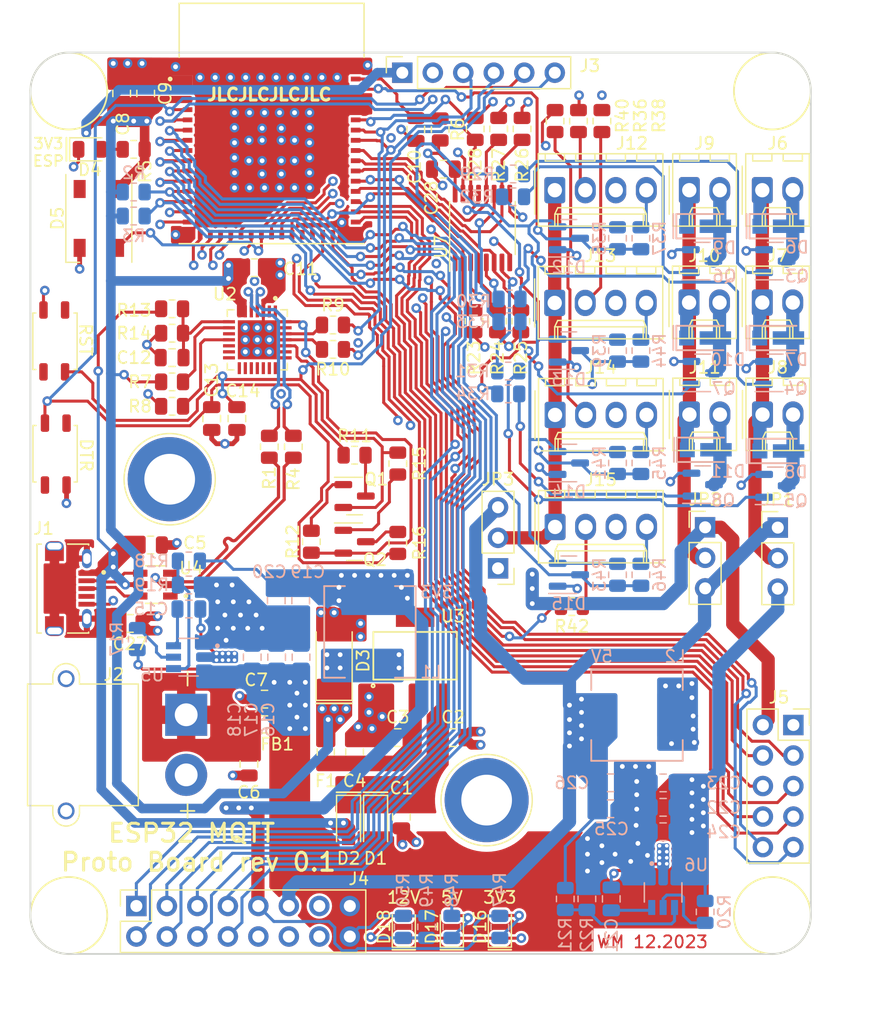
<source format=kicad_pcb>
(kicad_pcb (version 20211014) (generator pcbnew)
  (title_block (title "HomeAssistant Main Board") (date "2024-01-29") (rev "0.1") (company "Wojciech Majnert"))
  (layers (0 "F.Cu" signal) (1 "In1.Cu" signal) (2 "In2.Cu" signal) (31 "B.Cu" signal) (34 "B.Paste" user) (35 "F.Paste" user) (36 "B.SilkS" user "B.Silkscreen") (37 "F.SilkS" user "F.Silkscreen") (38 "B.Mask" user) (39 "F.Mask" user) (44 "Edge.Cuts" user))
  (net 0 "")
  (net 1 "GND")
  (net 2 "VBUS")
  (net 3 "+12V")
  (net 4 "+3V3")
  (net 5 "/Power/VINU3")
  (net 6 "/Processor/EN")
  (net 7 "/Processor/R13VBUS")
  (net 10 "/Processor/GPIO0")
  (net 11 "/Processor/CHIP_PU")
  (net 12 "/Power/SW3V3")
  (net 13 "/Power/SW5V")
  (net 14 "/Power/SGND")
  (net 15 "/Power/R5D4")
  (net 16 "/Processor/RGB_CTRL")
  (net 21 "/IO Connectors/V_OUT_1")
  (net 22 "/IO Connectors/Q3_NEG")
  (net 23 "/IO Connectors/Q4_NEG")
  (net 24 "/IO Connectors/Q5_NEG")
  (net 25 "/IO Connectors/V_OUT_2")
  (net 26 "/IO Connectors/Q6_NEG")
  (net 27 "/IO Connectors/Q7_NEG")
  (net 28 "/IO Connectors/Q8_NEG")
  (net 29 "/IO Connectors/GPIO46")
  (net 30 "/IO Connectors/GPIO17")
  (net 31 "/IO Connectors/GPIO33")
  (net 32 "/IO Connectors/GPIO39")
  (net 33 "/Power/R47D16")
  (net 34 "/Power/R48D17")
  (net 35 "/Power/RD18")
  (net 36 "/Power/IN_N")
  (net 37 "/Power/IN_P")
  (net 38 "/IO Connectors/U0RXD")
  (net 39 "/IO Connectors/U0TXD")
  (net 41 "/IO Connectors/GPIO0")
  (net 42 "Net-(R20-Pad2)")
  (net 43 "/IO Connectors/CHIP_PU")
  (net 44 "/IO Connectors/GPIO13")
  (net 45 "/IO Connectors/GPIO12")
  (net 46 "/IO Connectors/GPIO5")
  (net 47 "/IO Connectors/GPIO4")
  (net 48 "/IO Connectors/GPIO15")
  (net 49 "/IO Connectors/GPIO14")
  (net 50 "/IO Connectors/GPIO3")
  (net 51 "/IO Connectors/GPIO2")
  (net 52 "/IO Connectors/GPIO37{slash}MISO")
  (net 69 "/IO Connectors/GPIO36{slash}CLK")
  (net 70 "+12V_FILT")
  (net 71 "+3V3_FUSED")
  (net 72 "/IO Connectors/GPIO34{slash}CS")
  (net 73 "/IO Connectors/GPIO35{slash}MOSI")
  (net 74 "/IO Connectors/GPIO9{slash}I2CSCL")
  (net 75 "/IO Connectors/GPIO8{slash}I2CSDA")
  (net 76 "/IO Connectors/GPIO7")
  (net 77 "/IO Connectors/GPIO6")
  (net 78 "/IO Connectors/V_OUT_3")
  (net 79 "/IO Connectors/OUT_12")
  (net 80 "/IO Connectors/IN_12")
  (net 81 "/IO Connectors/OUT_13")
  (net 82 "Net-(C15-Pad1)")
  (net 83 "/IO Connectors/IN_13")
  (net 84 "/IO Connectors/OUT_14")
  (net 85 "/IO Connectors/IN_14")
  (net 86 "/IO Connectors/OUT_15")
  (net 87 "/IO Connectors/IN_15")
  (net 88 "+3V3_ED")
  (net 89 "Net-(C21-Pad1)")
  (net 90 "/Processor/R12Q1")
  (net 91 "+5V_ED")
  (net 92 "Net-(R17-Pad2)")
  (net 93 "/Processor/RTS")
  (net 94 "/Processor/Q1R11")
  (net 95 "/Processor/R15Q2")
  (net 96 "/Processor/DTR")
  (net 97 "/Processor/Q2R16")
  (net 98 "/IO Connectors/R29Q3")
  (net 99 "/IO Connectors/R30Q4")
  (net 100 "/IO Connectors/R31Q5")
  (net 101 "/IO Connectors/R32Q6")
  (net 102 "/IO Connectors/R33Q7")
  (net 103 "/IO Connectors/R34Q8")
  (net 104 "/Power/OUT_N")
  (net 105 "/Power/USB_N")
  (net 106 "/Processor/GPIO8{slash}I2CSDA")
  (net 107 "/Processor/GPIO9{slash}I2CSCL")
  (net 108 "/Power/OUT_P")
  (net 109 "/Power/USB_P")
  (net 110 "/Processor/RST*")
  (net 111 "/Processor/SUS*")
  (net 112 "/Processor/U2TXD")
  (net 113 "/Processor/U0RXD")
  (net 114 "/Processor/U2RXD")
  (net 115 "/Processor/U0TXD")
  (net 116 "/Power/FVB3V3")
  (net 117 "/Power/FVB5V")
  (net 118 "/IO Connectors/GPIO21")
  (net 119 "/IO Connectors/GPIO38")
  (net 120 "/IO Connectors/GPIO40")
  (net 121 "/IO Connectors/GPIO41")
  (net 122 "/IO Connectors/GPIO42")
  (net 123 "/IO Connectors/GPIO45")
  (net 124 "/IO Connectors/Q3_BUFF")
  (net 125 "/IO Connectors/Q4_BUFF")
  (net 126 "/IO Connectors/Q5_BUFF")
  (net 127 "/IO Connectors/Q6_BUFF")
  (net 128 "/IO Connectors/Q7_BUFF")
  (net 129 "/IO Connectors/Q8_BUFF")
  (net 130 "/IO Connectors/GPIO16")
  (net 131 "/IO Connectors/GPIO19")
  (net 132 "/IO Connectors/GPIO20")
  (net 133 "/IO Connectors/GPIO11")
  (net 134 "/Processor/GPIO1")
  (net 135 "/Processor/GPIO2")
  (net 136 "/Processor/GPIO3")
  (net 137 "/Processor/GPIO4")
  (net 138 "/Processor/GPIO5")
  (net 139 "/Processor/GPIO6")
  (net 140 "/Processor/GPIO7")
  (net 141 "/Processor/GPIO10")
  (net 142 "/Processor/GPIO11")
  (net 143 "/Processor/GPIO12")
  (net 144 "/Processor/GPIO13")
  (net 145 "/Processor/GPIO14")
  (net 146 "/Processor/GPIO15")
  (net 147 "/Processor/GPIO16")
  (net 148 "/Processor/GPIO17")
  (net 149 "/Processor/GPIO19")
  (net 150 "/Processor/GPIO20")
  (net 151 "/Processor/GPIO21")
  (net 152 "/Processor/GPIO26")
  (net 153 "/Processor/GPIO33")
  (net 154 "/Processor/GPIO34{slash}CS")
  (net 155 "/Processor/GPIO35{slash}MOSI")
  (net 156 "/Processor/GPIO36{slash}CLK")
  (net 157 "/Processor/GPIO37{slash}MISO")
  (net 158 "/Processor/GPIO38")
  (net 159 "/Processor/GPIO39")
  (net 160 "/Processor/GPIO40")
  (net 161 "/Processor/GPIO41")
  (net 162 "/Processor/GPIO42")
  (net 163 "/Processor/GPIO45")
  (net 164 "/Processor/GPIO46")
  (net 165 "/Processor/USB_P")
  (net 166 "/Processor/USB_N")
  (footprint "Resistor_SMD:R_0805_2012Metric" (layer "F.Cu") (at 105.95 56.35 90)
    (fp_text reference "R26")
    (fp_text value "10K(1%)")
  )
  (footprint "Capacitor_SMD:C_0805_2012Metric" (layer "F.Cu") (at 74.6 53.4 90)
    (fp_text reference "C9")
    (fp_text value "0.1uF/50V(10%)")
  )
  (footprint "Capacitor_SMD:C_0805_2012Metric" (layer "F.Cu") (at 92 108.2 90)
    (fp_text reference "C4")
    (fp_text value "10uF/25V(20%)")
  )
  (footprint "Package_TO_SOT_SMD:SOT-23" (layer "F.Cu") (at 92 86.9)
    (fp_text reference "Q1")
    (fp_text value "BC848")
  )
  (footprint "Capacitor_SMD:C_0805_2012Metric" (layer "F.Cu") (at 80.1 80.45 90)
    (fp_text reference "C13")
    (fp_text value "@0.1uF/50V(10%)")
  )
  (footprint "Capacitor_SMD:C_0805_2012Metric" (layer "F.Cu") (at 95.6 107 180)
    (fp_text reference "C3")
    (fp_text value "0.1uF/50V(10%)")
  )
  (footprint "Diode_SMD:D_MELF" (layer "F.Cu") (at 90.3 100.6 90)
    (fp_text reference "D3")
    (fp_text value "ZM4729A-GS08")
  )
  (footprint "Package_SO:TSSOP-16_4.4x5mm_P0.65mm" (layer "F.Cu") (at 102.65 64.6 90)
    (fp_text reference "U7")
    (fp_text value "MC74HC365A")
  )
  (footprint "ESP32-S2-MINI-1:XCVR_ESP32-S2-MINI-1" (layer "F.Cu") (at 85.09 58.15)
    (fp_text reference "U1" hide)
    (fp_text value "ESP32-S2-MINI-1")
  )
  (footprint "Package_TO_SOT_SMD:SOT-23" (layer "F.Cu") (at 92 90.7)
    (fp_text reference "Q2")
    (fp_text value "BC848")
  )
  (footprint "Capacitor_SMD:C_0805_2012Metric" (layer "F.Cu") (at 76.8 75.383 180)
    (fp_text reference "C12")
    (fp_text value "1uF/16V(10%)")
  )
  (footprint "LD1117AS33TR:SOT-223_STM" (layer "F.Cu") (at 97.043 100.188)
    (fp_text reference "U3")
    (fp_text value "LD1117AS33TR")
  )
  (footprint "Resistor_SMD:R_0805_2012Metric" (layer "F.Cu") (at 95.6 84.2 -90)
    (fp_text reference "R15")
    (fp_text value "10K(1%)")
  )
  (footprint "LED_SMD:LED_SK6812_PLCC4_5.0x5.0mm_P3.2mm" (layer "F.Cu") (at 70.7 63.8 -90)
    (fp_text reference "D5")
    (fp_text value "SK6812")
  )
  (footprint "Capacitor_SMD:C_0805_2012Metric" (layer "F.Cu") (at 83.2 109.2 -90)
    (fp_text reference "C6")
    (fp_text value "@2.2uF/50V(10%)")
  )
  (footprint "Resistor_SMD:R_0805_2012Metric" (layer "F.Cu") (at 103.9 72.35 -90)
    (fp_text reference "R24")
    (fp_text value "10K(1%)")
  )
  (footprint "Connector_PinHeader_2.54mm:PinHeader_1x03_P2.54mm_Vertical" (layer "F.Cu") (at 103.95 92.915 180)
    (fp_text reference "JP3")
    (fp_text value "Jumper_3_Open")
  )
  (footprint "MountingHole:MountingHole_3.2mm_M3" (layer "F.Cu") (at 68.2 53.2)
    (fp_text reference "H2" hide)
    (fp_text value "MountingHole")
  )
  (footprint "Capacitor_SMD:C_0805_2012Metric" (layer "F.Cu") (at 73.3 97.5)
    (fp_text reference "C27")
    (fp_text value "4.7nF/25V(20%)")
  )
  (footprint "Connector_PinSocket_2.54mm:PinSocket_2x08_P2.54mm_Vertical" (layer "F.Cu") (at 73.825 121.01 90)
    (fp_text reference "J4")
    (fp_text value "Conn_02x08_Odd_Even")
  )
  (footprint "Capacitor_SMD:C_0805_2012Metric" (layer "F.Cu") (at 72.6 53.4 90)
    (fp_text reference "C8")
    (fp_text value "10uF/25V(20%)")
  )
  (footprint "Resistor_SMD:R_0805_2012Metric" (layer "F.Cu") (at 90.2 72.6655)
    (fp_text reference "R9")
    (fp_text value "0R(1%)")
  )
  (footprint "SMTSO-M25-2ET:SMTSO-M25-2ET" (layer "F.Cu") (at 76.6 85.5)
    (fp_text reference "H5" hide)
    (fp_text value "MountingHole")
  )
  (footprint "Connector_Molex:Molex_KK-254_AE-6410-02A_1x02_P2.54mm_Vertical" (layer "F.Cu") (at 119.88 61.45)
    (fp_text reference "J9")
    (fp_text value "Conn_01x02")
  )
  (footprint "Connector_Molex:Molex_KK-254_AE-6410-04A_1x04_P2.54mm_Vertical" (layer "F.Cu") (at 108.68 61.45)
    (fp_text reference "J12")
    (fp_text value "Conn_01x04")
  )
  (footprint "Connector_Molex:Molex_KK-254_AE-6410-02A_1x02_P2.54mm_Vertical" (layer "F.Cu") (at 125.98 80.12)
    (fp_text reference "J8")
    (fp_text value "Conn_01x02")
  )
  (footprint "Connector_PinSocket_2.54mm:PinSocket_2x05_P2.54mm_Vertical" (layer "F.Cu") (at 128.55 105.95)
    (fp_text reference "J5")
    (fp_text value "Conn_02x05_Odd_Even")
  )
  (footprint "TACT_EVQP2202M:TACT_EVQP2202M" (layer "F.Cu") (at 67 73.9)
    (fp_text reference "SW2" hide)
    (fp_text value "EVQP2202M")
  )
  (footprint "Connector_Molex:Molex_KK-254_AE-6410-02A_1x02_P2.54mm_Vertical" (layer "F.Cu") (at 119.89 80.12)
    (fp_text reference "J11")
    (fp_text value "Conn_01x02")
  )
  (footprint "Connector_PinHeader_2.54mm:PinHeader_1x03_P2.54mm_Vertical" (layer "F.Cu") (at 127.25 89.525)
    (fp_text reference "JP1")
    (fp_text value "Jumper_3_Open")
  )
  (footprint "Capacitor_SMD:C_0805_2012Metric" (layer "F.Cu") (at 97.1 56.4 -90)
    (fp_text reference "C10")
    (fp_text value "1uF/16V(10%)")
  )
  (footprint "Resistor_SMD:R_0805_2012Metric" (layer "F.Cu") (at 76.8 77.4)
    (fp_text reference "R7")
    (fp_text value "1K(1%)")
  )
  (footprint "Capacitor_SMD:C_0805_2012Metric" (layer "F.Cu") (at 99.4 59.7)
    (fp_text reference "C28")
    (fp_text value "0.1uF/50V(10%)")
  )
  (footprint "TACT_EVQP2202M:TACT_EVQP2202M" (layer "F.Cu") (at 67.1 83.5 180)
    (fp_text reference "SW1" hide)
    (fp_text value "EVQP2202M")
  )
  (footprint "Resistor_SMD:R_0805_2012Metric" (layer "F.Cu") (at 108.7 55.7 -90)
    (fp_text reference "R40")
    (fp_text value "470R")
  )
  (footprint "Resistor_SMD:R_0805_2012Metric" (layer "F.Cu") (at 101.95 72.35 -90)
    (fp_text reference "R23")
    (fp_text value "10K(1%)")
  )
  (footprint "Capacitor_SMD:C_0805_2012Metric" (layer "F.Cu") (at 95.9 113.6 -90)
    (fp_text reference "C1")
    (fp_text value "10uF/25V(20%)")
  )
  (footprint "Resistor_SMD:R_0805_2012Metric" (layer "F.Cu") (at 90.2 74.6975)
    (fp_text reference "R10")
    (fp_text value "0R(1%)")
  )
  (footprint "Resistor_SMD:R_0805_2012Metric" (layer "F.Cu") (at 76.8 73.351 180)
    (fp_text reference "R14")
    (fp_text value "47.5K(1%)")
  )
  (footprint "USBLC6-2SC6:SOT95P280X145-6N" (layer "F.Cu") (at 75.4 94.27 180)
    (fp_text reference "U4")
    (fp_text value "USBLC6-2SC6Y")
  )
  (footprint "LED_SMD:LED_0805_2012Metric" (layer "F.Cu") (at 100.1 122.75 90)
    (fp_text reference "D17")
    (fp_text value "5V_ED RED")
  )
  (footprint "Capacitor_SMD:C_0805_2012Metric" (layer "F.Cu") (at 84.5 103.8 180)
    (fp_text reference "C7")
    (fp_text value "@2.2uF/50V(10%)")
  )
  (footprint "Connector_PinHeader_2.54mm:PinHeader_1x03_P2.54mm_Vertical" (layer "F.Cu") (at 121.2 89.5)
    (fp_text reference "JP2")
    (fp_text value "Jumper_3_Open")
  )
  (footprint "Resistor_SMD:R_0805_2012Metric" (layer "F.Cu") (at 86.9 82.8 90)
    (fp_text reference "R4")
    (fp_text value "0R(1%)")
  )
  (footprint "Connector_Molex:Molex_KK-254_AE-6410-04A_1x04_P2.54mm_Vertical" (layer "F.Cu") (at 108.7 80.15)
    (fp_text reference "J14")
    (fp_text value "Conn_01x04")
  )
  (footprint "Fuse:Fuse_0805_2012Metric" (layer "F.Cu") (at 89.6 108.2 -90)
    (fp_text reference "F1")
    (fp_text value "Fuse_Small")
  )
  (footprint "Diode_SMD:D_SOD-123F" (layer "F.Cu") (at 91.5 114 -90)
    (fp_text reference "D2")
    (fp_text value "CRS06")
  )
  (footprint "MountingHole:MountingHole_3.2mm_M3" (layer "F.Cu") (at 126.8 53.2)
    (fp_text reference "H4" hide)
    (fp_text value "MountingHole")
  )
  (footprint "Diode_SMD:D_SOD-123F" (layer "F.Cu") (at 93.75 114 -90)
    (fp_text reference "D1")
    (fp_text value "@CRS06")
  )
  (footprint "Resistor_SMD:R_0805_2012Metric" (layer "F.Cu") (at 73.6 58.05 180)
    (fp_text reference "R5")
    (fp_text value "62R")
  )
  (footprint "Connector_PinSocket_2.54mm:PinSocket_1x06_P2.54mm_Vertical" (layer "F.Cu") (at 95.975 51.675 90)
    (fp_text reference "J3")
    (fp_text value "Conn_01x06")
  )
  (footprint "Connector_Molex:Molex_KK-254_AE-6410-02A_1x02_P2.54mm_Vertical" (layer "F.Cu") (at 119.86 70.8)
    (fp_text reference "J10")
    (fp_text value "Conn_01x02")
  )
  (footprint "Capacitor_SMD:C_0805_2012Metric" (layer "F.Cu") (at 100.2 107)
    (fp_text reference "C2")
    (fp_text value "0.1uF/50V(10%)")
  )
  (footprint "Capacitor_SMD:C_0805_2012Metric" (layer "F.Cu") (at 83.65 67.9)
    (fp_text reference "C11")
    (fp_text value "10uF/25V(20%)")
  )
  (footprint "Resistor_SMD:R_0805_2012Metric" (layer "F.Cu") (at 76.8 79.432 180)
    (fp_text reference "R8")
    (fp_text value "@10K(1%)")
  )
  (footprint "Capacitor_SMD:C_0805_2012Metric" (layer "F.Cu") (at 75 90.975)
    (fp_text reference "C5")
    (fp_text value "10uF/25V(20%)")
  )
  (footprint "Connector_Molex:Molex_KK-254_AE-6410-02A_1x02_P2.54mm_Vertical" (layer "F.Cu") (at 125.96 61.45)
    (fp_text reference "J6")
    (fp_text value "Conn_01x02")
  )
  (footprint "USB_10118194-0001LF:USB_AMPHENOL_10118194-0001LF" (layer "F.Cu") (at 67 94.6 -90)
    (fp_text reference "J1")
    (fp_text value "10118194-0001LF")
  )
  (footprint "Resistor_SMD:R_0805_2012Metric" (layer "F.Cu") (at 110.65 55.7 -90)
    (fp_text reference "R36")
    (fp_text value "470R")
  )
  (footprint "Resistor_SMD:R_0805_2012Metric" (layer "F.Cu") (at 76.8 71.319)
    (fp_text reference "R13")
    (fp_text value "22.1K(1%)")
  )
  (footprint "Resistor_SMD:R_0805_2012Metric" (layer "F.Cu") (at 84.9 82.8 90)
    (fp_text reference "R1")
    (fp_text value "0R(1%)")
  )
  (footprint "CP2102N-A02-GQFN28:QFN50P500X500X80-29N" (layer "F.Cu") (at 83.9 73.9 -90)
    (fp_text reference "U2")
    (fp_text value "CP2102N-A02-GQFN28")
  )
  (footprint "Resistor_SMD:R_0805_2012Metric" (layer "F.Cu") (at 110.1 96.1)
    (fp_text reference "R42")
    (fp_text value "470R")
  )
  (footprint "Connector_Molex:Molex_KK-254_AE-6410-02A_1x02_P2.54mm_Vertical" (layer "F.Cu") (at 125.96 70.8)
    (fp_text reference "J7")
    (fp_text value "Conn_01x02")
  )
  (footprint "Connector_AMASS:AMASS_XT30PW-M_1x02_P2.50mm_Horizontal" (layer "F.Cu") (at 77.975 105.1 90)
    (fp_text reference "J2")
    (fp_text value "XT30PW-M")
  )
  (footprint "Resistor_SMD:R_0805_2012Metric" (layer "F.Cu") (at 99.132 56.4 90)
    (fp_text reference "R6")
    (fp_text value "10K(1%)")
  )
  (footprint "Connector_Molex:Molex_KK-254_AE-6410-04A_1x04_P2.54mm_Vertical" (layer "F.Cu") (at 108.7 89.47)
    (fp_text reference "J15")
    (fp_text value "Conn_01x04")
  )
  (footprint "LED_SMD:LED_0805_2012Metric" (layer "F.Cu") (at 96.1 122.75 90)
    (fp_text reference "D18")
    (fp_text value "5V_ED RED")
  )
  (footprint "Capacitor_SMD:C_0805_2012Metric" (layer "F.Cu") (at 82.2 80.45 90)
    (fp_text reference "C14")
    (fp_text value "@0.1uF/50V(10%)")
  )
  (footprint "Resistor_SMD:R_0805_2012Metric" (layer "F.Cu") (at 92 83.5 180)
    (fp_text reference "R11")
    (fp_text value "0R(1%)")
  )
  (footprint "Resistor_SMD:R_0805_2012Metric" (layer "F.Cu") (at 104 56.35 90)
    (fp_text reference "R27")
    (fp_text value "10K(1%)")
  )
  (footprint "Fuse:Fuse_0805_2012Metric" (layer "F.Cu") (at 84.5 105.9)
    (fp_text reference "FB1")
    (fp_text value "@BLM21SN300SN1D")
  )
  (footprint "MountingHole:MountingHole_3.2mm_M3" (layer "F.Cu") (at 126.8 121.8)
    (fp_text reference "H1" hide)
    (fp_text value "MountingHole")
  )
  (footprint "Resistor_SMD:R_0805_2012Metric" (layer "F.Cu") (at 112.6 55.7 -90)
    (fp_text reference "R38")
    (fp_text value "470R")
  )
  (footprint "LED_SMD:LED_0805_2012Metric" (layer "F.Cu") (at 69.95 58.05)
    (fp_text reference "D4")
    (fp_text value "3V3 RED")
  )
  (footprint "Resistor_SMD:R_0805_2012Metric" (layer "F.Cu") (at 102.05 56.35 90)
    (fp_text reference "R28")
    (fp_text value "10K(1%)")
  )
  (footprint "SMTSO-M25-2ET:SMTSO-M25-2ET" (layer "F.Cu") (at 103 112.2)
    (fp_text reference "H6" hide)
    (fp_text value "MountingHole")
  )
  (footprint "Resistor_SMD:R_0805_2012Metric" (layer "F.Cu") (at 95.6 90.8 -90)
    (fp_text reference "R16")
    (fp_text value "0R(1%)")
  )
  (footprint "Resistor_SMD:R_0805_2012Metric" (layer "F.Cu") (at 88.4 90.7 90)
    (fp_text reference "R12")
    (fp_text value "10K(1%)")
  )
  (footprint "MountingHole:MountingHole_3.2mm_M3" (layer "F.Cu") (at 68.2 121.8)
    (fp_text reference "H3" hide)
    (fp_text value "MountingHole")
  )
  (footprint "Resistor_SMD:R_0805_2012Metric" (layer "F.Cu") (at 105.85 72.35 -90)
    (fp_text reference "R25")
    (fp_text value "10K(1%)")
  )
  (footprint "Connector_Molex:Molex_KK-254_AE-6410-04A_1x04_P2.54mm_Vertical" (layer "F.Cu") (at 108.67 70.83)
    (fp_text reference "J13")
    (fp_text value "Conn_01x04")
  )
  (footprint "LED_SMD:LED_0805_2012Metric" (layer "F.Cu") (at 104.1 122.75 90)
    (fp_text reference "D16")
    (fp_text value "3V3_ED RED")
  )
  (footprint "Resistor_SMD:R_0805_2012Metric" (layer "B.Cu") (at 115.85 84.15 90)
    (fp_text reference "R45")
    (fp_text value "10R")
  )
  (footprint "Resistor_SMD:R_0805_2012Metric" (layer "B.Cu") (at 121.2 121.5 -90)
    (fp_text reference "R20")
    (fp_text value "10K(1%)")
  )
  (footprint "Package_TO_SOT_SMD:SOT-23" (layer "B.Cu") (at 109.85 84.15)
    (fp_text reference "D14")
    (fp_text value "BAS40-04")
  )
  (footprint "Capacitor_SMD:C_0805_2012Metric" (layer "B.Cu") (at 113.323 112.92)
    (fp_text reference "C25")
    (fp_text value "10uF/25V(20%)")
  )
  (footprint "Resistor_SMD:R_0805_2012Metric" (layer "B.Cu") (at 98 122.75 -90)
    (fp_text reference "R49")
    (fp_text value "1K(1%)")
  )
  (footprint "Resistor_SMD:R_0805_2012Metric" (layer "B.Cu") (at 96.05 122.75 -90)
    (fp_text reference "R50")
    (fp_text value "1K(1%)")
  )
  (footprint "Package_TO_SOT_SMD:SOT-23" (layer "B.Cu") (at 127.05 67.35)
    (fp_text reference "Q3")
    (fp_text value "DMN3023L")
  )
  (footprint "Capacitor_SMD:C_0805_2012Metric" (layer "B.Cu") (at 117.7 112.8 180)
    (fp_text reference "C22")
    (fp_text value "10uF/25V(20%)")
  )
  (footprint "Resistor_SMD:R_0805_2012Metric" (layer "B.Cu") (at 113.9 65.45 -90)
    (fp_text reference "R35")
    (fp_text value "100K")
  )
  (footprint "Resistor_SMD:R_0805_2012Metric" (layer "B.Cu") (at 73.6 61.6)
    (fp_text reference "R2")
    (fp_text value "1K(1%)")
  )
  (footprint "Resistor_SMD:R_0805_2012Metric" (layer "B.Cu") (at 104.1 122.75 -90)
    (fp_text reference "R47")
    (fp_text value "62R")
  )
  (footprint "TPS563201DDCR:SOT95P280X110-6N" (layer "B.Cu") (at 117.7 119.8805 -90)
    (fp_text reference "U6")
    (fp_text value "TPS563201DDCR")
  )
  (footprint "DFLU1200-7:DIODE_DFLU1200_1P93X3_DIO" (layer "B.Cu") (at 121.2 73.75)
    (fp_text reference "D10")
    (fp_text value "DFLU1200-7")
  )
  (footprint "Package_TO_SOT_SMD:SOT-23" (layer "B.Cu") (at 127.05 86.05)
    (fp_text reference "Q5")
    (fp_text value "DMN3023L")
  )
  (footprint "Resistor_SMD:R_0805_2012Metric" (layer "B.Cu") (at 78.2 92.3)
    (fp_text reference "R18")
    (fp_text value "33.2K(1%)")
  )
  (footprint "DFLU1200-7:DIODE_DFLU1200_1P93X3_DIO" (layer "B.Cu") (at 127.3 64.45)
    (fp_text reference "D6")
    (fp_text value "DFLU1200-7")
  )
  (footprint "Resistor_SMD:R_0805_2012Metric" (layer "B.Cu") (at 113.9 84.15 -90)
    (fp_text reference "R41")
    (fp_text value "100K")
  )
  (footprint "Resistor_SMD:R_0805_2012Metric" (layer "B.Cu") (at 105.2 62)
    (fp_text reference "R32")
    (fp_text value "1K(1%)")
  )
  (footprint "Resistor_SMD:R_0805_2012Metric" (layer "B.Cu") (at 104.8 76.5)
    (fp_text reference "R31")
    (fp_text value "1K(1%)")
  )
  (footprint "Resistor_SMD:R_0805_2012Metric" (layer "B.Cu") (at 104.9 72.4)
    (fp_text reference "R33")
    (fp_text value "1K(1%)")
  )
  (footprint "Package_TO_SOT_SMD:SOT-23" (layer "B.Cu") (at 121 76.65)
    (fp_text reference "Q7")
    (fp_text value "DMN3023L")
  )
  (footprint "Resistor_SMD:R_0805_2012Metric" (layer "B.Cu") (at 104.8 78.4)
    (fp_text reference "R34")
    (fp_text value "1K(1%)")
  )
  (footprint "Capacitor_SMD:C_0805_2012Metric" (layer "B.Cu") (at 117.7 114.832 180)
    (fp_text reference "C24")
    (fp_text value "0.1uF/50V(10%)")
  )
  (footprint "Capacitor_SMD:C_0805_2012Metric" (layer "B.Cu") (at 113.323 110.761)
    (fp_text reference "C26")
    (fp_text value "10uF/25V(20%)")
  )
  (footprint "Capacitor_SMD:C_0805_2012Metric" (layer "B.Cu") (at 117.7 110.768 180)
    (fp_text reference "C23")
    (fp_text value "10uF/25V(20%)")
  )
  (footprint "DR73-3R3-R:INDM7676X355N" (layer "B.Cu") (at 93.28 98.2036 90)
    (fp_text reference "L1")
    (fp_text value "3.3uH")
  )
  (footprint "Capacitor_SMD:C_0805_2012Metric" (layer "B.Cu") (at 85.509 100.3086 90)
    (fp_text reference "C17")
    (fp_text value "10uF/25V(20%)")
  )
  (footprint "TPS563201DDCR:SOT95P280X110-6N" (layer "B.Cu") (at 78.1745 100.3086 180)
    (fp_text reference "U5")
    (fp_text value "TPS563201DDCR")
  )
  (footprint "Package_TO_SOT_SMD:SOT-23" (layer "B.Cu") (at 121 85.95)
    (fp_text reference "Q8")
    (fp_text value "DMN3023L")
  )
  (footprint "Resistor_SMD:R_0805_2012Metric" (layer "B.Cu") (at 73.9 98.8 90)
    (fp_text reference "R17")
    (fp_text value "10K(1%)")
  )
  (footprint "DFLU1200-7:DIODE_DFLU1200_1P93X3_DIO" (layer "B.Cu") (at 127.2867 73.75)
    (fp_text reference "D7")
    (fp_text value "DFLU1200-7")
  )
  (footprint "Resistor_SMD:R_0805_2012Metric" (layer "B.Cu") (at 73.6 63.6)
    (fp_text reference "R3")
    (fp_text value "1K(1%)")
  )
  (footprint "Resistor_SMD:R_0805_2012Metric" (layer "B.Cu") (at 115.85 74.8 90)
    (fp_text reference "R44")
    (fp_text value "10R")
  )
  (footprint "Resistor_SMD:R_0805_2012Metric" (layer "B.Cu") (at 115.85 65.45 90)
    (fp_text reference "R37")
    (fp_text value "10R")
  )
  (footprint "Resistor_SMD:R_0805_2012Metric" (layer "B.Cu") (at 109.55 120.425 90)
    (fp_text reference "R21")
    (fp_text value "54.9K(1%)")
  )
  (footprint "Resistor_SMD:R_0805_2012Metric" (layer "B.Cu") (at 113.9 93.45 -90)
    (fp_text reference "R43")
    (fp_text value "100K")
  )
  (footprint "Capacitor_SMD:C_0805_2012Metric" (layer "B.Cu") (at 85.48 95.6036 -90)
    (fp_text reference "C20")
    (fp_text value "10uF/25V(20%)")
  )
  (footprint "Package_TO_SOT_SMD:SOT-23" (layer "B.Cu") (at 109.85 65.45)
    (fp_text reference "D12")
    (fp_text value "BAS40-04")
  )
  (footprint "DFLU1200-7:DIODE_DFLU1200_1P93X3_DIO" (layer "B.Cu") (at 121.25 83.05)
    (fp_text reference "D11")
    (fp_text value "DFLU1200-7")
  )
  (footprint "Package_TO_SOT_SMD:SOT-23" (layer "B.Cu") (at 109.85 93.45)
    (fp_text reference "D15")
    (fp_text value "BAS40-04")
  )
  (footprint "Package_TO_SOT_SMD:SOT-23" (layer "B.Cu") (at 109.85 74.8)
    (fp_text reference "D13")
    (fp_text value "BAS40-04")
  )
  (footprint "Resistor_SMD:R_0805_2012Metric" (layer "B.Cu") (at 100.1 122.75 -90)
    (fp_text reference "R48")
    (fp_text value "150R")
  )
  (footprint "DR73-3R3-R:INDM7676X355N" (layer "B.Cu") (at 115.523 105.12 180)
    (fp_text reference "L2")
    (fp_text value "3.3uH")
  )
  (footprint "Resistor_SMD:R_0805_2012Metric" (layer "B.Cu") (at 111.35 120.42 90)
    (fp_text reference "R22")
    (fp_text value "10K(1%)")
  )
  (footprint "Capacitor_SMD:C_0805_2012Metric" (layer "B.Cu") (at 83.477 100.3086 90)
    (fp_text reference "C18")
    (fp_text value "0.1uF/50V(10%)")
  )
  (footprint "Capacitor_SMD:C_0805_2012Metric" (layer "B.Cu") (at 87.512 95.6036 -90)
    (fp_text reference "C19")
    (fp_text value "10uF/25V(20%)")
  )
  (footprint "Resistor_SMD:R_0805_2012Metric" (layer "B.Cu") (at 113.9 74.8 -90)
    (fp_text reference "R39")
    (fp_text value "100K")
  )
  (footprint "Resistor_SMD:R_0805_2012Metric" (layer "B.Cu") (at 105.2 60.1)
    (fp_text reference "R29")
    (fp_text value "1K(1%)")
  )
  (footprint "Package_TO_SOT_SMD:SOT-23" (layer "B.Cu") (at 120.95 67.35)
    (fp_text reference "Q6")
    (fp_text value "DMN3023L")
  )
  (footprint "DFLU1200-7:DIODE_DFLU1200_1P93X3_DIO" (layer "B.Cu") (at 127.3 83.15)
    (fp_text reference "D8")
    (fp_text value "DFLU1200-7")
  )
  (footprint "Capacitor_SMD:C_0805_2012Metric" (layer "B.Cu") (at 87.541 100.3086 90)
    (fp_text reference "C16")
    (fp_text value "10uF/25V(20%)")
  )
  (footprint "Resistor_SMD:R_0805_2012Metric" (layer "B.Cu") (at 78.2 94.3)
    (fp_text reference "R19")
    (fp_text value "10K(1%)")
  )
  (footprint "Package_TO_SOT_SMD:SOT-23" (layer "B.Cu") (at 127.0367 76.65)
    (fp_text reference "Q4")
    (fp_text value "DMN3023L")
  )
  (footprint "Resistor_SMD:R_0805_2012Metric" (layer "B.Cu") (at 104.9 70.5)
    (fp_text reference "R30")
    (fp_text value "1K(1%)")
  )
  (footprint "DFLU1200-7:DIODE_DFLU1200_1P93X3_DIO" (layer "B.Cu") (at 121.2 64.45)
    (fp_text reference "D9")
    (fp_text value "DFLU1200-7")
  )
  (footprint "Capacitor_SMD:C_0805_2012Metric" (layer "B.Cu") (at 78.2 96.3)
    (fp_text reference "C15")
    (fp_text value "0.1uF/50V(10%)")
  )
  (footprint "Resistor_SMD:R_0805_2012Metric" (layer "B.Cu") (at 115.85 93.45 90)
    (fp_text reference "R46")
    (fp_text value "10R")
  )
  (footprint "Capacitor_SMD:C_0805_2012Metric" (layer "B.Cu") (at 113.382 120.42 90)
    (fp_text reference "C21")
    (fp_text value "0.1uF/50V(10%)")
  )
  (gr_line (start 118.55 72.734) (end 118.55 74.75) (layer "B.SilkS") (width 0.15))
  (gr_line (start 118.6 84.058) (end 118.6 82.042) (layer "B.SilkS") (width 0.15))
  (gr_line (start 124.65 63.434) (end 124.65 65.45) (layer "B.SilkS") (width 0.15))
  (gr_line (start 124.65 74.766) (end 124.65 72.75) (layer "B.SilkS") (width 0.15))
  (gr_line (start 118.55 63.434) (end 118.55 65.45) (layer "B.SilkS") (width 0.15))
  (gr_line (start 124.65 84.15) (end 124.65 82.15) (layer "B.SilkS") (width 0.15))
  (gr_line (start 103.15 124.65) (end 105.05 124.65) (layer "F.SilkS") (width 0.15))
  (gr_line (start 99.15 124.65) (end 101.05 124.65) (layer "F.SilkS") (width 0.15))
  (gr_line (start 68 57.09) (end 68 59.01) (layer "F.SilkS") (width 0.15))
  (gr_line (start 92.75 111.55) (end 94.75 111.55) (layer "F.SilkS") (width 0.15))
  (gr_line (start 95.15 124.65) (end 97.05 124.65) (layer "F.SilkS") (width 0.15))
  (gr_line (start 90.5 111.55) (end 92.5 111.55) (layer "F.SilkS") (width 0.15))
  (gr_line (start 88.8 104.15) (end 91.8 104.15) (layer "F.SilkS") (width 0.15))
  (gr_arc (start 65.000001 53.15) (mid 65.95473 50.919374) (end 68.2 49.99961) (layer "Edge.Cuts") (width 0.15))
  (gr_arc (start 130 121.85) (mid 129.045271 124.080627) (end 126.800001 125.00039) (layer "Edge.Cuts") (width 0.15))
  (gr_line (start 68.15 125) (end 126.800001 125.00039) (layer "Edge.Cuts") (width 0.15))
  (gr_arc (start 126.85 50) (mid 129.080627 50.954729) (end 130.00039 53.199999) (layer "Edge.Cuts") (width 0.15))
  (gr_line (start 65.000001 53.15) (end 64.99961 121.800001) (layer "Edge.Cuts") (width 0.15))
  (gr_arc (start 68.15 125) (mid 65.919373 124.045271) (end 64.99961 121.800001) (layer "Edge.Cuts") (width 0.15))
  (gr_line (start 130 121.85) (end 130.00039 53.199999) (layer "Edge.Cuts") (width 0.15))
  (gr_line (start 126.85 50) (end 68.2 49.99961) (layer "Edge.Cuts") (width 0.15))
  (gr_text "WM 12.2023" (at 116.8 124) (layer "F.Cu") (effects (font (size 1 1))))
  (gr_text "3V3\n" (at 98.85 94.9) (layer "B.SilkS") (effects (font (size 1 1)) (justify mirror)))
  (gr_text "5V" (at 112.6 100.25) (layer "B.SilkS") (effects (font (size 1 1)) (justify mirror)))
  (gr_text "3V3" (at 104.1 120.3) (layer "F.SilkS") (effects (font (size 1 1))))
  (gr_text "DTR" (at 69.65 83.5 270) (layer "F.SilkS") (effects (font (size 1 1))))
  (gr_text "JLCJLCJLCJLC" (at 84.9 53.5) (layer "F.SilkS") (effects (font (size 1 1) (thickness 0.25))))
  (gr_text "ESP32 MQTT \nProto Board rev 0.1" (at 79 116.15) (layer "F.SilkS") (effects (font (size 1.5 1.5) (thickness 0.25))))
  (gr_text "12V" (at 96.1 120.3) (layer "F.SilkS") (effects (font (size 1 1))))
  (gr_text "3V3\nESP" (at 66.5 58.3) (layer "F.SilkS") (effects (font (size 0.9 0.9))))
  (gr_text "5V" (at 100.1 120.3) (layer "F.SilkS") (effects (font (size 1 1))))
  (gr_text "RST" (at 69.6 73.9 270) (layer "F.SilkS") (effects (font (size 1 1))))
  (segment (start 80.5 82.55) (end 81.85 82.55) (width 0.4) (layer "F.Cu") (net 1))
  (segment (start 66.089 69.911) (end 66.2 69.8) (width 0.25) (layer "F.Cu") (net 1))
  (segment (start 68.6 59.5) (end 69.0125 59.0875) (width 0.25) (layer "F.Cu") (net 1))
  (segment (start 101.025 60.563173) (end 101.025 61.7875) (width 0.25) (layer "F.Cu") (net 1))
  (segment (start 75.85 75.383) (end 75.783 75.383) (width 0.25) (layer "F.Cu") (net 1))
  (segment (start 81.85 82.55) (end 82.2 82.2) (width 0.4) (layer "F.Cu") (net 1))
  (segment (start 74.85 98.1) (end 74.25 97.5) (width 0.8) (layer "F.Cu") (net 1))
  (segment (start 103.9 73.5) (end 104.85 74.45) (width 0.25) (layer "F.Cu") (net 1))
  (segment (start 69.0125 59.0875) (end 69.0125 58) (width 0.25) (layer "F.Cu") (net 1))
  (segment (start 75.8875 73.351) (end 75.649 73.351) (width 0.25) (layer "F.Cu") (net 1))
  (segment (start 95.9 115.8) (end 95.9 114.55) (width 0.8) (layer "F.Cu") (net 1))
  (segment (start 74.232 52.2) (end 74.168 52.136) (width 0.25) (layer "F.Cu") (net 1))
  (segment (start 75.783 75.383) (end 74.7 74.3) (width 0.25) (layer "F.Cu") (net 1))
  (segment (start 75.832 79.432) (end 74.8 78.4) (width 0.25) (layer "F.Cu") (net 1))
  (segment (start 84.4 71.54) (end 84.4 73.4) (width 0.25) (layer "F.Cu") (net 1))
  (segment (start 96.838182 57.35) (end 97.1 57.35) (width 0.25) (layer "F.Cu") (net 1))
  (segment (start 74.85 96.9) (end 74.25 97.5) (width 0.8) (layer "F.Cu") (net 1))
  (segment (start 98.45 60.176442) (end 99.336779 61.063221) (width 0.25) (layer "F.Cu") (net 1))
  (segment (start 98.45 59.7) (end 98.45 60.176442) (width 0.25) (layer "F.Cu") (net 1))
  (segment (start 97.15 115.7) (end 97.05 115.7) (width 0.8) (layer "F.Cu") (net 1))
  (segment (start 98.371845 64.713486) (end 100.375 66.716641) (width 0.25) (layer "F.Cu") (net 1))
  (segment (start 66.089 71.417) (end 66.089 69.911) (width 0.25) (layer "F.Cu") (net 1))
  (segment (start 102.5 107.6) (end 101.75 107.6) (width 0.8) (layer "F.Cu") (net 1))
  (segment (start 101.175 60.413173) (end 101.025 60.563173) (width 0.25) (layer "F.Cu") (net 1))
  (segment (start 101.95 73.2625) (end 101.95 73.6) (width 0.25) (layer "F.Cu") (net 1))
  (segment (start 71.6 95.9) (end 71.9 95.6) (width 0.25) (layer "F.Cu") (net 1))
  (segment (start 101.175 58.875) (end 101.175 60.413173) (width 0.25) (layer "F.Cu") (net 1))
  (segment (start 105.8875 123.6875) (end 96.1 123.6875) (width 0.25) (layer "F.Cu") (net 1))
  (segment (start 80.1 81.4) (end 80.1 82.15) (width 0.4) (layer "F.Cu") (net 1))
  (segment (start 75.4 93.7) (end 75.969992 94.269992) (width 0.4) (layer "F.Cu") (net 1))
  (segment (start 82.42553 103.524823) (end 82.700707 103.8) (width 0.8) (layer "F.Cu") (net 1))
  (segment (start 101.75 107.6) (end 101.15 107) (width 0.8) (layer "F.Cu") (net 1))
  (segment (start 77.025 90.975) (end 75.95 90.975) (width 0.8) (layer "F.Cu") (net 1))
  (segment (start 95.880591 56.392409) (end 96.838182 57.35) (width 0.25) (layer "F.Cu") (net 1))
  (segment (start 84.4 73.4) (end 83.9 73.9) (width 0.25) (layer "F.Cu") (net 1))
  (segment (start 101.95 73.6) (end 102.85 74.5) (width 0.25) (layer "F.Cu") (net 1))
  (segment (start 105.85 73.2625) (end 105.85 73.45) (width 0.25) (layer "F.Cu") (net 1))
  (segment (start 82.2 82.2) (end 82.2 81.75) (width 0.4) (layer "F.Cu") (net 1))
  (segment (start 104.925 66.823959) (end 104.925 67.5125) (width 0.25) (layer "F.Cu") (net 1))
  (segment (start 75.6 96.9) (end 74.85 96.9) (width 0.8) (layer "F.Cu") (net 1))
  (segment (start 103.801041 65.7) (end 104.925 66.823959) (width 0.25) (layer "F.Cu") (net 1))
  (segment (start 105.85 73.45) (end 104.85 74.45) (width 0.25) (layer "F.Cu") (net 1))
  (segment (start 97.05 115.7) (end 95.9 114.55) (width 0.8) (layer "F.Cu") (net 1))
  (segment (start 104 55.4375) (end 104 55.05) (width 0.25) (layer "F.Cu") (net 1))
  (segment (start 81.85 110.15) (end 83.2 110.15) (width 0.8) (layer "F.Cu") (net 1))
  (segment (start 75.8875 79.432) (end 75.832 79.432) (width 0.25) (layer "F.Cu") (net 1))
  (segment (start 96 115.9) (end 95.9 115.8) (width 0.8) (layer "F.Cu") (net 1))
  (segment (start 103.6 65.7) (end 103.801041 65.7) (width 0.25) (layer "F.Cu") (net 1))
  (segment (start 77.2 90.8) (end 77.025 90.975) (width 0.8) (layer "F.Cu") (net 1))
  (segment (start 75.649 73.351) (end 74.7 74.3) (width 0.25) (layer "F.Cu") (net 1))
  (segment (start 104 55.05) (end 104.95 54.1) (width 0.25) (layer "F.Cu") (net 1))
  (segment (start 68.011 87.489) (end 68.011 85.983) (width 0.4) (layer "F.Cu") (net 1))
  (segment (start 80.1 82.15) (end 80.5 82.55) (width 0.4) (layer "F.Cu") (net 1))
  (segment (start 101.15 107) (end 101.65 106.5) (width 0.8) (layer "F.Cu") (net 1))
  (segment (start 102.178098 55.4375) (end 103.532799 54.082799) (width 0.25) (layer "F.Cu") (net 1))
  (segment (start 75.8875 79.432) (end 75.568 79.432) (width 0.25) (layer "F.Cu") (net 1))
  (segment (start 72.136 52.136) (end 74.168 52.136) (width 0.25) (layer "F.Cu") (net 1))
  (segment (start 69.1 66.25) (end 69.1 68) (width 0.4) (layer "F.Cu") (net 1))
  (segment (start 100.6 58.3) (end 101.175 58.875) (width 0.25) (layer "F.Cu") (net 1))
  (segment (start 82.700707 103.8) (end 83.55 103.8) (width 0.8) (layer "F.Cu") (net 1))
  (segment (start 102.05 55.4375) (end 102.178098 55.4375) (width 0.25) (layer "F.Cu") (net 1))
  (segment (start 105.95 54.6) (end 106.45 54.1) (width 0.25) (layer "F.Cu") (net 1))
  (segment (start 105.95 55.4375) (end 105.95 54.6) (width 0.25) (layer "F.Cu") (net 1))
  (segment (start 103.9 73.2625) (end 103.9 73.5) (width 0.25) (layer "F.Cu") (net 1))
  (segment (start 100.375 66.716641) (end 100.375 67.5125) (width 0.25) (layer "F.Cu") (net 1))
  (segment (start 105.85 73.55) (end 105.85 73.2625) (width 0.25) (layer "F.Cu") (net 1))
  (segment (start 75.6 98.1) (end 74.85 98.1) (width 0.8) (layer "F.Cu") (net 1))
  (segment (start 69.675 95.9) (end 71.6 95.9) (width 0.25) (layer "F.Cu") (net 1))
  (segment (start 101.65 106.5) (end 102.5 106.5) (width 0.8) (layer "F.Cu") (net 1))
  (segment (start 68 87.5) (end 68.011 87.489) (width 0.4) (layer "F.Cu") (net 1))
  (segment (start 75.969992 94.269992) (end 76.65499 94.269992) (width 0.4) (layer "F.Cu") (net 1))
  (via (at 105.8875 123.6875) (size 0.8) (drill 0.4) (layers "F.Cu" "B.Cu") (net 1))
  (via (at 84.9 72.9) (size 0.8) (drill 0.4) (layers "F.Cu" "B.Cu") (net 1))
  (via (at 102.5 107.6) (size 0.8) (drill 0.4) (layers "F.Cu" "B.Cu") (net 1))
  (via (at 85.9 57.3) (size 0.8) (drill 0.4) (layers "F.Cu" "B.Cu") (net 1))
  (via (at 114.3 109.4) (size 0.8) (drill 0.4) (layers "F.Cu" "B.Cu") (net 1))
  (via (at 106.45 54.1) (size 0.8) (drill 0.4) (layers "F.Cu" "B.Cu") (net 1))
  (via (at 69.1 68) (size 0.8) (drill 0.4) (layers "F.Cu" "B.Cu") (net 1))
  (via (at 83.1 97.9) (size 0.8) (drill 0.4) (layers "F.Cu" "B.Cu") (net 1))
  (via (at 95.037383 57.098422) (size 0.8) (drill 0.4) (layers "F.Cu" "B.Cu") (net 1))
  (via (at 90.3 96.6) (size 0.8) (drill 0.4) (layers "F.Cu" "B.Cu") (net 1))
  (via (at 88.25 56.25) (size 0.8) (drill 0.4) (layers "F.Cu" "B.Cu") (net 1))
  (via (at 82.9 74.9) (size 0.8) (drill 0.4) (layers "F.Cu" "B.Cu") (net 1))
  (via (at 110.55 94.6) (size 0.8) (drill 0.4) (layers "F.Cu" "B.Cu") (net 1))
  (via (at 92.299838 74.151063) (size 0.8) (drill 0.4) (layers "F.Cu" "B.Cu") (net 1))
  (via (at 81.661 52.07) (size 0.8) (drill 0.4) (layers "F.Cu" "B.Cu") (net 1))
  (via (at 124.6245 76.3) (size 0.8) (drill 0.4) (layers "F.Cu" "B.Cu") (net 1))
  (via (at 110.5 66.9) (size 0.8) (drill 0.4) (layers "F.Cu" "B.Cu") (net 1))
  (via (at 75.6 96.9) (size 0.8) (drill 0.4) (layers "F.Cu" "B.Cu") (net 1))
  (via (at 73.1 50.9) (size 0.8) (drill 0.4) (layers "F.Cu" "B.Cu") (net 1))
  (via (at 85.471 52.07) (size 0.8) (drill 0.4) (layers "F.Cu" "B.Cu") (net 1))
  (via (at 68.6 59.5) (size 0.8) (drill 0.4) (layers "F.Cu" "B.Cu") (net 1))
  (via (at 87 61.25) (size 0.8) (drill 0.4) (layers "F.Cu" "B.Cu") (net 1))
  (via (at 112.6 116) (size 0.8) (drill 0.4) (layers "F.Cu" "B.Cu") (net 1))
  (via (at 84.5 61.25) (size 0.8) (drill 0.4) (layers "F.Cu" "B.Cu") (net 1))
  (via (at 116.5 109.4) (size 0.8) (drill 0.4) (layers "F.Cu" "B.Cu") (net 1))
  (via (at 81.2 96.8) (size 0.8) (drill 0.4) (layers "F.Cu" "B.Cu") (net 1))
  (via (at 77.089 65.151) (size 0.8) (drill 0.4) (layers "F.Cu" "B.Cu") (net 1))
  (via (at 80.6 97.9) (size 0.8) (drill 0.4) (layers "F.Cu" "B.Cu") (net 1))
  (via (at 98.371845 64.713486) (size 0.8) (drill 0.4) (layers "F.Cu" "B.Cu") (net 1))
  (via (at 81.8 94.3) (size 0.8) (drill 0.4) (layers "F.Cu" "B.Cu") (net 1))
  (via (at 82.42553 103.524823) (size 0.8) (drill 0.4) (layers "F.Cu" "B.Cu") (net 1))
  (via (at 82.9 73.9) (size 0.8) (drill 0.4) (layers "F.Cu" "B.Cu") (net 1))
  (via (at 99.336779 61.063221) (size 0.8) (drill 0.4) (layers "F.Cu" "B.Cu") (net 1))
  (via (at 90.551 52.07) (size 0.8) (drill 0.4) (layers "F.Cu" "B.Cu") (net 1))
  (via (at 82 55) (size 0.8) (drill 0.4) (layers "F.Cu" "B.Cu") (net 1))
  (via (at 66.2 69.8) (size 0.8) (drill 0.4) (layers "F.Cu" "B.Cu") (net 1))
  (via (at 82 58.75) (size 0.8) (drill 0.4) (layers "F.Cu" "B.Cu") (net 1))
  (via (at 74.8 78.4) (size 0.8) (drill 0.4) (layers "F.Cu" "B.Cu") (net 1))
  (via (at 71.9 95.6) (size 0.8) (drill 0.4) (layers "F.Cu" "B.Cu") (net 1))
  (via (at 82.931 52.07) (size 0.8) (drill 0.4) (layers "F.Cu" "B.Cu") (net 1))
  (via (at 83.8 96.8) (size 0.8) (drill 0.4) (layers "F.Cu" "B.Cu") (net 1))
  (via (at 115.45 114.3) (size 0.8) (drill 0.4) (layers "F.Cu" "B.Cu") (net 1))
  (via (at 88.25 55) (size 0.8) (drill 0.4) (layers "F.Cu" "B.Cu") (net 1))
  (via (at 104.85 74.45) (size 0.8) (drill 0.4) (layers "F.Cu" "B.Cu") (net 1))
  (via (at 118.4245 66.8) (size 0.8) (drill 0.4) (layers "F.Cu" "B.Cu") (net 1))
  (via (at 82 56.25) (size 0.8) (drill 0.4) (layers "F.Cu" "B.Cu") (net 1))
  (via (at 100.6 58.3) (size 0.8) (drill 0.4) (layers "F.Cu" "B.Cu") (net 1))
  (via (at 82 57.5) (size 0.8) (drill 0.4) (layers "F.Cu" "B.Cu") (net 1))
  (via (at 84.3 56.3) (size 0.8) (drill 0.4) (layers "F.Cu" "B.Cu") (net 1))
  (via (at 84.201 52.07) (size 0.8) (drill 0.4) (layers "F.Cu" "B.Cu") (net 1))
  (via (at 83.2 95.7) (size 0.8) (drill 0.4) (layers "F.Cu" "B.Cu") (net 1))
  (via (at 81.2 82.55) (size 0.8) (drill 0.4) (layers "F.Cu" "B.Cu") (net 1))
  (via (at 86.741 52.07) (size 0.8) (drill 0.4) (layers "F.Cu" "B.Cu") (net 1))
  (via (at 124.2005 86) (size 0.8) (drill 0.4) (layers "F.Cu" "B.Cu") (net 1))
  (via (at 118.3005 85.7) (size 0.8) (drill 0.4) (layers "F.Cu" "B.Cu") (net 1))
  (via (at 85.9 59) (size 0.8) (drill 0.4) (layers "F.Cu" "B.Cu") (net 1))
  (via (at 115.6 115.8) (size 0.8) (drill 0.4) (layers "F.Cu" "B.Cu") (net 1))
  (via (at 83.2 59) (size 0.8) (drill 0.4) (layers "F.Cu" "B.Cu") (net 1))
  (via (at 84.3 59) (size 0.8) (drill 0.4) (layers "F.Cu" "B.Cu") (net 1))
  (via (at 85.75 61.25) (size 0.8) (drill 0.4) (layers "F.Cu" "B.Cu") (net 1))
  (via (at 111.4 118.1) (size 0.8) (drill 0.4) (layers "F.Cu" "B.Cu") (net 1))
  (via (at 83.25 55) (size 0.8) (drill 0.4) (layers "F.Cu" "B.Cu") (net 1))
  (via (at 83.670388 69.023963) (size 0.8) (drill 0.4) (layers "F.Cu" "B.Cu") (net 1))
  (via (at 115.5 112.95) (size 0.8) (drill 0.4) (layers "F.Cu" "B.Cu") (net 1))
  (via (at 84.3 57.3) (size 0.8) (drill 0.4) (layers "F.Cu" "B.Cu") (net 1))
  (via (at 83.25 61.25) (size 0.8) (drill 0.4) (layers "F.Cu" "B.Cu") (net 1))
  (via (at 118.6 75.7) (size 0.8) (drill 0.4) (layers "F.Cu" "B.Cu") (net 1))
  (via (at 71.9 50.9) (size 0.8) (drill 0.4) (layers "F.Cu" "B.Cu") (net 1))
  (via (at 83.9 72.9) (size 0.8) (drill 0.4) (layers "F.Cu" "B.Cu") (net 1))
  (via (at 93.45 106.25) (size 0.8) (drill 0.4) (layers "F.Cu" "B.Cu") (net 1))
  (via (at 68 87.5) (size 0.8) (drill 0.4) (layers "F.Cu" "B.Cu") (net 1))
  (via (at 113.7 116.7) (size 0.8) (drill 0.4) (layers "F.Cu" "B.Cu") (net 1))
  (via (at 103.6 65.7) (size 0.8) (drill 0.4) (layers "F.Cu" "B.Cu") (net 1))
  (via (at 110.5 76.2) (size 0.8) (drill 0.4) (layers "F.Cu" "B.Cu") (net 1))
  (via (at 87 55) (size 0.8) (drill 0.4) (layers "F.Cu" "B.Cu") (net 1))
  (via (at 75.6 98.1) (size 0.8) (drill 0.4) (layers "F.Cu" "B.Cu") (net 1))
  (via (at 84.5 55) (size 0.8) (drill 0.4) (layers "F.Cu" "B.Cu") (net 1))
  (via (at 115 117.3) (size 0.8) (drill 0.4) (layers "F.Cu" "B.Cu") (net 1))
  (via (at 111.4 115.4) (size 0.8) (drill 0.4) (layers "F.Cu" "B.Cu") (net 1))
  (via (at 115.4 109.4) (size 0.8) (drill 0.4) (layers "F.Cu" "B.Cu") (net 1))
  (via (at 81.85 110.15) (size 0.8) (drill 0.4) (layers "F.Cu" "B.Cu") (net 1))
  (via (at 80.6 95.7) (size 0.8) (drill 0.4) (layers "F.Cu" "B.Cu") (net 1))
  (via (at 124.6245 66.5) (size 0.8) (drill 0.4) (layers "F.Cu" "B.Cu") (net 1))
  (via (at 79.121 52.07) (size 0.8) (drill 0.4) (layers "F.Cu" "B.Cu") (net 1))
  (via (at 85.878457 78.396312) (size 0.8) (drill 0.4) (layers "F.Cu" "B.Cu") (net 1))
  (via (at 85.75 55) (size 0.8) (drill 0.4) (layers "F.Cu" "B.Cu") (net 1))
  (via (at 88.011 52.07) (size 0.8) (drill 0.4) (layers "F.Cu" "B.Cu") (net 1))
  (via (at 88.25 60) (size 0.8) (drill 0.4) (layers "F.Cu" "B.Cu") (net 1))
  (via (at 90.932 64.135) (size 0.8) (drill 0.4) (layers "F.Cu" "B.Cu") (net 1))
  (via (at 84.9 73.9) (size 0.8) (drill 0.4) (layers "F.Cu" "B.Cu") (net 1))
  (via (at 93.2 103.6) (size 0.8) (drill 0.4) (layers "F.Cu" "B.Cu") (net 1))
  (via (at 97.15 115.7) (size 0.8) (drill 0.4) (layers "F.Cu" "B.Cu") (net 1))
  (via (at 88.25 57.5) (size 0.8) (drill 0.4) (layers "F.Cu" "B.Cu") (net 1))
  (via (at 94.3 105.25) (size 0.8) (drill 0.4) (layers "F.Cu" "B.Cu") (net 1))
  (via (at 102.5 106.5) (size 0.8) (drill 0.4) (layers "F.Cu" "B.Cu") (net 1))
  (via (at 115.5 111.75) (size 0.8) (drill 0.4) (layers "F.Cu" "B.Cu") (net 1))
  (via (at 92.5 98.6) (size 0.8) (drill 0.4) (layers "F.Cu" "B.Cu") (net 1))
  (via (at 88.25 58.75) (size 0.8) (drill 0.4) (layers "F.Cu" "B.Cu") (net 1))
  (via (at 85.8 68.5) (size 0.8) (drill 0.4) (layers "F.Cu" "B.Cu") (net 1))
  (via (at 83.2 57.3) (size 0.8) (drill 0.4) (layers "F.Cu" "B.Cu") (net 1))
  (via (at 93.2 104.9) (size 0.8) (drill 0.4) (layers "F.Cu" "B.Cu") (net 1))
  (via (at 92.3 106.1) (size 0.8) (drill 0.4) (layers "F.Cu" "B.Cu") (net 1))
  (via (at 81.3 98.9) (size 0.8) (drill 0.4) (layers "F.Cu" "B.Cu") (net 1))
  (via (at 81.9 97.9) (size 0.8) (drill 0.4) (layers "F.Cu" "B.Cu") (net 1))
  (via (at 75.4 93.7) (size 0.8) (drill 0.4) (layers "F.Cu" "B.Cu") (net 1))
  (via (at 115.5 110.65) (size 0.8) (drill 0.4) (layers "F.Cu" "B.Cu") (net 1))
  (via (at 103.532799 54.082799) (size 0.8) (drill 0.4) (layers "F.Cu" "B.Cu") (net 1))
  (via (at 83.9 74.9) (size 0.8) (drill 0.4) (layers "F.Cu" "B.Cu") (net 1))
  (via (at 88.25 61.25) (size 0.8) (drill 0.4) (layers "F.Cu" "B.Cu") (net 1))
  (via (at 89.281 52.07) (size 0.8) (drill 0.4) (layers "F.Cu" "B.Cu") (net 1))
  (via (at 96 115.9) (size 0.8) (drill 0.4) (layers "F.Cu" "B.Cu") (net 1))
  (via (at 84.9 74.9) (size 0.8) (drill 0.4) (layers "F.Cu" "B.Cu") (net 1))
  (via (at 77.2 90.8) (size 0.8) (drill 0.4) (layers "F.Cu" "B.Cu") (net 1))
  (via (at 87 59) (size 0.8) (drill 0.4) (layers "F.Cu" "B.Cu") (net 1))
  (via (at 104.95 54.1) (size 0.8) (drill 0.4) (layers "F.Cu" "B.Cu") (net 1))
  (via (at 80.5 94.3) (size 0.8) (drill 0.4) (layers "F.Cu" "B.Cu") (net 1))
  (via (at 87 57.3) (size 0.8) (drill 0.4) (layers "F.Cu" "B.Cu") (net 1))
  (via (at 93.091 51.054) (size 0.8) (drill 0.4) (layers "F.Cu" "B.Cu") (net 1))
  (via (at 82.9 72.9) (size 0.8) (drill 0.4) (layers "F.Cu" "B.Cu") (net 1))
  (via (at 85.9 56.3) (size 0.8) (drill 0.4) (layers "F.Cu" "B.Cu") (net 1))
  (via (at 82.5 96.8) (size 0.8) (drill 0.4) (layers "F.Cu" "B.Cu") (net 1))
  (via (at 84.3 60.1) (size 0.8) (drill 0.4) (layers "F.Cu" "B.Cu") (net 1))
  (via (at 112.6 117.4) (size 0.8) (drill 0.4) (layers "F.Cu" "B.Cu") (net 1))
  (via (at 81.9 95.7) (size 0.8) (drill 0.4) (layers "F.Cu" "B.Cu") (net 1))
  (via (at 83.9 73.9) (size 0.8) (drill 0.4) (layers "F.Cu" "B.Cu") (net 1))
  (via (at 82 60) (size 0.8) (drill 0.4) (layers "F.Cu" "B.Cu") (net 1))
  (via (at 80.391 52.07) (size 0.8) (drill 0.4) (layers "F.Cu" "B.Cu") (net 1))
  (via (at 74.3 50.9) (size 0.8) (drill 0.4) (layers "F.Cu" "B.Cu") (net 1))
  (via (at 77.089 51.181) (size 0.8) (drill 0.4) (layers "F.Cu" "B.Cu") (net 1))
  (via (at 107.4 84.5) (size 0.8) (drill 0.4) (layers "F.Cu" "B.Cu") (net 1))
  (via (at 85.9 60.1) (size 0.8) (drill 0.4) (layers "F.Cu" "B.Cu") (net 1))
  (via (at 116.4 116.8) (size 0.8) (drill 0.4) (layers "F.Cu" "B.Cu") (net 1))
  (via (at 84.3 97.9) (size 0.8) (drill 0.4) (layers "F.Cu" "B.Cu") (net 1))
  (via (at 111.4 116.7) (size 0.8) (drill 0.4) (layers "F.Cu" "B.Cu") (net 1))
  (via (at 89.2 96.6) (size 0.8) (drill 0.4) (layers "F.Cu" "B.Cu") (net 1))
  (via (at 82 61.25) (size 0.8) (drill 0.4) (layers "F.Cu" "B.Cu") (net 1))
  (via (at 102.85 74.5) (size 0.8) (drill 0.4) (layers "F.Cu" "B.Cu") (net 1))
  (via (at 92.5 97.5) (size 0.8) (drill 0.4) (layers "F.Cu" "B.Cu") (net 1))
  (via (at 74.7 74.3) (size 0.8) (drill 0.4) (layers "F.Cu" "B.Cu") (net 1))
  (via (at 95.880591 56.392409) (size 0.8) (drill 0.4) (layers "F.Cu" "B.Cu") (net 1))
  (via (at 85.8 67.5) (size 0.8) (drill 0.4) (layers "F.Cu" "B.Cu") (net 1))
  (segment (start 124.6245 76.3) (end 125.2245 75.7) (width 0.25) (layer "B.Cu") (net 1))
  (segment (start 126.1125 85.1) (end 125.1005 85.1) (width 0.25) (layer "B.Cu") (net 1))
  (segment (start 119.0005 85) (end 118.3005 85.7) (width 0.25) (layer "B.Cu") (net 1))
  (segment (start 107.4 84.5) (end 108 85.1) (width 0.25) (layer "B.Cu") (net 1))
  (segment (start 120.0125 66.4) (end 119.1 66.4) (width 0.25) (layer "B.Cu") (net 1))
  (segment (start 118.8245 66.4) (end 118.4245 66.8) (width 0.25) (layer "B.Cu") (net 1))
  (segment (start 110.35 94.4) (end 110.55 94.6) (width 0.25) (layer "B.Cu") (net 1))
  (segment (start 126.1125 66.4) (end 124.7245 66.4) (width 0.25) (layer "B.Cu") (net 1))
  (segment (start 120.0625 75.7) (end 118.6 75.7) (width 0.25) (layer "B.Cu") (net 1))
  (segment (start 108.9125 66.4) (end 110 66.4) (width 0.25) (layer "B.Cu") (net 1))
  (segment (start 108.9125 94.4) (end 110.35 94.4) (width 0.25) (layer "B.Cu") (net 1))
  (segment (start 119.1 66.4) (end 118.8245 66.4) (width 0.25) (layer "B.Cu") (net 1))
  (segment (start 110.05 75.75) (end 110.5 76.2) (width 0.25) (layer "B.Cu") (net 1))
  (segment (start 125.2245 75.7) (end 126.0992 75.7) (width 0.25) (layer "B.Cu") (net 1))
  (segment (start 120.0625 85) (end 119.0005 85) (width 0.25) (layer "B.Cu") (net 1))
  (segment (start 108 85.1) (end 108.9125 85.1) (width 0.25) (layer "B.Cu") (net 1))
  (segment (start 108.9125 75.75) (end 110.05 75.75) (width 0.25) (layer "B.Cu") (net 1))
  (segment (start 125.1005 85.1) (end 124.2005 86) (width 0.25) (layer "B.Cu") (net 1))
  (segment (start 110 66.4) (end 110.5 66.9) (width 0.25) (layer "B.Cu") (net 1))
  (segment (start 124.7245 66.4) (end 124.6245 66.5) (width 0.25) (layer "B.Cu") (net 1))
  (segment (start 91.0755 114.1) (end 91.25 114.1) (width 0.8) (layer "F.Cu") (net 2))
  (segment (start 74.145 94.27) (end 72.905 94.27) (width 0.4) (layer "F.Cu") (net 2))
  (segment (start 90 114.1) (end 90.15 114.1) (width 0.8) (layer "F.Cu") (net 2))
  (segment (start 74.3 71.6) (end 72.6 71.6) (width 0.25) (layer "F.Cu") (net 2))
  (segment (start 91.25 114.1) (end 91.65 114.5) (width 0.8) (layer "F.Cu") (net 2))
  (segment (start 75.6065 71.6) (end 74.3 71.6) (width 0.25) (layer "F.Cu") (net 2))
  (segment (start 91.65 115.25) (end 91.5 115.4) (width 0.8) (layer "F.Cu") (net 2))
  (segment (start 91.65 114.5) (end 91.65 115.25) (width 0.8) (layer "F.Cu") (net 2))
  (segment (start 91.45 115.4) (end 91.5 115.4) (width 0.8) (layer "F.Cu") (net 2))
  (segment (start 72.905 94.27) (end 72.9 94.275) (width 0.4) (layer "F.Cu") (net 2))
  (segment (start 90.15 114.1) (end 91.45 115.4) (width 0.8) (layer "F.Cu") (net 2))
  (segment (start 72.6 71.6) (end 72.55 71.65) (width 0.25) (layer "F.Cu") (net 2))
  (segment (start 72.55 71.65) (end 70.65 73.55) (width 0.25) (layer "F.Cu") (net 2))
  (segment (start 70.65 73.55) (end 70.65 76.5) (width 0.25) (layer "F.Cu") (net 2))
  (segment (start 75.8875 71.319) (end 75.6065 71.6) (width 0.25) (layer "F.Cu") (net 2))
  (via (at 72.9 94.275) (size 0.8) (drill 0.4) (layers "F.Cu" "B.Cu") (net 2))
  (via (at 70.65 76.5) (size 0.8) (drill 0.4) (layers "F.Cu" "B.Cu") (net 2))
  (via (at 71.9 92.8) (size 0.8) (drill 0.4) (layers "F.Cu" "B.Cu") (net 2))
  (via (at 90 114.1) (size 0.8) (drill 0.4) (layers "F.Cu" "B.Cu") (net 2))
  (via (at 71.9 91.7) (size 0.8) (drill 0.4) (layers "F.Cu" "B.Cu") (net 2))
  (via (at 91.0755 114.1) (size 0.8) (drill 0.4) (layers "F.Cu" "B.Cu") (net 2))
  (segment (start 90 114.1) (end 91.0755 114.1) (width 0.8) (layer "B.Cu") (net 2))
  (segment (start 70.9 111.3) (end 70.9 93.8) (width 0.8) (layer "B.Cu") (net 2))
  (segment (start 71.9 93.275) (end 72.9 94.275) (width 0.8) (layer "B.Cu") (net 2))
  (segment (start 73.7 114.1) (end 70.9 111.3) (width 0.8) (layer "B.Cu") (net 2))
  (segment (start 71.9 91.7) (end 71.9 92.8) (width 0.8) (layer "B.Cu") (net 2))
  (segment (start 70.65 90.45) (end 71.9 91.7) (width 0.25) (layer "B.Cu") (net 2))
  (segment (start 71.9 92.8) (end 71.9 93.275) (width 0.8) (layer "B.Cu") (net 2))
  (segment (start 70.65 76.5) (end 70.65 90.45) (width 0.25) (layer "B.Cu") (net 2))
  (segment (start 70.9 93.8) (end 71.9 92.8) (width 0.8) (layer "B.Cu") (net 2))
  (segment (start 90 114.1) (end 73.7 114.1) (width 0.8) (layer "B.Cu") (net 2))
  (segment (start 97.1 55.45) (end 99.0945 55.45) (width 0.25) (layer "F.Cu") (net 6))
  (segment (start 95.525 54.061396) (end 96.913604 55.45) (width 0.25) (layer "F.Cu") (net 6))
  (segment (start 95.525 53.488) (end 95.525 54.061396) (width 0.25) (layer "F.Cu") (net 6))
  (segment (start 92.09 52.2) (end 94.237 52.2) (width 0.25) (layer "F.Cu") (net 6))
  (segment (start 99.0945 55.45) (end 99.132 55.4875) (width 0.25) (layer "F.Cu") (net 6))
  (segment (start 96.913604 55.45) (end 97.1 55.45) (width 0.25) (layer "F.Cu") (net 6))
  (segment (start 94.237 52.2) (end 95.525 53.488) (width 0.25) (layer "F.Cu") (net 6))
  (segment (start 78.324 73.351) (end 79.275 72.4) (width 0.25) (layer "F.Cu") (net 7))
  (segment (start 79.275 72.4) (end 81.54 72.4) (width 0.25) (layer "F.Cu") (net 7))
  (segment (start 77.75 75.383) (end 77.75 73.3885) (width 0.25) (layer "F.Cu") (net 7))
  (segment (start 77.7125 73.351) (end 78.324 73.351) (width 0.25) (layer "F.Cu") (net 7))
  (segment (start 77.7125 71.319) (end 77.7125 73.351) (width 0.25) (layer "F.Cu") (net 7))
  (segment (start 77.75 73.3885) (end 77.7125 73.351) (width 0.25) (layer "F.Cu") (net 7))
  (segment (start 99.374295 53.1755) (end 99.649795 52.9) (width 0.25) (layer "F.Cu") (net 10))
  (segment (start 87.35 77.65) (end 80.55 77.65) (width 0.25) (layer "F.Cu") (net 10))
  (segment (start 79.836396 79.5) (end 78.286396 81.05) (width 0.25) (layer "F.Cu") (net 10))
  (segment (start 80.55 77.65) (end 80.1 78.1) (width 0.25) (layer "F.Cu") (net 10))
  (segment (start 87.375 89.125) (end 89.25 87.25) (width 0.25) (layer "F.Cu") (net 10))
  (segment (start 71.813604 81.05) (end 69.763604 79) (width 0.25) (layer "F.Cu") (net 10))
  (segment (start 97.43525 53.9005) (end 98.16025 53.1755) (width 0.25) (layer "F.Cu") (net 10))
  (segment (start 94.7875 91.7125) (end 94.05 92.45) (width 0.25) (layer "F.Cu") (net 10))
  (segment (start 66.211 79.189) (end 66.4 79) (width 0.25) (layer "F.Cu") (net 10))
  (segment (start 99.649795 52.9) (end 104.91 52.9) (width 0.25) (layer "F.Cu") (net 10))
  (segment (start 80.1 78.1) (end 80.1 79.5) (width 0.25) (layer "F.Cu") (net 10))
  (segment (start 78.286396 81.05) (end 71.813604 81.05) (width 0.25) (layer "F.Cu") (net 10))
  (segment (start 87.711827 92.45) (end 87.375 92.113173) (width 0.25) (layer "F.Cu") (net 10))
  (segment (start 88.3 78.6) (end 87.35 77.65) (width 0.25) (layer "F.Cu") (net 10))
  (segment (start 89.25 86.25) (end 89.8 85.7) (width 0.25) (layer "F.Cu") (net 10))
  (segment (start 98.16025 53.1755) (end 99.374295 53.1755) (width 0.25) (layer "F.Cu") (net 10))
  (segment (start 78.09 54.75) (end 76.75 54.75) (width 0.25) (layer "F.Cu") (net 10))
  (segment (start 69.763604 79) (end 66.4 79) (width 0.25) (layer "F.Cu") (net 10))
  (segment (start 104.91 52.9) (end 106.135 51.675) (width 0.25) (layer "F.Cu") (net 10))
  (segment (start 89.8 82.4) (end 88.3 80.9) (width 0.25) (layer "F.Cu") (net 10))
  (segment (start 87.375 92.113173) (end 87.375 89.125) (width 0.25) (layer "F.Cu") (net 10))
  (segment (start 80.1 79.5) (end 79.836396 79.5) (width 0.25) (layer "F.Cu") (net 10))
  (segment (start 89.25 87.25) (end 89.25 86.25) (width 0.25) (layer "F.Cu") (net 10))
  (segment (start 94.05 92.45) (end 87.711827 92.45) (width 0.25) (layer "F.Cu") (net 10))
  (segment (start 76.75 54.75) (end 76.6 54.9) (width 0.25) (layer "F.Cu") (net 10))
  (segment (start 66.211 80.833) (end 66.211 79.189) (width 0.25) (layer "F.Cu") (net 10))
  (segment (start 95.6 91.7125) (end 94.7875 91.7125) (width 0.25) (layer "F.Cu") (net 10))
  (segment (start 89.8 85.7) (end 89.8 82.4) (width 0.25) (layer "F.Cu") (net 10))
  (segment (start 88.3 80.9) (end 88.3 78.6) (width 0.25) (layer "F.Cu") (net 10))
  (via (at 97.43525 53.9005) (size 0.8) (drill 0.4) (layers "F.Cu" "B.Cu") (net 10))
  (via (at 66.4 79) (size 0.8) (drill 0.4) (layers "F.Cu" "B.Cu") (net 10))
  (via (at 76.6 54.9) (size 0.8) (drill 0.4) (layers "F.Cu" "B.Cu") (net 10))
  (segment (start 70.4 75) (end 70.4 56.1) (width 0.25) (layer "B.Cu") (net 10))
  (segment (start 93.861695 54.287) (end 93.399695 53.825) (width 0.25) (layer "B.Cu") (net 10))
  (segment (start 76.1 54.4) (end 76.6 54.9) (width 0.25) (layer "B.Cu") (net 10))
  (segment (start 72.1 54.4) (end 76.1 54.4) (width 0.25) (layer "B.Cu") (net 10))
  (segment (start 97.43525 53.9005) (end 97.04875 54.287) (width 0.25) (layer "B.Cu") (net 10))
  (segment (start 77.675 53.825) (end 76.6 54.9) (width 0.25) (layer "B.Cu") (net 10))
  (segment (start 97.04875 54.287) (end 93.861695 54.287) (width 0.25) (layer "B.Cu") (net 10))
  (segment (start 93.399695 53.825) (end 77.675 53.825) (width 0.25) (layer "B.Cu") (net 10))
  (segment (start 70.4 56.1) (end 72.1 54.4) (width 0.25) (layer "B.Cu") (net 10))
  (segment (start 66.4 79) (end 70.4 75) (width 0.25) (layer "B.Cu") (net 10))
  (segment (start 87.536396 77.2) (end 87.536396 76.563604) (width 0.25) (layer "F.Cu") (net 11))
  (segment (start 81.2745 77.2) (end 81 76.9255) (width 0.25) (layer "F.Cu") (net 11))
  (segment (start 72 80.6) (end 70.2 78.8) (width 0.25) (layer "F.Cu") (net 11))
  (segment (start 79.625 78.175) (end 79.4 78.4) (width 0.25) (layer "F.Cu") (net 11))
  (segment (start 79.625 77.875) (end 79.625 78.175) (width 0.25) (layer "F.Cu") (net 11))
  (segment (start 91.0875 82.9875) (end 88.8 80.7) (width 0.25) (layer "F.Cu") (net 11))
  (segment (start 80.5745 76.9255) (end 79.625 77.875) (width 0.25) (layer "F.Cu") (net 11))
  (segment (start 79.380896 78.4) (end 78.9 78.880896) (width 0.25) (layer "F.Cu") (net 11))
  (segment (start 87.536396 76.563604) (end 87.7 76.4) (width 0.25) (layer "F.Cu") (net 11))
  (segment (start 81.0745 78.3745) (end 82.2 79.5) (width 0.25) (layer "F.Cu") (net 11))
  (segment (start 69.267 76.567) (end 67.889 76.567) (width 0.25) (layer "F.Cu") (net 11))
  (segment (start 78.9 79.8) (end 78.1 80.6) (width 0.25) (layer "F.Cu") (net 11))
  (segment (start 81 76.9255) (end 80.5745 76.9255) (width 0.25) (layer "F.Cu") (net 11))
  (segment (start 70.2 78.8) (end 70.2 77.5) (width 0.25) (layer "F.Cu") (net 11))
  (segment (start 78.1 80.6) (end 72 80.6) (width 0.25) (layer "F.Cu") (net 11))
  (segment (start 70.2 77.5) (end 69.267 76.567) (width 0.25) (layer "F.Cu") (net 11))
  (segment (start 81 78.3745) (end 81.0745 78.3745) (width 0.25) (layer "F.Cu") (net 11))
  (segment (start 91.0875 83.5) (end 91.0875 82.9875) (width 0.25) (layer "F.Cu") (net 11))
  (segment (start 78.9 78.880896) (end 78.9 79.8) (width 0.25) (layer "F.Cu") (net 11))
  (segment (start 87.536396 77.2) (end 81.2745 77.2) (width 0.25) (layer "F.Cu") (net 11))
  (segment (start 79.4 78.4) (end 79.380896 78.4) (width 0.25) (layer "F.Cu") (net 11))
  (segment (start 88.8 80.7) (end 88.8 78.463604) (width 0.25) (layer "F.Cu") (net 11))
  (segment (start 88.8 78.463604) (end 87.536396 77.2) (width 0.25) (layer "F.Cu") (net 11))
  (via (at 81 76.9255) (size 0.8) (drill 0.4) (layers "F.Cu" "B.Cu") (net 11))
  (via (at 81 78.3745) (size 0.8) (drill 0.4) (layers "F.Cu" "B.Cu") (net 11))
  (via (at 87.7 76.4) (size 0.8) (drill 0.4) (layers "F.Cu" "B.Cu") (net 11))
  (segment (start 99.254 56.575) (end 99.568 56.261) (width 0.25) (layer "B.Cu") (net 11))
  (segment (start 99.568 56.261) (end 101.339 56.261) (width 0.25) (layer "B.Cu") (net 11))
  (segment (start 92.600805 75.9) (end 94.25 74.250805) (width 0.25) (layer "B.Cu") (net 11))
  (segment (start 94.25 74.250805) (end 94.25 73.517) (width 0.25) (layer "B.Cu") (net 11))
  (segment (start 94.996 59.151645) (end 95.7495 58.398145) (width 0.25) (layer "B.Cu") (net 11))
  (segment (start 102.807799 53.782494) (end 103.631293 52.959) (width 0.25) (layer "B.Cu") (net 11))
  (segment (start 107.391 52.959) (end 108.675 51.675) (width 0.25) (layer "B.Cu") (net 11))
  (segment (start 103.631293 52.959) (end 107.391 52.959) (width 0.25) (layer "B.Cu") (net 11))
  (segment (start 88.2 75.9) (end 92.600805 75.9) (width 0.25) (layer "B.Cu") (net 11))
  (segment (start 97.350396 56.575) (end 99.254 56.575) (width 0.25) (layer "B.Cu") (net 11))
  (segment (start 95.7495 58.185201) (end 97.055591 56.87911) (width 0.25) (layer "B.Cu") (net 11))
  (segment (start 97.055591 56.87911) (end 97.055591 56.869805) (width 0.25) (layer "B.Cu") (net 11))
  (segment (start 81 78.3745) (end 81 76.9255) (width 0.25) (layer "B.Cu") (net 11))
  (segment (start 97.055591 56.869805) (end 97.350396 56.575) (width 0.25) (layer "B.Cu") (net 11))
  (segment (start 95.7495 58.398145) (end 95.7495 58.185201) (width 0.25) (layer "B.Cu") (net 11))
  (segment (start 101.339 56.261) (end 102.807799 54.792201) (width 0.25) (layer "B.Cu") (net 11))
  (segment (start 94.996 72.771) (end 94.996 59.151645) (width 0.25) (layer "B.Cu") (net 11))
  (segment (start 102.807799 54.792201) (end 102.807799 53.782494) (width 0.25) (layer "B.Cu") (net 11))
  (segment (start 87.7 76.4) (end 88.2 75.9) (width 0.25) (layer "B.Cu") (net 11))
  (segment (start 94.25 73.517) (end 94.996 72.771) (width 0.25) (layer "B.Cu") (net 11))
  (segment (start 80.4 100) (end 80.5 100) (width 0.25) (layer "F.Cu") (net 12))
  (segment (start 79.2 97.9) (end 79.2 98.8) (width 0.25) (layer "F.Cu") (net 12))
  (segment (start 79.2 98.8) (end 80.4 100) (width 0.25) (layer "F.Cu") (net 12))
  (via (at 80.5 100) (size 0.45) (drill 0.3) (layers "F.Cu" "B.Cu") (net 12))
  (via (at 89.7 101.2) (size 0.8) (drill 0.4) (layers "F.Cu" "B.Cu") (net 12))
  (via (at 81 100) (size 0.45) (drill 0.3) (layers "F.Cu" "B.Cu") (net 12))
  (via (at 90.8 101.2) (size 0.8) (drill 0.4) (layers "F.Cu" "B.Cu") (net 12))
  (via (at 90.8 100.1) (size 0.8) (drill 0.4) (layers "F.Cu" "B.Cu") (net 12))
  (via (at 95.7 101.2) (size 0.8) (drill 0.4) (layers "F.Cu" "B.Cu") (net 12))
  (via (at 79.2 97.9) (size 0.8) (drill 0.4) (layers "F.Cu" "B.Cu") (net 12))
  (via (at 81.5 100.55) (size 0.45) (drill 0.3) (layers "F.Cu" "B.Cu") (net 12))
  (via (at 89.7 100.1) (size 0.8) (drill 0.4) (layers "F.Cu" "B.Cu") (net 12))
  (via (at 82 100.55) (size 0.45) (drill 0.3) (layers "F.Cu" "B.Cu") (net 12))
  (via (at 80.5 100.55) (size 0.45) (drill 0.3) (layers "F.Cu" "B.Cu") (net 12))
  (via (at 81.5 100) (size 0.45) (drill 0.3) (layers "F.Cu" "B.Cu") (net 12))
  (via (at 82 100) (size 0.45) (drill 0.3) (layers "F.Cu" "B.Cu") (net 12))
  (via (at 81 100.55) (size 0.45) (drill 0.3) (layers "F.Cu" "B.Cu") (net 12))
  (via (at 95.7 100.1) (size 0.8) (drill 0.4) (layers "F.Cu" "B.Cu") (net 12))
  (segment (start 79.15 96.3) (end 79.15 97.85) (width 0.25) (layer "B.Cu") (net 12))
  (segment (start 79.15 97.85) (end 79.2 97.9) (width 0.25) (layer "B.Cu") (net 12))
  (segment (start 117.4 117.488) (end 117.363 117.525) (width 0.25) (layer "F.Cu") (net 13))
  (segment (start 117.4 117.488) (end 117.373 117.461) (width 0.25) (layer "F.Cu") (net 13))
  (segment (start 117.363 117.525) (end 116.209 117.525) (width 0.25) (layer "F.Cu") (net 13))
  (segment (start 113.839 118.061) (end 113.6 118.3) (width 0.25) (layer "F.Cu") (net 13))
  (segment (start 115.673 118.061) (end 113.839 118.061) (width 0.25) (layer "F.Cu") (net 13))
  (segment (start 116.209 117.525) (end 115.673 118.061) (width 0.25) (layer "F.Cu") (net 13))
  (via (at 118 116.5) (size 0.45) (drill 0.3) (layers "F.Cu" "B.Cu") (net 13))
  (via (at 120.1 102.5) (size 0.8) (drill 0.4) (layers "F.Cu" "B.Cu") (net 13))
  (via (at 117.4 117) (size 0.45) (drill 0.3) (layers "F.Cu" "B.Cu") (net 13))
  (via (at 118.4 107.5) (size 0.8) (drill 0.4) (layers "F.Cu" "B.Cu") (net 13))
  (via (at 120.3 107.4) (size 0.8) (drill 0.4) (layers "F.Cu" "B.Cu") (net 13))
  (via (at 117.4 116) (size 0.45) (drill 0.3) (layers "F.Cu" "B.Cu") (net 13))
  (via (at 117.9 102.7) (size 0.8) (drill 0.4) (layers "F.Cu" "B.Cu") (net 13))
  (via (at 120.2 106.3) (size 0.8) (drill 0.4) (layers "F.Cu" "B.Cu") (net 13))
  (via (at 120.2 105.2) (size 0.8) (drill 0.4) (layers "F.Cu" "B.Cu") (net 13))
  (via (at 118 117) (size 0.45) (drill 0.3) (layers "F.Cu" "B.Cu") (net 13))
  (via (at 118 116) (size 0.45) (drill 0.3) (layers "F.Cu" "B.Cu") (net 13))
  (via (at 119 102.7) (size 0.8) (drill 0.4) (layers "F.Cu" "B.Cu") (net 13))
  (via (at 117.4 116.5) (size 0.45) (drill 0.3) (layers "F.Cu" "B.Cu") (net 13))
  (via (at 118 117.5) (size 0.45) (drill 0.3) (layers "F.Cu" "B.Cu") (net 13))
  (via (at 117.4 117.488) (size 0.45) (drill 0.3) (layers "F.Cu" "B.Cu") (net 13))
  (via (at 113.6 118.3) (size 0.8) (drill 0.4) (layers "F.Cu" "B.Cu") (net 13))
  (via (at 120.100049 103.675451) (size 0.8) (drill 0.4) (layers "F.Cu" "B.Cu") (net 13))
  (segment (start 113.382 118.518) (end 113.6 118.3) (width 0.25) (layer "B.Cu") (net 13))
  (segment (start 113.382 119.47) (end 113.382 118.518) (width 0.25) (layer "B.Cu") (net 13))
  (segment (start 67 98.125) (end 67 95.6) (width 0.8) (layer "F.Cu") (net 14))
  (segment (start 67 91.075) (end 67 93.6) (width 0.8) (layer "F.Cu") (net 14))
  (segment (start 70.8875 58.05) (end 72.6875 58.05) (width 0.25) (layer "F.Cu") (net 15))
  (segment (start 84.24 66.26) (end 84.24 65.15) (width 0.25) (layer "F.Cu") (net 16))
  (segment (start 84 66.5) (end 84.24 66.26) (width 0.25) (layer "F.Cu") (net 16))
  (segment (start 73.55 65) (end 72.3 66.25) (width 0.25) (layer "F.Cu") (net 16))
  (segment (start 75 65) (end 73.55 65) (width 0.25) (layer "F.Cu") (net 16))
  (via (at 84 66.5) (size 0.8) (drill 0.4) (layers "F.Cu" "B.Cu") (net 16))
  (via (at 75 65) (size 0.8) (drill 0.4) (layers "F.Cu" "B.Cu") (net 16))
  (segment (start 75 65) (end 76 66) (width 0.25) (layer "B.Cu") (net 16))
  (segment (start 83.277205 65.777205) (end 84 66.5) (width 0.25) (layer "B.Cu") (net 16))
  (segment (start 81.299293 66) (end 81.522088 65.777205) (width 0.25) (layer "B.Cu") (net 16))
  (segment (start 81.522088 65.777205) (end 83.277205 65.777205) (width 0.25) (layer "B.Cu") (net 16))
  (segment (start 76 66) (end 81.299293 66) (width 0.25) (layer "B.Cu") (net 16))
  (segment (start 126.59 92.065) (end 125.35 90.825) (width 1.1) (layer "F.Cu") (net 21))
  (segment (start 125.98 70.82) (end 125.96 70.8) (width 1.1) (layer "F.Cu") (net 21))
  (segment (start 127.25 92.065) (end 126.59 92.065) (width 1.1) (layer "F.Cu") (net 21))
  (segment (start 125.96 70.8) (end 125.96 61.45) (width 1.1) (layer "F.Cu") (net 21))
  (segment (start 125.35 80.75) (end 125.98 80.12) (width 1.1) (layer "F.Cu") (net 21))
  (segment (start 125.35 90.825) (end 125.35 80.75) (width 1.1) (layer "F.Cu") (net 21))
  (segment (start 125.98 80.12) (end 125.98 70.82) (width 1.1) (layer "F.Cu") (net 21))
  (segment (start 125.7633 64.45) (end 125.7633 61.6467) (width 1.1) (layer "B.Cu") (net 21))
  (segment (start 125.75 71.01) (end 125.96 70.8) (width 1.1) (layer "B.Cu") (net 21))
  (segment (start 125.7633 83.15) (end 125.7633 80.3367) (width 1.1) (layer "B.Cu") (net 21))
  (segment (start 125.7633 80.3367) (end 125.98 80.12) (width 1.1) (layer "B.Cu") (net 21))
  (segment (start 125.75 73.75) (end 125.75 71.01) (width 1.1) (layer "B.Cu") (net 21))
  (segment (start 125.7633 61.6467) (end 125.96 61.45) (width 1.1) (layer "B.Cu") (net 21))
  (segment (start 128.5 66.8375) (end 127.9875 67.35) (width 1.1) (layer "B.Cu") (net 22))
  (segment (start 128.5 61.45) (end 128.5 66.8375) (width 1.1) (layer "B.Cu") (net 22))
  (segment (start 128.5 70.8) (end 128.5 76.1242) (width 1.1) (layer "B.Cu") (net 23))
  (segment (start 128.5 76.1242) (end 127.9742 76.65) (width 1.1) (layer "B.Cu") (net 23))
  (segment (start 128.52 85.5175) (end 127.9875 86.05) (width 1.1) (layer "B.Cu") (net 24))
  (segment (start 128.52 80.12) (end 128.52 85.5175) (width 1.1) (layer "B.Cu") (net 24))
  (segment (start 119.45 90.95) (end 119.45 80.56) (width 1.1) (layer "F.Cu") (net 25))
  (segment (start 119.45 80.56) (end 119.89 80.12) (width 1.1) (layer "F.Cu") (net 25))
  (segment (start 119.89 70.83) (end 119.86 70.8) (width 1.1) (layer "F.Cu") (net 25))
  (segment (start 120.54 92.04) (end 119.45 90.95) (width 1.1) (layer "F.Cu") (net 25))
  (segment (start 119.89 80.12) (end 119.89 70.83) (width 1.1) (layer "F.Cu") (net 25))
  (segment (start 119.86 61.47) (end 119.88 61.45) (width 1.1) (layer "F.Cu") (net 25))
  (segment (start 119.86 70.8) (end 119.86 61.47) (width 1.1) (layer "F.Cu") (net 25))
  (segment (start 121.2 92.04) (end 120.54 92.04) (width 1.1) (layer "F.Cu") (net 25))
  (segment (start 119.7133 83.05) (end 119.7133 80.2967) (width 1.1) (layer "B.Cu") (net 25))
  (segment (start 119.6633 64.45) (end 119.6633 61.6667) (width 1.1) (layer "B.Cu") (net 25))
  (segment (start 119.6633 70.9967) (end 119.86 70.8) (width 1.1) (layer "B.Cu") (net 25))
  (segment (start 119.6633 73.75) (end 119.6633 70.9967) (width 1.1) (layer "B.Cu") (net 25))
  (segment (start 119.6633 61.6667) (end 119.88 61.45) (width 1.1) (layer "B.Cu") (net 25))
  (segment (start 119.7133 80.2967) (end 119.89 80.12) (width 1.1) (layer "B.Cu") (net 25))
  (segment (start 122.42 61.45) (end 122.42 66.8175) (width 1.1) (layer "B.Cu") (net 26))
  (segment (start 122.42 66.8175) (end 121.8875 67.35) (width 1.1) (layer "B.Cu") (net 26))
  (segment (start 122.4 70.8) (end 122.4 76.1875) (width 1.1) (layer "B.Cu") (net 27))
  (segment (start 122.4 76.1875) (end 121.9375 76.65) (width 1.1) (layer "B.Cu") (net 27))
  (segment (start 122.43 85.4575) (end 121.9375 85.95) (width 1.1) (layer "B.Cu") (net 28))
  (segment (start 122.43 80.12) (end 122.43 85.4575) (width 1.1) (layer "B.Cu") (net 28))
  (segment (start 107.2 53.824695) (end 106.725305 53.35) (width 0.25) (layer "F.Cu") (net 29))
  (segment (start 106.725305 53.35) (end 101.95 53.35) (width 0.25) (layer "F.Cu") (net 29))
  (segment (start 107.257433 64.767165) (end 107.2 64.709732) (width 0.25) (layer "F.Cu") (net 29))
  (segment (start 93.98 53) (end 93.93 53.05) (width 0.25) (layer "F.Cu") (net 29))
  (segment (start 93.93 53.05) (end 92.09 53.05) (width 0.25) (layer "F.Cu") (net 29))
  (segment (start 107.2 64.709732) (end 107.2 53.824695) (width 0.25) (layer "F.Cu") (net 29))
  (segment (start 101.95 53.35) (end 101.6 53.7) (width 0.25) (layer "F.Cu") (net 29))
  (segment (start 101.6 53.7) (end 100.9 53.7) (width 0.25) (layer "F.Cu") (net 29))
  (via (at 107.257433 64.767165) (size 0.8) (drill 0.4) (layers "F.Cu" "B.Cu") (net 29))
  (via (at 100.9 53.7) (size 0.8) (drill 0.4) (layers "F.Cu" "B.Cu") (net 29))
  (via (at 93.98 53) (size 0.8) (drill 0.4) (layers "F.Cu" "B.Cu") (net 29))
  (segment (start 100.3755 53.1755) (end 100.9 53.7) (width 0.25) (layer "B.Cu") (net 29))
  (segment (start 115.85 66.3625) (end 113.9 66.3625) (width 0.25) (layer "B.Cu") (net 29))
  (segment (start 107.257433 64.767165) (end 107.990268 65.5) (width 0.25) (layer "B.Cu") (net 29))
  (segment (start 113.9 66.3625) (end 111.7 66.3625) (width 0.25) (layer "B.Cu") (net 29))
  (segment (start 94.7 53.1) (end 94.7755 53.1755) (width 0.25) (layer "B.Cu") (net 29))
  (segment (start 93.98 53) (end 94.6 53) (width 0.25) (layer "B.Cu") (net 29))
  (segment (start 98.7 53.1755) (end 100.3755 53.1755) (width 0.25) (layer "B.Cu") (net 29))
  (segment (start 107.990268 65.5) (end 110.7375 65.5) (width 0.25) (layer "B.Cu") (net 29))
  (segment (start 94.7755 53.1755) (end 98.7 53.1755) (width 0.25) (layer "B.Cu") (net 29))
  (segment (start 110.7375 65.5) (end 110.7875 65.45) (width 0.25) (layer "B.Cu") (net 29))
  (segment (start 94.6 53) (end 94.7 53.1) (width 0.25) (layer "B.Cu") (net 29))
  (segment (start 111.7 66.3625) (end 110.7875 65.45) (width 0.25) (layer "B.Cu") (net 29))
  (segment (start 93.2495 72.2) (end 93.2495 72.858688) (width 0.25) (layer "F.Cu") (net 30))
  (segment (start 94.363604 75.436396) (end 94.425 75.497792) (width 0.25) (layer "F.Cu") (net 30))
  (segment (start 92.004594 71.754594) (end 93.1 71.754594) (width 0.25) (layer "F.Cu") (net 30))
  (segment (start 88.286396 71.05) (end 91.3 71.05) (width 0.25) (layer "F.Cu") (net 30))
  (segment (start 93.9 74.1) (end 93.9 74.972792) (width 0.25) (layer "F.Cu") (net 30))
  (segment (start 93.1 71.754594) (end 93.154594 71.754594) (width 0.25) (layer "F.Cu") (net 30))
  (segment (start 91.3 71.05) (end 92.004594 71.754594) (width 0.25) (layer "F.Cu") (net 30))
  (segment (start 83.39 65.923956) (end 83.39 65.15) (width 0.25) (layer "F.Cu") (net 30))
  (segment (start 94.425 75.497792) (end 94.425 76.1) (width 0.25) (layer "F.Cu") (net 30))
  (segment (start 82.811751 66.502205) (end 83.39 65.923956) (width 0.25) (layer "F.Cu") (net 30))
  (segment (start 87.175211 67.124789) (end 86.95 67.35) (width 0.25) (layer "F.Cu") (net 30))
  (segment (start 93.645406 73.254594) (end 93.9 73.509188) (width 0.25) (layer "F.Cu") (net 30))
  (segment (start 86.95 67.35) (end 86.95 68.9) (width 0.25) (layer "F.Cu") (net 30))
  (segment (start 93.2495 72.858688) (end 93.645406 73.254594) (width 0.25) (layer "F.Cu") (net 30))
  (segment (start 93.9 74.972792) (end 94.363604 75.436396) (width 0.25) (layer "F.Cu") (net 30))
  (segment (start 93.2495 71.8495) (end 93.2495 72.2) (width 0.25) (layer "F.Cu") (net 30))
  (segment (start 94.425 76.1) (end 94.425 79.125) (width 0.25) (layer "F.Cu") (net 30))
  (segment (start 95.611055 80.311055) (end 95.611055 80.608445) (width 0.25) (layer "F.Cu") (net 30))
  (segment (start 86.95 70.086396) (end 87.913604 71.05) (width 0.25) (layer "F.Cu") (net 30))
  (segment (start 94.425 79.125) (end 95.2 79.9) (width 0.25) (layer "F.Cu") (net 30))
  (segment (start 86.95 68.9) (end 86.95 70.086396) (width 0.25) (layer "F.Cu") (net 30))
  (segment (start 87.913604 71.05) (end 88.286396 71.05) (width 0.25) (layer "F.Cu") (net 30))
  (segment (start 93.154594 71.754594) (end 93.2495 71.8495) (width 0.25) (layer "F.Cu") (net 30))
  (segment (start 95.2 79.9) (end 95.611055 80.311055) (width 0.25) (layer "F.Cu") (net 30))
  (segment (start 93.9 73.509188) (end 93.9 74.1) (width 0.25) (layer "F.Cu") (net 30))
  (via (at 95.611055 80.608445) (size 0.8) (drill 0.4) (layers "F.Cu" "B.Cu") (net 30))
  (via (at 87.175211 67.124789) (size 0.8) (drill 0.4) (layers "F.Cu" "B.Cu") (net 30))
  (via (at 111.8 77.6) (size 0.8) (drill 0.4) (layers "F.Cu" "B.Cu") (net 30))
  (via (at 82.811751 66.502205) (size 0.8) (drill 0.4) (layers "F.Cu" "B.Cu") (net 30))
  (segment (start 111.7 75.7125) (end 110.7875 74.8) (width 0.25) (layer "B.Cu") (net 30))
  (segment (start 111.8 77.6) (end 111.8 75.8125) (width 0.25) (layer "B.Cu") (net 30))
  (segment (start 115.85 75.7125) (end 113.9 75.7125) (width 0.25) (layer "B.Cu") (net 30))
  (segment (start 113.9 75.7125) (end 111.7 75.7125) (width 0.25) (layer "B.Cu") (net 30))
  (segment (start 111.8 75.8125) (end 111.7 75.7125) (width 0.25) (layer "B.Cu") (net 30))
  (segment (start 89.34 66.56) (end 87.4 68.5) (width 0.25) (layer "F.Cu") (net 31))
  (segment (start 93.6995 71.508688) (end 93.6995 72.672292) (width 0.25) (layer "F.Cu") (net 31))
  (segment (start 94.35 74.786396) (end 94.875 75.311396) (width 0.25) (layer "F.Cu") (net 31))
  (segment (start 94.875 75.311396) (end 94.875 78.847792) (width 0.25) (layer "F.Cu") (net 31))
  (segment (start 91.726887 70.6) (end 92.431481 71.304594) (width 0.25) (layer "F.Cu") (net 31))
  (segment (start 92.431481 71.304594) (end 93.495406 71.304594) (width 0.25) (layer "F.Cu") (net 31))
  (segment (start 94.35 73.322792) (end 94.35 74.786396) (width 0.25) (layer "F.Cu") (net 31))
  (segment (start 87.4 68.5) (end 87.4 69.9) (width 0.25) (layer "F.Cu") (net 31))
  (segment (start 93.495406 71.304594) (end 93.6995 71.508688) (width 0.25) (layer "F.Cu") (net 31))
  (segment (start 88.1 70.6) (end 91.726887 70.6) (width 0.25) (layer "F.Cu") (net 31))
  (segment (start 93.6995 72.672292) (end 94.35 73.322792) (width 0.25) (layer "F.Cu") (net 31))
  (segment (start 87.4 69.9) (end 88.1 70.6) (width 0.25) (layer "F.Cu") (net 31))
  (segment (start 96.657253 80.630045) (end 96.657253 81.018247) (width 0.25) (layer "F.Cu") (net 31))
  (segment (start 96.413604 80.386396) (end 96.657253 80.630045) (width 0.25) (layer "F.Cu") (net 31))
  (segment (start 89.34 65.15) (end 89.34 66.56) (width 0.25) (layer "F.Cu") (net 31))
  (segment (start 94.875 78.847792) (end 96.413604 80.386396) (width 0.25) (layer "F.Cu") (net 31))
  (via (at 107.3245 83.1) (size 0.8) (drill 0.4) (layers "F.Cu" "B.Cu") (net 31))
  (via (at 96.657253 81.018247) (size 0.8) (drill 0.4) (layers "F.Cu" "B.Cu") (net 31))
  (segment (start 108.15 84.15) (end 110.7875 84.15) (width 0.25) (layer "B.Cu") (net 31))
  (segment (start 111.7 85.0625) (end 110.7875 84.15) (width 0.25) (layer "B.Cu") (net 31))
  (segment (start 107.3245 83.1) (end 107.3245 83.3245) (width 0.25) (layer "B.Cu") (net 31))
  (segment (start 115.85 85.0625) (end 113.9 85.0625) (width 0.25) (layer "B.Cu") (net 31))
  (segment (start 113.9 85.0625) (end 111.7 85.0625) (width 0.25) (layer "B.Cu") (net 31))
  (segment (start 107.3245 83.3245) (end 108.15 84.15) (width 0.25) (layer "B.Cu") (net 31))
  (segment (start 93.3135 60.5755) (end 95.7205 60.5755) (width 0.25) (layer "F.Cu") (net 32))
  (segment (start 93.189 60.7) (end 93.3135 60.5755) (width 0.25) (layer "F.Cu") (net 32))
  (segment (start 92.09 60.7) (end 93.189 60.7) (width 0.25) (layer "F.Cu") (net 32))
  (via (at 95.7205 60.5755) (size 0.8) (drill 0.4) (layers "F.Cu" "B.Cu") (net 32))
  (via (at 93.3135 60.5755) (size 0.8) (drill 0.4) (layers "F.Cu" "B.Cu") (net 32))
  (segment (start 105.7 87.6) (end 105.7 90.95) (width 0.25) (layer "B.Cu") (net 32))
  (segment (start 101.114 77.480832) (end 103.812048 80.17888) (width 0.25) (layer "B.Cu") (net 32))
  (segment (start 95.7205 60.899782) (end 101.6635 66.842782) (width 0.25) (layer "B.Cu") (net 32))
  (segment (start 111.7 94.3625) (end 110.7875 93.45) (width 0.25) (layer "B.Cu") (net 32))
  (segment (start 101.114 74.601462) (end 101.114 77.480832) (width 0.25) (layer "B.Cu") (net 32))
  (segment (start 103.812048 80.17888) (end 103.812048 85.712048) (width 0.25) (layer "B.Cu") (net 32))
  (segment (start 101.6635 74.051962) (end 101.114 74.601462) (width 0.25) (layer "B.Cu") (net 32))
  (segment (start 108.2 93.45) (end 110.7875 93.45) (width 0.25) (layer "B.Cu") (net 32))
  (segment (start 103.812048 85.712048) (end 105.7 87.6) (width 0.25) (layer "B.Cu") (net 32))
  (segment (start 95.7205 60.5755) (end 95.7205 60.899782) (width 0.25) (layer "B.Cu") (net 32))
  (segment (start 101.6635 66.842782) (end 101.6635 74.051962) (width 0.25) (layer "B.Cu") (net 32))
  (segment (start 115.85 94.3625) (end 113.9 94.3625) (width 0.25) (layer "B.Cu") (net 32))
  (segment (start 105.7 90.95) (end 108.2 93.45) (width 0.25) (layer "B.Cu") (net 32))
  (segment (start 113.9 94.3625) (end 111.7 94.3625) (width 0.25) (layer "B.Cu") (net 32))
  (segment (start 105.7 121.8) (end 104.1125 121.8) (width 0.25) (layer "F.Cu") (net 33))
  (segment (start 104.1125 121.8) (end 104.1 121.8125) (width 0.25) (layer "F.Cu") (net 33))
  (via (at 105.7 121.8) (size 0.8) (drill 0.4) (layers "F.Cu" "B.Cu") (net 33))
  (segment (start 104.1 123.6625) (end 105.7 122.0625) (width 0.25) (layer "B.Cu") (net 33))
  (segment (start 105.7 122.0625) (end 105.7 121.8) (width 0.25) (layer "B.Cu") (net 33))
  (segment (start 101.2625 121.8125) (end 100.1 121.8125) (width 0.25) (layer "F.Cu") (net 34))
  (segment (start 101.45 122) (end 101.2625 121.8125) (width 0.25) (layer "F.Cu") (net 34))
  (via (at 101.45 122) (size 0.8) (drill 0.4) (layers "F.Cu" "B.Cu") (net 34))
  (segment (start 101.45 122.3125) (end 100.1 123.6625) (width 0.25) (layer "B.Cu") (net 34))
  (segment (start 101.45 122) (end 101.45 122.3125) (width 0.25) (layer "B.Cu") (net 34))
  (segment (start 95.1375 121.8125) (end 96.1 121.8125) (width 0.25) (layer "F.Cu") (net 35))
  (segment (start 93.35 123.6) (end 95.1375 121.8125) (width 0.25) (layer "F.Cu") (net 35))
  (via (at 93.35 123.6) (size 0.8) (drill 0.4) (layers "F.Cu" "B.Cu") (net 35))
  (segment (start 93.4125 123.6625) (end 98 123.6625) (width 0.25) (layer "B.Cu") (net 35))
  (segment (start 93.35 123.6) (end 93.4125 123.6625) (width 0.25) (layer "B.Cu") (net 35))
  (segment (start 72.725 93.425) (end 72.83 93.32) (width 0.25) (layer "F.Cu") (net 36))
  (segment (start 70.74049 94.0484) (end 72.101295 94.0484) (width 0.25) (layer "F.Cu") (net 36))
  (segment (start 72.724695 93.425) (end 72.725 93.425) (width 0.25) (layer "F.Cu") (net 36))
  (segment (start 72.83 93.32) (end 74.145 93.32) (width 0.25) (layer "F.Cu") (net 36))
  (segment (start 69.675 93.95) (end 70.64209 93.95) (width 0.25) (layer "F.Cu") (net 36))
  (segment (start 70.64209 93.95) (end 70.74049 94.0484) (width 0.25) (layer "F.Cu") (net 36))
  (segment (start 72.101295 94.0484) (end 72.724695 93.425) (width 0.25) (layer "F.Cu") (net 36))
  (segment (start 70.64209 94.6) (end 70.74049 94.5016) (width 0.25) (layer "F.Cu") (net 37))
  (segment (start 72.82 95.22) (end 74.145 95.22) (width 0.25) (layer "F.Cu") (net 37))
  (segment (start 72.699695 95.1) (end 72.7 95.1) (width 0.25) (layer "F.Cu") (net 37))
  (segment (start 72.101295 94.5016) (end 72.699695 95.1) (width 0.25) (layer "F.Cu") (net 37))
  (segment (start 69.675 94.6) (end 70.64209 94.6) (width 0.25) (layer "F.Cu") (net 37))
  (segment (start 70.74049 94.5016) (end 72.101295 94.5016) (width 0.25) (layer "F.Cu") (net 37))
  (segment (start 72.7 95.1) (end 72.82 95.22) (width 0.25) (layer "F.Cu") (net 37))
  (segment (start 120.0125 122.4125) (end 121.2 122.4125) (width 0.25) (layer "B.Cu") (net 42))
  (segment (start 119.2 120.1) (end 119.4 120.3) (width 0.25) (layer "B.Cu") (net 42))
  (segment (start 119.4 121.8) (end 120.0125 122.4125) (width 0.25) (layer "B.Cu") (net 42))
  (segment (start 119.4 120.3) (end 119.4 121.8) (width 0.25) (layer "B.Cu") (net 42))
  (segment (start 117.7 120.4) (end 118 120.1) (width 0.25) (layer "B.Cu") (net 42))
  (segment (start 117.7 121.1355) (end 117.7 120.4) (width 0.25) (layer "B.Cu") (net 42))
  (segment (start 118 120.1) (end 119.2 120.1) (width 0.25) (layer "B.Cu") (net 42))
  (segment (start 78.570098 67.670098) (end 78.570098 66.119902) (width 0.25) (layer "F.Cu") (net 45))
  (segment (start 97.95 73.254416) (end 98.5 73.804416) (width 0.25) (layer "F.Cu") (net 45))
  (segment (start 97.95 70.95) (end 97.95 73.254416) (width 0.25) (layer "F.Cu") (net 45))
  (segment (start 101.0995 82.299695) (end 101.0995 82.900305) (width 0.25) (layer "F.Cu") (net 45))
  (segment (start 97.6755 70.4241) (end 97.6755 70.6755) (width 0.25) (layer "F.Cu") (net 45))
  (segment (start 78.6 67.7) (end 78.570098 67.670098) (width 0.25) (layer "F.Cu") (net 45))
  (segment (start 97.6755 70.6755) (end 97.95 70.95) (width 0.25) (layer "F.Cu") (net 45))
  (segment (start 100.6 79.481624) (end 100.6 81.800195) (width 0.25) (layer "F.Cu") (net 45))
  (segment (start 98.5 73.804416) (end 98.5 77.381624) (width 0.25) (layer "F.Cu") (net 45))
  (segment (start 101.0995 82.900305) (end 100.674805 83.325) (width 0.25) (layer "F.Cu") (net 45))
  (segment (start 78.570098 66.119902) (end 79.14 65.55) (width 0.25) (layer "F.Cu") (net 45))
  (segment (start 98.5 77.381624) (end 100.6 79.481624) (width 0.25) (layer "F.Cu") (net 45))
  (segment (start 79.14 65.55) (end 79.14 65.15) (width 0.25) (layer "F.Cu") (net 45))
  (segment (start 100.674805 83.325) (end 100.674099 83.325) (width 0.25) (layer "F.Cu") (net 45))
  (segment (start 100.6 81.800195) (end 101.0995 82.299695) (width 0.25) (layer "F.Cu") (net 45))
  (segment (start 100.674099 83.325) (end 100.387048 83.612051) (width 0.25) (layer "F.Cu") (net 45))
  (via (at 97.6755 70.4241) (size 0.8) (drill 0.4) (layers "F.Cu" "B.Cu") (net 45))
  (via (at 100.387048 83.612051) (size 0.8) (drill 0.4) (layers "F.Cu" "B.Cu") (net 45))
  (via (at 78.6 67.7) (size 0.8) (drill 0.4) (layers "F.Cu" "B.Cu") (net 45))
  (segment (start 100.387048 83.612051) (end 100.187949 83.612051) (width 0.25) (layer "B.Cu") (net 45))
  (segment (start 75 119.2) (end 75 122.375) (width 0.25) (layer "B.Cu") (net 45))
  (segment (start 100.457 83.881102) (end 100.457 83.886475) (width 0.25) (layer "B.Cu") (net 45))
  (segment (start 98.35 85.61067) (end 98.35 96.326168) (width 0.25) (layer "B.Cu") (net 45))
  (segment (start 100.187949 83.612051) (end 100.457 83.881102) (width 0.25) (layer "B.Cu") (net 45))
  (segment (start 78.925 115.275) (end 75 119.2) (width 0.25) (layer "B.Cu") (net 45))
  (segment (start 91.562201 115.275) (end 78.925 115.275) (width 0.25) (layer "B.Cu") (net 45))
  (segment (start 100.074195 83.886475) (end 98.35 85.61067) (width 0.25) (layer "B.Cu") (net 45))
  (segment (start 92.25 114.587201) (end 91.562201 115.275) (width 0.25) (layer "B.Cu") (net 45))
  (segment (start 75 122.375) (end 73.825 123.55) (width 0.25) (layer "B.Cu") (net 45))
  (segment (start 98.925 105.806624) (end 92.25 112.481624) (width 0.25) (layer "B.Cu") (net 45))
  (segment (start 98.35 96.326168) (end 98.925 96.901168) (width 0.25) (layer "B.Cu") (net 45))
  (segment (start 98.925 96.901168) (end 98.925 105.806624) (width 0.25) (layer "B.Cu") (net 45))
  (segment (start 100.457 83.886475) (end 100.074195 83.886475) (width 0.25) (layer "B.Cu") (net 45))
  (segment (start 92.25 112.481624) (end 92.25 114.587201) (width 0.25) (layer "B.Cu") (net 45))
  (segment (start 78.09 57.3) (end 75.9 57.3) (width 0.25) (layer "F.Cu") (net 50))
  (segment (start 94.700632 65.69967) (end 94.106302 66.294) (width 0.25) (layer "F.Cu") (net 50))
  (segment (start 94.106302 66.294) (end 93.359801 66.294) (width 0.25) (layer "F.Cu") (net 50))
  (segment (start 93.359801 66.294) (end 93.3135 66.247699) (width 0.25) (layer "F.Cu") (net 50))
  (segment (start 75.9 57.3) (end 75.8 57.4) (width 0.25) (layer "F.Cu") (net 50))
  (segment (start 95.446 65.69967) (end 94.700632 65.69967) (width 0.25) (layer "F.Cu") (net 50))
  (segment (start 95.7205 65.42517) (end 95.446 65.69967) (width 0.25) (layer "F.Cu") (net 50))
  (via (at 93.3135 66.247699) (size 0.8) (drill 0.4) (layers "F.Cu" "B.Cu") (net 50))
  (via (at 75.8 57.4) (size 0.8) (drill 0.4) (layers "F.Cu" "B.Cu") (net 50))
  (via (at 95.7205 65.42517) (size 0.8) (drill 0.4) (layers "F.Cu" "B.Cu") (net 50))
  (segment (start 79.125 60.515812) (end 78.232 59.622812) (width 0.25) (layer "B.Cu") (net 50))
  (segment (start 94.604594 115.2) (end 94.604594 113.30901) (width 0.25) (layer "B.Cu") (net 50))
  (segment (start 101.175 95.969188) (end 101.175 106.738604) (width 0.25) (layer "B.Cu") (net 50))
  (segment (start 96.910305 65.659) (end 97.151305 65.9) (width 0.25) (layer "B.Cu") (net 50))
  (segment (start 77.597 58.560604) (end 77.597 58.039) (width 0.25) (layer "B.Cu") (net 50))
  (segment (start 84.125 117.525) (end 81.445 120.205) (width 0.25) (layer "B.Cu") (net 50))
  (segment (start 78.232 59.195604) (end 77.597 58.560604) (width 0.25) (layer "B.Cu") (net 50))
  (segment (start 91.29138 66.247699) (end 87.670886 62.627205) (width 0.25) (layer "B.Cu") (net 50))
  (segment (start 100.7635 67.215574) (end 100.7635 73.67917) (width 0.25) (layer "B.Cu") (net 50))
  (segment (start 99.447926 65.9) (end 100.7635 67.215574) (width 0.25) (layer "B.Cu") (net 50))
  (segment (start 87.670886 62.627205) (end 80.796581 62.627205) (width 0.25) (layer "B.Cu") (net 50))
  (segment (start 100.214 77.853624) (end 102.912048 80.551672) (width 0.25) (layer "B.Cu") (net 50))
  (segment (start 95.95433 65.659) (end 96.910305 65.659) (width 0.25) (layer "B.Cu") (net 50))
  (segment (start 100.7635 73.67917) (end 100.214 74.22867) (width 0.25) (layer "B.Cu") (net 50))
  (segment (start 79.125 60.955624) (end 79.125 60.515812) (width 0.25) (layer "B.Cu") (net 50))
  (segment (start 76.958 57.4) (end 75.8 57.4) (width 0.25) (layer "B.Cu") (net 50))
  (segment (start 81.445 120.205) (end 81.445 121.01) (width 0.25) (layer "B.Cu") (net 50))
  (segment (start 94.604594 113.30901) (end 94.604594 115.2) (width 0.25) (layer "B.Cu") (net 50))
  (segment (start 93.3135 66.247699) (end 91.29138 66.247699) (width 0.25) (layer "B.Cu") (net 50))
  (segment (start 100.214 74.22867) (end 100.214 77.853624) (width 0.25) (layer "B.Cu") (net 50))
  (segment (start 100.6 87.956864) (end 100.6 95.394188) (width 0.25) (layer "B.Cu") (net 50))
  (segment (start 97.151305 65.9) (end 99.447926 65.9) (width 0.25) (layer "B.Cu") (net 50))
  (segment (start 102.912048 85.644816) (end 100.6 87.956864) (width 0.25) (layer "B.Cu") (net 50))
  (segment (start 94.604594 115.414587) (end 92.494181 117.525) (width 0.25) (layer "B.Cu") (net 50))
  (segment (start 102.912048 80.551672) (end 102.912048 85.644816) (width 0.25) (layer "B.Cu") (net 50))
  (segment (start 95.7205 65.42517) (end 95.95433 65.659) (width 0.25) (layer "B.Cu") (net 50))
  (segment (start 78.232 59.622812) (end 78.232 59.195604) (width 0.25) (layer "B.Cu") (net 50))
  (segment (start 101.175 106.738604) (end 94.604594 113.30901) (width 0.25) (layer "B.Cu") (net 50))
  (segment (start 100.6 95.394188) (end 101.175 95.969188) (width 0.25) (layer "B.Cu") (net 50))
  (segment (start 77.597 58.039) (end 76.958 57.4) (width 0.25) (layer "B.Cu") (net 50))
  (segment (start 94.604594 115.2) (end 94.604594 115.414587) (width 0.25) (layer "B.Cu") (net 50))
  (segment (start 80.796581 62.627205) (end 79.125 60.955624) (width 0.25) (layer "B.Cu") (net 50))
  (segment (start 92.494181 117.525) (end 84.125 117.525) (width 0.25) (layer "B.Cu") (net 50))
  (segment (start 104.38198 99.3) (end 121.107285 99.3) (width 0.25) (layer "F.Cu") (net 52))
  (segment (start 97.575 77.729416) (end 99.65 79.804416) (width 0.25) (layer "F.Cu") (net 52))
  (segment (start 99.65 93.46802) (end 101.45 95.26802) (width 0.25) (layer "F.Cu") (net 52))
  (segment (start 98.261652 67.083043) (end 97.446 67.898695) (width 0.25) (layer "F.Cu") (net 52))
  (segment (start 97.05 73.627208) (end 97.575 74.152208) (width 0.25) (layer "F.Cu") (net 52))
  (segment (start 96.3995 70.6055) (end 96.3995 71.553916) (width 0.25) (layer "F.Cu") (net 52))
  (segment (start 121.107285 99.3) (end 123.9 102.092715) (width 0.25) (layer "F.Cu") (net 52))
  (segment (start 125.1 107.3) (end 126.511701 107.3) (width 0.25) (layer "F.Cu") (net 52))
  (segment (start 98.261652 65.737555) (end 98.261652 67.083043) (width 0.25) (layer "F.Cu") (net 52))
  (segment (start 99.65 79.804416) (end 99.65 93.46802) (width 0.25) (layer "F.Cu") (net 52))
  (segment (start 96.3995 71.553916) (end 97.05 72.204416) (width 0.25) (layer "F.Cu") (net 52))
  (segment (start 92.815 62.8) (end 96.648107 62.8) (width 0.25) (layer "F.Cu") (net 52))
  (segment (start 97.446 68.923939) (end 97.4005 68.969439) (width 0.25) (layer "F.Cu") (net 52))
  (segment (start 97.647345 63.799238) (end 97.647345 65.123248) (width 0.25) (layer "F.Cu") (net 52))
  (segment (start 101.45 96.36802) (end 104.38198 99.3) (width 0.25) (layer "F.Cu") (net 52))
  (segment (start 97.575 74.152208) (end 97.575 77.729416) (width 0.25) (layer "F.Cu") (net 52))
  (segment (start 97.4005 69.6045) (end 96.3995 70.6055) (width 0.25) (layer "F.Cu") (net 52))
  (segment (start 101.45 95.26802) (end 101.45 96.36802) (width 0.25) (layer "F.Cu") (net 52))
  (segment (start 123.9 106.1) (end 125.1 107.3) (width 0.25) (layer "F.Cu") (net 52))
  (segment (start 96.648107 62.8) (end 97.647345 63.799238) (width 0.25) (layer "F.Cu") (net 52))
  (segment (start 97.4005 68.969439) (end 97.4005 69.6045) (width 0.25) (layer "F.Cu") (net 52))
  (segment (start 92.415 62.4) (end 92.815 62.8) (width 0.25) (layer "F.Cu") (net 52))
  (segment (start 97.05 72.204416) (end 97.05 73.627208) (width 0.25) (layer "F.Cu") (net 52))
  (segment (start 126.511701 107.3) (end 127.711701 108.5) (width 0.25) (layer "F.Cu") (net 52))
  (segment (start 123.9 102.092715) (end 123.9 106.1) (width 0.25) (layer "F.Cu") (net 52))
  (segment (start 127.711701 108.5) (end 128.59 108.5) (width 0.25) (layer "F.Cu") (net 52))
  (segment (start 97.647345 65.123248) (end 98.261652 65.737555) (width 0.25) (layer "F.Cu") (net 52))
  (segment (start 97.446 67.898695) (end 97.446 68.923939) (width 0.25) (layer "F.Cu") (net 52))
  (segment (start 92.09 62.4) (end 92.415 62.4) (width 0.25) (layer "F.Cu") (net 52))
  (segment (start 96.996 67.712299) (end 96.996 68.737543) (width 0.25) (layer "F.Cu") (net 69))
  (segment (start 97.811652 66.896647) (end 96.996 67.712299) (width 0.25) (layer "F.Cu") (net 69))
  (segment (start 99.2 79.990812) (end 99.2 93.654416) (width 0.25) (layer "F.Cu") (net 69))
  (segment (start 123.45 107.2) (end 124.75 108.5) (width 0.25) (layer "F.Cu") (net 69))
  (segment (start 97.125 77.915812) (end 99.2 79.990812) (width 0.25) (layer "F.Cu") (net 69))
  (segment (start 95.9495 70.419104) (end 95.9495 71.740312) (width 0.25) (layer "F.Cu") (net 69))
  (segment (start 120.920889 99.75) (end 123.45 102.279111) (width 0.25) (layer "F.Cu") (net 69))
  (segment (start 104.195584 99.75) (end 120.920889 99.75) (width 0.25) (layer "F.Cu") (net 69))
  (segment (start 96.9505 68.783043) (end 96.9505 69.418104) (width 0.25) (layer "F.Cu") (net 69))
  (segment (start 95.9495 71.740312) (end 96.6 72.390812) (width 0.25) (layer "F.Cu") (net 69))
  (segment (start 101 96.554416) (end 104.195584 99.75) (width 0.25) (layer "F.Cu") (net 69))
  (segment (start 96.461711 63.25) (end 97.197345 63.985634) (width 0.25) (layer "F.Cu") (net 69))
  (segment (start 124.75 108.5) (end 126.05 108.5) (width 0.25) (layer "F.Cu") (net 69))
  (segment (start 101 95.454416) (end 101 96.554416) (width 0.25) (layer "F.Cu") (net 69))
  (segment (start 96.9505 69.418104) (end 95.9495 70.419104) (width 0.25) (layer "F.Cu") (net 69))
  (segment (start 92.09 63.25) (end 96.461711 63.25) (width 0.25) (layer "F.Cu") (net 69))
  (segment (start 97.125 74.338604) (end 97.125 77.915812) (width 0.25) (layer "F.Cu") (net 69))
  (segment (start 97.197345 65.309644) (end 97.811652 65.923951) (width 0.25) (layer "F.Cu") (net 69))
  (segment (start 96.6 73.813604) (end 97.125 74.338604) (width 0.25) (layer "F.Cu") (net 69))
  (segment (start 96.6 72.390812) (end 96.6 73.813604) (width 0.25) (layer "F.Cu") (net 69))
  (segment (start 99.2 93.654416) (end 101 95.454416) (width 0.25) (layer "F.Cu") (net 69))
  (segment (start 96.996 68.737543) (end 96.9505 68.783043) (width 0.25) (layer "F.Cu") (net 69))
  (segment (start 123.45 102.279111) (end 123.45 107.2) (width 0.25) (layer "F.Cu") (net 69))
  (segment (start 97.811652 65.923951) (end 97.811652 66.896647) (width 0.25) (layer "F.Cu") (net 69))
  (segment (start 97.197345 63.985634) (end 97.197345 65.309644) (width 0.25) (layer "F.Cu") (net 69))
  (segment (start 81.8 102.4) (end 85.3 102.4) (width 0.25) (layer "F.Cu") (net 70))
  (segment (start 80.7 101.3) (end 81.8 102.4) (width 0.25) (layer "F.Cu") (net 70))
  (segment (start 73.971987 100.928795) (end 74.343192 101.3) (width 0.25) (layer "F.Cu") (net 70))
  (segment (start 74.343192 101.3) (end 80.7 101.3) (width 0.25) (layer "F.Cu") (net 70))
  (via (at 87.2 105.3) (size 0.8) (drill 0.4) (layers "F.Cu" "B.Cu") (net 70))
  (via (at 86.6 104.3) (size 0.8) (drill 0.4) (layers "F.Cu" "B.Cu") (net 70))
  (via (at 121.05 114.35) (size 0.8) (drill 0.4) (layers "F.Cu" "B.Cu") (net 70))
  (via (at 120.1 112.7) (size 0.8) (drill 0.4) (layers "F.Cu" "B.Cu") (net 70))
  (via (at 121.05 112.15) (size 0.8) (drill 0.4) (layers "F.Cu" "B.Cu") (net 70))
  (via (at 121.05 113.25) (size 0.8) (drill 0.4) (layers "F.Cu" "B.Cu") (net 70))
  (via (at 73.971987 100.928795) (size 0.8) (drill 0.4) (layers "F.Cu" "B.Cu") (net 70))
  (via (at 120.1 111.6) (size 0.8) (drill 0.4) (layers "F.Cu" "B.Cu") (net 70))
  (via (at 87.9 106.25) (size 0.8) (drill 0.4) (layers "F.Cu" "B.Cu") (net 70))
  (via (at 120.1 113.8) (size 0.8) (drill 0.4) (layers "F.Cu" "B.Cu") (net 70))
  (via (at 86.6 106.25) (size 0.8) (drill 0.4) (layers "F.Cu" "B.Cu") (net 70))
  (via (at 85.3 102.4) (size 0.8) (drill 0.4) (layers "F.Cu" "B.Cu") (net 70))
  (via (at 86.6 102.4) (size 0.8) (drill 0.4) (layers "F.Cu" "B.Cu") (net 70))
  (via (at 87.2 103.3) (size 0.8) (drill 0.4) (layers "F.Cu" "B.Cu") (net 70))
  (via (at 87.9 102.4) (size 0.8) (drill 0.4) (layers "F.Cu" "B.Cu") (net 70))
  (via (at 121.05 111.05) (size 0.8) (drill 0.4) (layers "F.Cu" "B.Cu") (net 70))
  (via (at 87.9 104.3) (size 0.8) (drill 0.4) (layers "F.Cu" "B.Cu") (net 70))
  (via (at 120.1 110.5) (size 0.8) (drill 0.4) (layers "F.Cu" "B.Cu") (net 70))
  (via (at 120.1 114.9) (size 0.8) (drill 0.4) (layers "F.Cu" "B.Cu") (net 70))
  (segment (start 93.25 122.8) (end 92.355 122.8) (width 0.25) (layer "B.Cu") (net 70))
  (segment (start 121.05 111.05) (end 121.45 110.65) (width 1.1) (layer "B.Cu") (net 70))
  (segment (start 94.2125 121.8375) (end 93.25 122.8) (width 0.25) (layer "B.Cu") (net 70))
  (segment (start 121.5 110.65) (end 122.35 109.8) (width 1.1) (layer "B.Cu") (net 70))
  (segment (start 122.35 101.25) (end 127.25 96.35) (width 1.1) (layer "B.Cu") (net 70))
  (segment (start 92.355 122.8) (end 91.605 123.55) (width 0.25) (layer "B.Cu") (net 70))
  (segment (start 98 121.8375) (end 94.2125 121.8375) (width 0.25) (layer "B.Cu") (net 70))
  (segment (start 121.2 120.5875) (end 121.2 116) (width 0.25) (layer "B.Cu") (net 70))
  (segment (start 121.2 116) (end 120.1 114.9) (width 0.25) (layer "B.Cu") (net 70))
  (segment (start 73.971987 100.928795) (end 73.971987 99.784487) (width 0.25) (layer "B.Cu") (net 70))
  (segment (start 73.971987 99.784487) (end 73.9 99.7125) (width 0.25) (layer "B.Cu") (net 70))
  (segment (start 127.25 96.35) (end 127.25 94.605) (width 1.1) (layer "B.Cu") (net 70))
  (segment (start 122.35 109.8) (end 122.35 101.25) (width 1.1) (layer "B.Cu") (net 70))
  (segment (start 121.45 110.65) (end 121.5 110.65) (width 1.1) (layer "B.Cu") (net 70))
  (segment (start 70.2 55.7) (end 71.9 55.7) (width 0.8) (layer "F.Cu") (net 71))
  (segment (start 70.2 55.7) (end 69.65 56.25) (width 0.8) (layer "F.Cu") (net 71))
  (segment (start 100.35 59.7) (end 100.375 59.725) (width 0.25) (layer "F.Cu") (net 71))
  (segment (start 99 58.363344) (end 99 57.4445) (width 0.25) (layer "F.Cu") (net 71))
  (segment (start 72.3 61.35) (end 72.3 61.3) (width 0.25) (layer "F.Cu") (net 71))
  (segment (start 74.5125 55.883734) (end 74.5125 59.1375) (width 0.8) (layer "F.Cu") (net 71))
  (segment (start 99.031672 58.381672) (end 100.35 59.7) (width 0.25) (layer "F.Cu") (net 71))
  (segment (start 73.4 77.4) (end 72.8 76.8) (width 0.25) (layer "F.Cu") (net 71))
  (segment (start 99 57.4445) (end 99.132 57.3125) (width 0.25) (layer "F.Cu") (net 71))
  (segment (start 75.8875 77.4) (end 73.4 77.4) (width 0.25) (layer "F.Cu") (net 71))
  (segment (start 69.65 56.25) (end 69.65 56.7) (width 0.8) (layer "F.Cu") (net 71))
  (segment (start 74.5125 59.1375) (end 72.3 61.35) (width 0.8) (layer "F.Cu") (net 71))
  (segment (start 99.018328 58.381672) (end 99 58.363344) (width 0.25) (layer "F.Cu") (net 71))
  (segment (start 100.375 59.725) (end 100.375 61.7875) (width 0.25) (layer "F.Cu") (net 71))
  (segment (start 74.696234 55.7) (end 74.5125 55.883734) (width 0.8) (layer "F.Cu") (net 71))
  (segment (start 98.097778 58.381672) (end 99.031672 58.381672) (width 0.25) (layer "F.Cu") (net 71))
  (segment (start 98.097778 58.381672) (end 99.018328 58.381672) (width 0.25) (layer "F.Cu") (net 71))
  (via (at 71.9 55.7) (size 0.8) (drill 0.4) (layers "F.Cu" "B.Cu") (net 71))
  (via (at 69.65 56.7) (size 0.8) (drill 0.4) (layers "F.Cu" "B.Cu") (net 71))
  (via (at 81.5 67.7) (size 0.8) (drill 0.4) (layers "F.Cu" "B.Cu") (net 71))
  (via (at 72.8 76.8) (size 0.8) (drill 0.4) (layers "F.Cu" "B.Cu") (net 71))
  (via (at 81.5 68.8) (size 0.8) (drill 0.4) (layers "F.Cu" "B.Cu") (net 71))
  (via (at 98.097778 58.381672) (size 0.8) (drill 0.4) (layers "F.Cu" "B.Cu") (net 71))
  (via (at 90.3 104.6) (size 0.8) (drill 0.4) (layers "F.Cu" "B.Cu") (net 71))
  (via (at 90.8 105.5) (size 0.8) (drill 0.4) (layers "F.Cu" "B.Cu") (net 71))
  (via (at 73.6 55.7) (size 0.8) (drill 0.4) (layers "F.Cu" "B.Cu") (net 71))
  (via (at 91.3 104.6) (size 0.8) (drill 0.4) (layers "F.Cu" "B.Cu") (net 71))
  (via (at 89.8 105.5) (size 0.8) (drill 0.4) (layers "F.Cu" "B.Cu") (net 71))
  (via (at 89.3 104.6) (size 0.8) (drill 0.4) (layers "F.Cu" "B.Cu") (net 71))
  (via (at 74.696234 55.7) (size 0.8) (drill 0.4) (layers "F.Cu" "B.Cu") (net 71))
  (segment (start 74 95) (end 72.2 96.8) (width 0.8) (layer "B.Cu") (net 71))
  (segment (start 72.6875 61.6) (end 71.7 61.6) (width 0.4) (layer "B.Cu") (net 71))
  (segment (start 113.8625 92.5) (end 113.9 92.5375) (width 0.25) (layer "B.Cu") (net 71))
  (segment (start 108.9125 83.2) (end 107.9125 82.2) (width 0.25) (layer "B.Cu") (net 71))
  (segment (start 107.225 72.525) (end 107 72.3) (width 0.25) (layer "B.Cu") (net 71))
  (segment (start 102 62.7) (end 103.161827 62.7) (width 0.25) (layer "B.Cu") (net 71))
  (segment (start 89.8 107.9) (end 89.8 105.5) (width 0.8) (layer "B.Cu") (net 71))
  (segment (start 107.225 73.85) (end 107.225 75.124805) (width 0.25) (layer "B.Cu") (net 71))
  (segment (start 72.374696 53.1) (end 92.465786 53.1) (width 0.8) (layer "B.Cu") (net 71))
  (segment (start 71.7 89.7) (end 74 92) (width 0.8) (layer "B.Cu") (net 71))
  (segment (start 108.9125 92.5) (end 113.8625 92.5) (width 0.25) (layer "B.Cu") (net 71))
  (segment (start 69.65 56.7) (end 69.65 55.824696) (width 0.8) (layer "B.Cu") (net 71))
  (segment (start 71.7 61.6) (end 71.7 63.6) (width 0.8) (layer "B.Cu") (net 71))
  (segment (start 69.65 55.824696) (end 72.374696 53.1) (width 0.8) (layer "B.Cu") (net 71))
  (segment (start 71.7 76.7) (end 71.7 89.7) (width 0.8) (layer "B.Cu") (net 71))
  (segment (start 72.2 110.8) (end 74.3 112.9) (width 0.8) (layer "B.Cu") (net 71))
  (segment (start 74.3 112.9) (end 79.5 112.9) (width 0.8) (layer "B.Cu") (net 71))
  (segment (start 108.9125 73.85) (end 107.225 73.85) (width 0.25) (layer "B.Cu") (net 71))
  (segment (start 104.886827 64.425) (end 106.575 64.425) (width 0.25) (layer "B.Cu") (net 71))
  (segment (start 108.9125 73.85) (end 113.8625 73.85) (width 0.25) (layer "B.Cu") (net 71))
  (segment (start 81.5 68.8) (end 81.5 67.7) (width 0.8) (layer "B.Cu") (net 71))
  (segment (start 79.5 112.9) (end 80.75 111.65) (width 0.8) (layer "B.Cu") (net 71))
  (segment (start 71.7 63.6) (end 71.7 69) (width 0.8) (layer "B.Cu") (net 71))
  (segment (start 74.696234 55.7) (end 71.9 55.7) (width 0.8) (layer "B.Cu") (net 71))
  (segment (start 107.225 73.85) (end 107.225 72.525) (width 0.25) (layer "B.Cu") (net 71))
  (segment (start 92.465786 53.1) (end 93.890786 51.675) (width 0.8) (layer "B.Cu") (net 71))
  (segment (start 103.161827 62.7) (end 104.886827 64.425) (width 0.25) (layer "B.Cu") (net 71))
  (segment (start 108.4125 64) (end 108.9125 64.5) (width 0.25) (layer "B.Cu") (net 71))
  (segment (start 71.7 69) (end 81.3 69) (width 0.8) (layer "B.Cu") (net 71))
  (segment (start 72.6875 63.6) (end 71.7 63.6) (width 0.4) (layer "B.Cu") (net 71))
  (segment (start 106.532433 65.06747) (end 106.532433 64.46686) (width 0.25) (layer "B.Cu") (net 71))
  (segment (start 72.8 76.8) (end 71.8 76.8) (width 0.25) (layer "B.Cu") (net 71))
  (segment (start 71.7 55.9) (end 71.7 61.6) (width 0.8) (layer "B.Cu") (net 71))
  (segment (start 71.8 76.8) (end 71.7 76.7) (width 0.25) (layer "B.Cu") (net 71))
  (segment (start 108.9125 83.2) (end 113.8625 83.2) (width 0.25) (layer "B.Cu") (net 71))
  (segment (start 113.8625 73.85) (end 113.9 73.8875) (width 0.25) (layer "B.Cu") (net 71))
  (segment (start 71.9 55.7) (end 71.7 55.9) (width 0.8) (layer "B.Cu") (net 71))
  (segment (start 106.6 90.1875) (end 108.9125 92.5) (width 0.25) (layer "B.Cu") (net 71))
  (segment (start 107.3 65.835037) (end 106.532433 65.06747) (width 0.25) (layer "B.Cu") (net 71))
  (segment (start 98.097778 58.381672) (end 98.741106 59.025) (width 0.25) (layer "B.Cu") (net 71))
  (segment (start 80.75 111.65) (end 86.05 111.65) (width 0.8) (layer "B.Cu") (net 71))
  (segment (start 106.6 75.749805) (end 106.6 83.1) (width 0.25) (layer "B.Cu") (net 71))
  (segment (start 108.9125 64.5) (end 113.8625 64.5) (width 0.25) (layer "B.Cu") (net 71))
  (segment (start 106.6 83.1) (end 106.6 90.1875) (width 0.25) (layer "B.Cu") (net 71))
  (segment (start 107 67.804805) (end 106.7955 67.600305) (width 0.25) (layer "B.Cu") (net 71))
  (segment (start 72.2 96.8) (end 72.2 110.8) (width 0.8) (layer "B.Cu") (net 71))
  (segment (start 107 72.3) (end 107 67.804805) (width 0.25) (layer "B.Cu") (net 71))
  (segment (start 107 64) (end 108.4125 64) (width 0.25) (layer "B.Cu") (net 71))
  (segment (start 98.741106 59.025) (end 98.741106 59.441106) (width 0.25) (layer "B.Cu") (net 71))
  (segment (start 106.7955 67.600305) (end 106.7955 66.993312) (width 0.25) (layer "B.Cu") (net 71))
  (segment (start 113.8625 83.2) (end 113.9 83.2375) (width 0.25) (layer "B.Cu") (net 71))
  (segment (start 74 92) (end 74 95) (width 0.8) (layer "B.Cu") (net 71))
  (segment (start 106.575 64.425) (end 107 64) (width 0.25) (layer "B.Cu") (net 71))
  (segment (start 71.7 69) (end 71.7 76.7) (width 0.8) (layer "B.Cu") (net 71))
  (segment (start 86.05 111.65) (end 89.8 107.9) (width 0.8) (layer "B.Cu") (net 71))
  (segment (start 107.225 75.124805) (end 106.6 75.749805) (width 0.25) (layer "B.Cu") (net 71))
  (segment (start 113.8625 64.5) (end 113.9 64.5375) (width 0.25) (layer "B.Cu") (net 71))
  (segment (start 81.3 69) (end 81.5 68.8) (width 0.8) (layer "B.Cu") (net 71))
  (segment (start 106.7955 66.993312) (end 107.3 66.488812) (width 0.25) (layer "B.Cu") (net 71))
  (segment (start 107.9125 82.2) (end 106.6 82.2) (width 0.25) (layer "B.Cu") (net 71))
  (segment (start 98.741106 59.441106) (end 102 62.7) (width 0.25) (layer "B.Cu") (net 71))
  (segment (start 93.890786 51.675) (end 95.975 51.675) (width 0.8) (layer "B.Cu") (net 71))
  (segment (start 107.3 66.488812) (end 107.3 65.835037) (width 0.25) (layer "B.Cu") (net 71))
  (segment (start 90.19 65.15) (end 90.19 65.79) (width 0.25) (layer "F.Cu") (net 72))
  (segment (start 95.0495 72.113104) (end 95.7 72.763604) (width 0.25) (layer "F.Cu") (net 72))
  (segment (start 122.55 102.651903) (end 122.55 109.286396) (width 0.25) (layer "F.Cu") (net 72))
  (segment (start 95.0495 70.9495) (end 95.0495 72.113104) (width 0.25) (layer "F.Cu") (net 72))
  (segment (start 123.15 109.886396) (end 123.15 111.65) (width 0.25) (layer "F.Cu") (net 72))
  (segment (start 90.2 65.8) (end 90.2 66.336396) (width 0.25) (layer "F.Cu") (net 72))
  (segment (start 98.3 80.363604) (end 98.3 94.027208) (width 0.25) (layer "F.Cu") (net 72))
  (segment (start 92.951484 69.915409) (end 94.015409 69.915409) (width 0.25) (layer "F.Cu") (net 72))
  (segment (start 90.2 66.336396) (end 91.8 67.936396) (width 0.25) (layer "F.Cu") (net 72))
  (segment (start 96.225 78.288604) (end 98.3 80.363604) (width 0.25) (layer "F.Cu") (net 72))
  (segment (start 95.7 74.227208) (end 96.225 74.752208) (width 0.25) (layer "F.Cu") (net 72))
  (segment (start 91.8 68.763925) (end 92.951484 69.915409) (width 0.25) (layer "F.Cu") (net 72))
  (segment (start 94.015409 69.915409) (end 95.0495 70.9495) (width 0.25) (layer "F.Cu") (net 72))
  (segment (start 96.225 74.752208) (end 96.225 78.288604) (width 0.25) (layer "F.Cu") (net 72))
  (segment (start 98.3 94.027208) (end 100.1 95.827208) (width 0.25) (layer "F.Cu") (net 72))
  (segment (start 123.905 112.405) (end 127.225 112.405) (width 0.25) (layer "F.Cu") (net 72))
  (segment (start 90.19 65.79) (end 90.2 65.8) (width 0.25) (layer "F.Cu") (net 72))
  (segment (start 120.548097 100.65) (end 122.55 102.651903) (width 0.25) (layer "F.Cu") (net 72))
  (segment (start 103.822792 100.65) (end 120.548097 100.65) (width 0.25) (layer "F.Cu") (net 72))
  (segment (start 100.1 96.927208) (end 103.822792 100.65) (width 0.25) (layer "F.Cu") (net 72))
  (segment (start 123.15 111.65) (end 123.905 112.405) (width 0.25) (layer "F.Cu") (net 72))
  (segment (start 122.55 109.286396) (end 123.15 109.886396) (width 0.25) (layer "F.Cu") (net 72))
  (segment (start 95.7 72.763604) (end 95.7 74.227208) (width 0.25) (layer "F.Cu") (net 72))
  (segment (start 91.8 67.936396) (end 91.8 68.763925) (width 0.25) (layer "F.Cu") (net 72))
  (segment (start 100.1 95.827208) (end 100.1 96.927208) (width 0.25) (layer "F.Cu") (net 72))
  (segment (start 127.225 112.405) (end 128.59 111.04) (width 0.25) (layer "F.Cu") (net 72))
  (segment (start 92.09 64.1) (end 92.415 64.1) (width 0.25) (layer "F.Cu") (net 73))
  (segment (start 95.4995 71.926708) (end 96.15 72.577208) (width 0.25) (layer "F.Cu") (net 73))
  (segment (start 100.55 95.640812) (end 100.55 96.740812) (width 0.25) (layer "F.Cu") (net 73))
  (segment (start 96.275315 63.7) (end 96.747345 64.17203) (width 0.25) (layer "F.Cu") (net 73))
  (segment (start 97.361652 66.710251) (end 96.546 67.525903) (width 0.25) (layer "F.Cu") (net 73))
  (segment (start 100.55 96.740812) (end 104.009188 100.2) (width 0.25) (layer "F.Cu") (net 73))
  (segment (start 92.815 63.7) (end 96.275315 63.7) (width 0.25) (layer "F.Cu") (net 73))
  (segment (start 96.546 68.551147) (end 96.5005 68.596647) (width 0.25) (layer "F.Cu") (net 73))
  (segment (start 123 102.465507) (end 123 109.1) (width 0.25) (layer "F.Cu") (net 73))
  (segment (start 96.5005 68.596647) (end 96.5005 69.231708) (width 0.25) (layer "F.Cu") (net 73))
  (segment (start 123 109.1) (end 124.94 111.04) (width 0.25) (layer "F.Cu") (net 73))
  (segment (start 96.747345 65.49604) (end 97.361652 66.110347) (width 0.25) (layer "F.Cu") (net 73))
  (segment (start 96.5005 69.231708) (end 95.4995 70.232708) (width 0.25) (layer "F.Cu") (net 73))
  (segment (start 96.15 72.577208) (end 96.15 74) (width 0.25) (layer "F.Cu") (net 73))
  (segment (start 95.4995 70.232708) (end 95.4995 71.926708) (width 0.25) (layer "F.Cu") (net 73))
  (segment (start 124.94 111.04) (end 126.05 111.04) (width 0.25) (layer "F.Cu") (net 73))
  (segment (start 92.415 64.1) (end 92.815 63.7) (width 0.25) (layer "F.Cu") (net 73))
  (segment (start 98.75 93.840812) (end 100.55 95.640812) (width 0.25) (layer "F.Cu") (net 73))
  (segment (start 104.009188 100.2) (end 120.734493 100.2) (width 0.25) (layer "F.Cu") (net 73))
  (segment (start 98.75 80.177208) (end 98.75 93.840812) (width 0.25) (layer "F.Cu") (net 73))
  (segment (start 96.15 74) (end 96.675 74.525) (width 0.25) (layer "F.Cu") (net 73))
  (segment (start 96.675 78.102208) (end 98.75 80.177208) (width 0.25) (layer "F.Cu") (net 73))
  (segment (start 96.546 67.525903) (end 96.546 68.551147) (width 0.25) (layer "F.Cu") (net 73))
  (segment (start 120.734493 100.2) (end 123 102.465507) (width 0.25) (layer "F.Cu") (net 73))
  (segment (start 96.747345 64.17203) (end 96.747345 65.49604) (width 0.25) (layer "F.Cu") (net 73))
  (segment (start 96.675 74.525) (end 96.675 78.102208) (width 0.25) (layer "F.Cu") (net 73))
  (segment (start 97.361652 66.110347) (end 97.361652 66.710251) (width 0.25) (layer "F.Cu") (net 73))
  (segment (start 102.4495 83.847696) (end 102.4495 81.513104) (width 0.25) (layer "F.Cu") (net 77))
  (segment (start 124.8 102.167258) (end 124.8 101.719923) (width 0.25) (layer "F.Cu") (net 77))
  (segment (start 99.868198 70.567997) (end 99.868198 69.518198) (width 0.25) (layer "F.Cu") (net 77))
  (segment (start 104.391668 97.4005) (end 102.8 95.808832) (width 0.25) (layer "F.Cu") (net 77))
  (segment (start 101.5495 84.747696) (end 102.4495 83.847696) (width 0.25) (layer "F.Cu") (net 77))
  (segment (start 99.85 74.59267) (end 100.85 73.59267) (width 0.25) (layer "F.Cu") (net 77))
  (segment (start 92.571499 68.421699) (end 93.613805 68.421699) (width 0.25) (layer "F.Cu") (net 77))
  (segment (start 92.527289 68.465909) (end 92.571499 68.421699) (width 0.25) (layer "F.Cu") (net 77))
  (segment (start 101.5495 85.223292) (end 101.5495 84.747696) (width 0.25) (layer "F.Cu") (net 77))
  (segment (start 125.0745 102.441758) (end 124.8 102.167258) (width 0.25) (layer "F.Cu") (net 77))
  (segment (start 94.488 68.326) (end 94.941879 67.872121) (width 0.25) (layer "F.Cu") (net 77))
  (segment (start 121.480077 98.4) (end 106.389467 98.4) (width 0.25) (layer "F.Cu") (net 77))
  (segment (start 102.8 95.808832) (end 102.8 94.708832) (width 0.25) (layer "F.Cu") (net 77))
  (segment (start 101.95 78.922436) (end 99.85 76.822436) (width 0.25) (layer "F.Cu") (net 77))
  (segment (start 100.85 71.549799) (end 99.868198 70.567997) (width 0.25) (layer "F.Cu") (net 77))
  (segment (start 101.95 81.013604) (end 101.95 78.922436) (width 0.25) (layer "F.Cu") (net 77))
  (segment (start 93.613805 68.421699) (end 93.709504 68.326) (width 0.25) (layer "F.Cu") (net 77))
  (segment (start 101 92.908832) (end 101 85.772792) (width 0.25) (layer "F.Cu") (net 77))
  (segment (start 102.8 94.708832) (end 101 92.908832) (width 0.25) (layer "F.Cu") (net 77))
  (segment (start 124.8 101.719923) (end 121.480077 98.4) (width 0.25) (layer "F.Cu") (net 77))
  (segment (start 101 85.772792) (end 101.5495 85.223292) (width 0.25) (layer "F.Cu") (net 77))
  (segment (start 93.709504 68.326) (end 94.488 68.326) (width 0.25) (layer "F.Cu") (net 77))
  (segment (start 100.85 73.59267) (end 100.85 71.549799) (width 0.25) (layer "F.Cu") (net 77))
  (segment (start 102.4495 81.513104) (end 101.95 81.013604) (width 0.25) (layer "F.Cu") (net 77))
  (segment (start 105.389967 97.4005) (end 104.391668 97.4005) (width 0.25) (layer "F.Cu") (net 77))
  (segment (start 94.941879 67.872121) (end 95.7845 67.872121) (width 0.25) (layer "F.Cu") (net 77))
  (segment (start 106.389467 98.4) (end 105.389967 97.4005) (width 0.25) (layer "F.Cu") (net 77))
  (segment (start 99.85 76.822436) (end 99.85 74.59267) (width 0.25) (layer "F.Cu") (net 77))
  (segment (start 99.139 68.789) (end 99.139 68.55) (width 0.25) (layer "F.Cu") (net 77))
  (segment (start 76.65 59.85) (end 78.09 59.85) (width 0.25) (layer "F.Cu") (net 77))
  (segment (start 76.6 59.9) (end 76.65 59.85) (width 0.25) (layer "F.Cu") (net 77))
  (segment (start 99.868198 69.518198) (end 99.139 68.789) (width 0.25) (layer "F.Cu") (net 77))
  (via (at 125.0745 102.441758) (size 0.8) (drill 0.4) (layers "F.Cu" "B.Cu") (net 77))
  (via (at 99.139 68.55) (size 0.8) (drill 0.4) (layers "F.Cu" "B.Cu") (net 77))
  (via (at 92.527289 68.465909) (size 0.8) (drill 0.4) (layers "F.Cu" "B.Cu") (net 77))
  (via (at 95.7845 67.872121) (size 0.8) (drill 0.4) (layers "F.Cu" "B.Cu") (net 77))
  (via (at 76.6 59.9) (size 0.8) (drill 0.4) (layers "F.Cu" "B.Cu") (net 77))
  (segment (start 124.15 114.22) (end 124.15 104.7) (width 0.25) (layer "B.Cu") (net 77))
  (segment (start 98.8 68.55) (end 99.139 68.55) (width 0.25) (layer "B.Cu") (net 77))
  (segment (start 95.7845 67.872121) (end 96.138385 68.226006) (width 0.25) (layer "B.Cu") (net 77))
  (segment (start 91.600402 68.465909) (end 87.111698 63.977205) (width 0.25) (layer "B.Cu") (net 77))
  (segment (start 87.111698 63.977205) (end 80.237393 63.977205) (width 0.25) (layer "B.Cu") (net 77))
  (segment (start 77.775 61.514812) (end 77.775 61.075) (width 0.25) (layer "B.Cu") (net 77))
  (segment (start 125.45 103.55) (end 125.45 102.817258) (width 0.25) (layer "B.Cu") (net 77))
  (segment (start 126.05 116.12) (end 124.15 114.22) (width 0.25) (layer "B.Cu") (net 77))
  (segment (start 124.790772 104.059228) (end 124.940772 104.059228) (width 0.25) (layer "B.Cu") (net 77))
  (segment (start 98.7 68.45) (end 98.8 68.55) (width 0.25) (layer "B.Cu") (net 77))
  (segment (start 124.940772 104.059228) (end 125.45 103.55) (width 0.25) (layer "B.Cu") (net 77))
  (segment (start 124.15 104.7) (end 124.790772 104.059228) (width 0.25) (layer "B.Cu") (net 77))
  (segment (start 98.476006 68.226006) (end 98.7 68.45) (width 0.25) (layer "B.Cu") (net 77))
  (segment (start 96.138385 68.226006) (end 98.476006 68.226006) (width 0.25) (layer "B.Cu") (net 77))
  (segment (start 92.527289 68.465909) (end 91.600402 68.465909) (width 0.25) (layer "B.Cu") (net 77))
  (segment (start 80.237393 63.977205) (end 77.775 61.514812) (width 0.25) (layer "B.Cu") (net 77))
  (segment (start 77.775 61.075) (end 76.6 59.9) (width 0.25) (layer "B.Cu") (net 77))
  (segment (start 125.45 102.817258) (end 125.0745 102.441758) (width 0.25) (layer "B.Cu") (net 77))
  (segment (start 108.7 89.47) (end 108.7 80.15) (width 1.1) (layer "F.Cu") (net 78))
  (segment (start 107.795 90.375) (end 108.7 89.47) (width 1.1) (layer "F.Cu") (net 78))
  (segment (start 108.67 61.46) (end 108.68 61.45) (width 1.1) (layer "F.Cu") (net 78))
  (segment (start 108.7 80.15) (end 108.7 70.86) (width 1.1) (layer "F.Cu") (net 78))
  (segment (start 108.67 70.83) (end 108.67 61.46) (width 1.1) (layer "F.Cu") (net 78))
  (segment (start 108.7 70.86) (end 108.67 70.83) (width 1.1) (layer "F.Cu") (net 78))
  (segment (start 103.95 90.375) (end 107.795 90.375) (width 1.1) (layer "F.Cu") (net 78))
  (segment (start 110.8 61.03) (end 111.22 61.45) (width 0.25) (layer "F.Cu") (net 79))
  (segment (start 110.65 56.6125) (end 110.8 56.7625) (width 0.25) (layer "F.Cu") (net 79))
  (segment (start 110.8 56.7625) (end 110.8 61.03) (width 0.25) (layer "F.Cu") (net 79))
  (segment (start 116.3 64.0875) (end 116.3 61.45) (width 0.25) (layer "B.Cu") (net 80))
  (segment (start 115.85 64.5375) (end 116.3 64.0875) (width 0.25) (layer "B.Cu") (net 80))
  (segment (start 112.5 56.7125) (end 112.5 69.54) (width 0.25) (layer "F.Cu") (net 81))
  (segment (start 112.6 56.6125) (end 112.5 56.7125) (width 0.25) (layer "F.Cu") (net 81))
  (segment (start 112.5 69.54) (end 111.21 70.83) (width 0.25) (layer "F.Cu") (net 81))
  (segment (start 77.25 96.3) (end 77.25 99.0281) (width 0.25) (layer "B.Cu") (net 82))
  (segment (start 77.25 99.0281) (end 76.9195 99.3586) (width 0.25) (layer "B.Cu") (net 82))
  (segment (start 115.85 73.8875) (end 116.29 73.4475) (width 0.25) (layer "B.Cu") (net 83))
  (segment (start 116.29 73.4475) (end 116.29 70.83) (width 0.25) (layer "B.Cu") (net 83))
  (segment (start 109.937347 69.737348) (end 109.937347 75.737348) (width 0.25) (layer "F.Cu") (net 84))
  (segment (start 108.7 58.15) (end 110 59.45) (width 0.25) (layer "F.Cu") (net 84))
  (segment (start 109.775 66.599695) (end 109.775 69.575001) (width 0.25) (layer "F.Cu") (net 84))
  (segment (start 109.775 69.575001) (end 109.937347 69.737348) (width 0.25) (layer "F.Cu") (net 84))
  (segment (start 109.775 78.685) (end 111.24 80.15) (width 0.25) (layer "F.Cu") (net 84))
  (segment (start 110 66.374695) (end 109.775 66.599695) (width 0.25) (layer "F.Cu") (net 84))
  (segment (start 109.775 75.899695) (end 109.775 78.685) (width 0.25) (layer "F.Cu") (net 84))
  (segment (start 109.937347 75.737348) (end 109.775 75.899695) (width 0.25) (layer "F.Cu") (net 84))
  (segment (start 108.7 56.6125) (end 108.7 58.15) (width 0.25) (layer "F.Cu") (net 84))
  (segment (start 110 59.45) (end 110 66.374695) (width 0.25) (layer "F.Cu") (net 84))
  (segment (start 116.32 82.7675) (end 116.32 80.15) (width 0.25) (layer "B.Cu") (net 85))
  (segment (start 115.85 83.2375) (end 116.32 82.7675) (width 0.25) (layer "B.Cu") (net 85))
  (segment (start 111.275 89.505) (end 111.24 89.47) (width 0.25) (layer "F.Cu") (net 86))
  (segment (start 111.275 95.8375) (end 111.275 89.505) (width 0.25) (layer "F.Cu") (net 86))
  (segment (start 111.0125 96.1) (end 111.275 95.8375) (width 0.25) (layer "F.Cu") (net 86))
  (segment (start 116.32 92.0675) (end 116.32 89.47) (width 0.25) (layer "B.Cu") (net 87))
  (segment (start 115.85 92.5375) (end 116.32 92.0675) (width 0.25) (layer "B.Cu") (net 87))
  (segment (start 123.5 90.5) (end 123.5 97.55) (width 1.1) (layer "F.Cu") (net 88))
  (segment (start 122.5 89.5) (end 123.5 90.5) (width 1.1) (layer "F.Cu") (net 88))
  (segment (start 126.45 105.51) (end 126.01 105.95) (width 1.1) (layer "F.Cu") (net 88))
  (segment (start 121.2 89.5) (end 122.5 89.5) (width 1.1) (layer "F.Cu") (net 88))
  (segment (start 83.4 112.85) (end 81.3 112.85) (width 1.1) (layer "F.Cu") (net 88))
  (segment (start 83.4 112.85) (end 83.95 113.4) (width 1.1) (layer "F.Cu") (net 88))
  (segment (start 123.5 97.55) (end 126.45 100.5) (width 1.1) (layer "F.Cu") (net 88))
  (segment (start 126.45 100.5) (end 126.45 105.51) (width 1.1) (layer "F.Cu") (net 88))
  (segment (start 83.95 113.4) (end 83.95 120.975) (width 1.1) (layer "F.Cu") (net 88))
  (segment (start 83.95 120.975) (end 83.985 121.01) (width 1.1) (layer "F.Cu") (net 88))
  (via (at 95.9 94.5) (size 0.8) (drill 0.4) (layers "F.Cu" "B.Cu") (net 88))
  (via (at 90.7 95.6) (size 0.8) (drill 0.4) (layers "F.Cu" "B.Cu") (net 88))
  (via (at 96.4 93.5) (size 0.8) (drill 0.4) (layers "F.Cu" "B.Cu") (net 88))
  (via (at 106.8 94.6) (size 0.8) (drill 0.4) (layers "F.Cu" "B.Cu") (net 88))
  (via (at 106.8 95.85) (size 0.8) (drill 0.4) (layers "F.Cu" "B.Cu") (net 88))
  (via (at 93.1 93.5) (size 0.8) (drill 0.4) (layers "F.Cu" "B.Cu") (net 88))
  (via (at 92 93.5) (size 0.8) (drill 0.4) (layers "F.Cu" "B.Cu") (net 88))
  (via (at 94.2 93.5) (size 0.8) (drill 0.4) (layers "F.Cu" "B.Cu") (net 88))
  (via (at 96.4 95.4) (size 0.8) (drill 0.4) (layers "F.Cu" "B.Cu") (net 88))
  (via (at 106.8 93.4) (size 0.8) (drill 0.4) (layers "F.Cu" "B.Cu") (net 88))
  (via (at 90.9 93.5) (size 0.8) (drill 0.4) (layers "F.Cu" "B.Cu") (net 88))
  (via (at 82.35 112.85) (size 0.8) (drill 0.4) (layers "F.Cu" "B.Cu") (net 88))
  (via (at 95.3 93.5) (size 0.8) (drill 0.4) (layers "F.Cu" "B.Cu") (net 88))
  (via (at 81.3 112.85) (size 0.8) (drill 0.4) (layers "F.Cu" "B.Cu") (net 88))
  (via (at 90.7 94.5) (size 0.8) (drill 0.4) (layers "F.Cu" "B.Cu") (net 88))
  (via (at 83.4 112.85) (size 0.8) (drill 0.4) (layers "F.Cu" "B.Cu") (net 88))
  (segment (start 102.05 122.5) (end 102.05 123.9) (width 0.25) (layer "B.Cu") (net 88))
  (segment (start 90.35 122.8) (end 89.85 122.3) (width 0.25) (layer "B.Cu") (net 88))
  (segment (start 117.7 95.85) (end 106.8 95.85) (width 1.1) (layer "B.Cu") (net 88))
  (segment (start 102.05 123.9) (end 101.4 124.55) (width 0.25) (layer "B.Cu") (net 88))
  (segment (start 83.8264 93) (end 85.48 94.6536) (width 0.25) (layer "B.Cu") (net 88))
  (segment (start 92.091701 124.725) (end 90.975 124.725) (width 0.25) (layer "B.Cu") (net 88))
  (segment (start 85.275 122.3) (end 83.985 121.01) (width 0.25) (layer "B.Cu") (net 88))
  (segment (start 81.3 112.85) (end 89.4 112.85) (width 1.1) (layer "B.Cu") (net 88))
  (segment (start 97.6 104.65) (end 97.6 97.45) (width 1.1) (layer "B.Cu") (net 88))
  (segment (start 96.4 96.25) (end 96.4 93.5) (width 1.1) (layer "B.Cu") (net 88))
  (segment (start 79.1125 92.3) (end 81.2 92.3) (width 0.25) (layer "B.Cu") (net 88))
  (segment (start 101.4 124.55) (end 92.266701 124.55) (width 0.25) (layer "B.Cu") (net 88))
  (segment (start 102.7125 121.8375) (end 102.05 122.5) (width 0.25) (layer "B.Cu") (net 88))
  (segment (start 104.1 121.8375) (end 102.7125 121.8375) (width 0.25) (layer "B.Cu") (net 88))
  (segment (start 81.2 92.3) (end 81.9 93) (width 0.25) (layer "B.Cu") (net 88))
  (segment (start 119.2 91.5) (end 119.2 94.35) (width 1.1) (layer "B.Cu") (net 88))
  (segment (start 90.35 124.1) (end 90.35 122.8) (width 0.25) (layer "B.Cu") (net 88))
  (segment (start 106.8 95.85) (end 106.8 93.4) (width 1.1) (layer "B.Cu") (net 88))
  (segment (start 121.2 89.5) (end 119.2 91.5) (width 1.1) (layer "B.Cu") (net 88))
  (segment (start 119.2 94.35) (end 117.7 95.85) (width 1.1) (layer "B.Cu") (net 88))
  (segment (start 90.975 124.725) (end 90.35 124.1) (width 0.25) (layer "B.Cu") (net 88))
  (segment (start 89.85 122.3) (end 85.275 122.3) (width 0.25) (layer "B.Cu") (net 88))
  (segment (start 89.4 112.85) (end 97.6 104.65) (width 1.1) (layer "B.Cu") (net 88))
  (segment (start 81.9 93) (end 83.8264 93) (width 0.25) (layer "B.Cu") (net 88))
  (segment (start 97.6 97.45) (end 96.4 96.25) (width 1.1) (layer "B.Cu") (net 88))
  (segment (start 92.266701 124.55) (end 92.091701 124.725) (width 0.25) (layer "B.Cu") (net 88))
  (segment (start 113.382 121.37) (end 116.5155 121.37) (width 0.25) (layer "B.Cu") (net 89))
  (segment (start 116.5155 121.37) (end 116.75 121.1355) (width 0.25) (layer "B.Cu") (net 89))
  (segment (start 89.7 87.436396) (end 89.7 86.436396) (width 0.25) (layer "F.Cu") (net 90))
  (segment (start 88.4 88.736396) (end 89.7 87.436396) (width 0.25) (layer "F.Cu") (net 90))
  (segment (start 89.7 86.436396) (end 90.186396 85.95) (width 0.25) (layer "F.Cu") (net 90))
  (segment (start 90.186396 85.95) (end 91.0625 85.95) (width 0.25) (layer "F.Cu") (net 90))
  (segment (start 88.4 89.7875) (end 88.4 88.736396) (width 0.25) (layer "F.Cu") (net 90))
  (via (at 109.9 104.3) (size 0.8) (drill 0.4) (layers "F.Cu" "B.Cu") (net 91))
  (via (at 110.9 106) (size 0.8) (drill 0.4) (layers "F.Cu" "B.Cu") (net 91))
  (via (at 110.9 107.1) (size 0.8) (drill 0.4) (layers "F.Cu" "B.Cu") (net 91))
  (via (at 110.9 103.8) (size 0.8) (drill 0.4) (layers "F.Cu" "B.Cu") (net 91))
  (via (at 109.9 107.7) (size 0.8) (drill 0.4) (layers "F.Cu" "B.Cu") (net 91))
  (via (at 109.9 105.5) (size 0.8) (drill 0.4) (layers "F.Cu" "B.Cu") (net 91))
  (via (at 109.9 106.6) (size 0.8) (drill 0.4) (layers "F.Cu" "B.Cu") (net 91))
  (via (at 110.9 104.9) (size 0.8) (drill 0.4) (layers "F.Cu" "B.Cu") (net 91))
  (segment (start 121.15 97.6) (end 121.15 94.85) (width 1.1) (layer "B.Cu") (net 91))
  (segment (start 100.1 121.8375) (end 100.1 119.05) (width 0.25) (layer "B.Cu") (net 91))
  (segment (start 109.9 114) (end 104.9 119) (width 1.1) (layer "B.Cu") (net 91))
  (segment (start 121.15 94.85) (end 126.475 89.525) (width 1.1) (layer "B.Cu") (net 91))
  (segment (start 109.9 104.3) (end 109.9 102.05) (width 1.1) (layer "B.Cu") (net 91))
  (segment (start 109.9 102.05) (end 106.15 102.05) (width 1.1) (layer "B.Cu") (net 91))
  (segment (start 109.55 116.05) (end 112.373 113.227) (width 0.25) (layer "B.Cu") (net 91))
  (segment (start 86.525 119.675) (end 86.525 121.01) (width 1.1) (layer "B.Cu") (net 91))
  (segment (start 100.05 119) (end 87.2 119) (width 1.1) (layer "B.Cu") (net 91))
  (segment (start 102.5 95.420355) (end 102.1 95.020355) (width 1.1) (layer "B.Cu") (net 91))
  (segment (start 126.475 89.525) (end 127.25 89.525) (width 1.1) (layer "B.Cu") (net 91))
  (segment (start 102.1 95.020355) (end 102.1 89.685) (width 1.1) (layer "B.Cu") (net 91))
  (segment (start 109.55 119.5125) (end 109.55 116.05) (width 0.25) (layer "B.Cu") (net 91))
  (segment (start 87.2 119) (end 86.525 119.675) (width 1.1) (layer "B.Cu") (net 91))
  (segment (start 106.15 102.05) (end 102.5 98.4) (width 1.1) (layer "B.Cu") (net 91))
  (segment (start 104.9 119) (end 100.05 119) (width 1.1) (layer "B.Cu") (net 91))
  (segment (start 109.9 102.05) (end 111.8 100.15) (width 1.1) (layer "B.Cu") (net 91))
  (segment (start 112.373 113.227) (end 112.373 112.92) (width 0.25) (layer "B.Cu") (net 91))
  (segment (start 111.8 100.15) (end 118.6 100.15) (width 1.1) (layer "B.Cu") (net 91))
  (segment (start 102.1 89.685) (end 103.95 87.835) (width 1.1) (layer "B.Cu") (net 91))
  (segment (start 100.1 119.05) (end 100.05 119) (width 0.25) (layer "B.Cu") (net 91))
  (segment (start 109.9 107.7) (end 109.9 114) (width 1.1) (layer "B.Cu") (net 91))
  (segment (start 102.5 98.4) (end 102.5 95.420355) (width 1.1) (layer "B.Cu") (net 91))
  (segment (start 118.6 100.15) (end 121.15 97.6) (width 1.1) (layer "B.Cu") (net 91))
  (segment (start 75.5 99.9) (end 75.9086 100.3086) (width 0.25) (layer "B.Cu") (net 92))
  (segment (start 75.5 99.4) (end 75.5 99.9) (width 0.25) (layer "B.Cu") (net 92))
  (segment (start 73.9875 97.8875) (end 75.5 99.4) (width 0.25) (layer "B.Cu") (net 92))
  (segment (start 73.9 97.8875) (end 73.9875 97.8875) (width 0.25) (layer "B.Cu") (net 92))
  (segment (start 75.9086 100.3086) (end 76.9195 100.3086) (width 0.25) (layer "B.Cu") (net 92))
  (segment (start 88.55 77.577208) (end 88.55 76.224695) (width 0.25) (layer "F.Cu") (net 93))
  (segment (start 89.3 80.563604) (end 89.3 78.327208) (width 0.25) (layer "F.Cu") (net 93))
  (segment (start 94.3 87.3) (end 94.3 83.2875) (width 0.25) (layer "F.Cu") (net 93))
  (segment (start 87.575 75.675) (end 87.2 75.3) (width 0.25) (layer "F.Cu") (net 93))
  (segment (start 93.6 82.1) (end 90.836396 82.1) (width 0.25) (layer "F.Cu") (net 93))
  (segment (start 94.3 83.2875) (end 94.3 82.8) (width 0.25) (layer "F.Cu") (net 93))
  (segment (start 93.75 87.85) (end 94.3 87.3) (width 0.25) (layer "F.Cu") (net 93))
  (segment (start 88.55 76.224695) (end 88.000305 75.675) (width 0.25) (layer "F.Cu") (net 93))
  (segment (start 87.04 74.4) (end 86.26 74.4) (width 0.25) (layer "F.Cu") (net 93))
  (segment (start 94.3 83.2875) (end 95.6 83.2875) (width 0.25) (layer "F.Cu") (net 93))
  (segment (start 89.3 78.327208) (end 88.55 77.577208) (width 0.25) (layer "F.Cu") (net 93))
  (segment (start 94.3 82.8) (end 93.6 82.1) (width 0.25) (layer "F.Cu") (net 93))
  (segment (start 87.2 75.3) (end 87.2 74.56) (width 0.25) (layer "F.Cu") (net 93))
  (segment (start 88.000305 75.675) (end 87.575 75.675) (width 0.25) (layer "F.Cu") (net 93))
  (segment (start 90.836396 82.1) (end 89.3 80.563604) (width 0.25) (layer "F.Cu") (net 93))
  (segment (start 87.2 74.56) (end 87.04 74.4) (width 0.25) (layer "F.Cu") (net 93))
  (segment (start 91.0625 87.85) (end 93.75 87.85) (width 0.25) (layer "F.Cu") (net 93))
  (segment (start 92.9125 83.5) (end 92.9125 86.875) (width 0.25) (layer "F.Cu") (net 94))
  (segment (start 92.9125 86.875) (end 92.9375 86.9) (width 0.25) (layer "F.Cu") (net 94))
  (segment (start 93.5 89.7) (end 91.1125 89.7) (width 0.25) (layer "F.Cu") (net 95))
  (segment (start 94.9 85.8) (end 94.9 87.4) (width 0.25) (layer "F.Cu") (net 95))
  (segment (start 94.9 87.4) (end 94 88.3) (width 0.25) (layer "F.Cu") (net 95))
  (segment (start 95.6 85.1125) (end 95.5875 85.1125) (width 0.25) (layer "F.Cu") (net 95))
  (segment (start 94 88.3) (end 94 89.2) (width 0.25) (layer "F.Cu") (net 95))
  (segment (start 91.1125 89.7) (end 91.0625 89.75) (width 0.25) (layer "F.Cu") (net 95))
  (segment (start 94 89.2) (end 93.5 89.7) (width 0.25) (layer "F.Cu") (net 95))
  (segment (start 95.5875 85.1125) (end 94.9 85.8) (width 0.25) (layer "F.Cu") (net 95))
  (segment (start 96.2 82.2) (end 96.7 82.7) (width 0.25) (layer "F.Cu") (net 96))
  (segment (start 87.4245 72.4) (end 86.26 72.4) (width 0.25) (layer "F.Cu") (net 96))
  (segment (start 87.933505 74.9505) (end 89 76.016995) (width 0.25) (layer "F.Cu") (net 96))
  (segment (start 91.022792 81.65) (end 93.786396 81.65) (width 0.25) (layer "F.Cu") (net 96))
  (segment (start 93.786396 81.65) (end 94.336396 82.2) (width 0.25) (layer "F.Cu") (net 96))
  (segment (start 93.85 91.65) (end 91.0625 91.65) (width 0.25) (layer "F.Cu") (net 96))
  (segment (start 89 76.016995) (end 89 77.390812) (width 0.25) (layer "F.Cu") (net 96))
  (segment (start 96.4 90.8) (end 94.7 90.8) (width 0.25) (layer "F.Cu") (net 96))
  (segment (start 89 77.390812) (end 89.75 78.140812) (width 0.25) (layer "F.Cu") (net 96))
  (segment (start 87.7 72.6755) (end 87.4245 72.4) (width 0.25) (layer "F.Cu") (net 96))
  (segment (start 96.7 82.7) (end 96.7 90.5) (width 0.25) (layer "F.Cu") (net 96))
  (segment (start 89.75 80.377208) (end 91.022792 81.65) (width 0.25) (layer "F.Cu") (net 96))
  (segment (start 96.7 90.5) (end 96.4 90.8) (width 0.25) (layer "F.Cu") (net 96))
  (segment (start 88.4 91.6125) (end 88.4375 91.65) (width 0.25) (layer "F.Cu") (net 96))
  (segment (start 88.4375 91.65) (end 91.0625 91.65) (width 0.25) (layer "F.Cu") (net 96))
  (segment (start 89.75 78.140812) (end 89.75 80.377208) (width 0.25) (layer "F.Cu") (net 96))
  (segment (start 94.7 90.8) (end 93.85 91.65) (width 0.25) (layer "F.Cu") (net 96))
  (segment (start 94.336396 82.2) (end 96.2 82.2) (width 0.25) (layer "F.Cu") (net 96))
  (via (at 87.933505 74.9505) (size 0.8) (drill 0.4) (layers "F.Cu" "B.Cu") (net 96))
  (via (at 87.7 72.6755) (size 0.8) (drill 0.4) (layers "F.Cu" "B.Cu") (net 96))
  (segment (start 87.7 72.6755) (end 87.933505 72.909005) (width 0.25) (layer "B.Cu") (net 96))
  (segment (start 87.933505 72.909005) (end 87.933505 74.9505) (width 0.25) (layer "B.Cu") (net 96))
  (segment (start 95.5625 89.75) (end 95.6 89.7125) (width 0.25) (layer "F.Cu") (net 97))
  (segment (start 94.6125 89.8875) (end 93.8 90.7) (width 0.25) (layer "F.Cu") (net 97))
  (segment (start 93.8 90.7) (end 92.9375 90.7) (width 0.25) (layer "F.Cu") (net 97))
  (segment (start 95.6 89.8875) (end 94.6125 89.8875) (width 0.25) (layer "F.Cu") (net 97))
  (segment (start 107.1625 59.05) (end 123.05 59.05) (width 0.25) (layer "B.Cu") (net 98))
  (segment (start 123.05 59.05) (end 123.9 59.9) (width 0.25) (layer "B.Cu") (net 98))
  (segment (start 123.9 59.9) (end 123.9 67.5) (width 0.25) (layer "B.Cu") (net 98))
  (segment (start 124.7 68.3) (end 126.1125 68.3) (width 0.25) (layer "B.Cu") (net 98))
  (segment (start 106.1125 60.1) (end 107.1625 59.05) (width 0.25) (layer "B.Cu") (net 98))
  (segment (start 123.9 67.5) (end 124.7 68.3) (width 0.25) (layer "B.Cu") (net 98))
  (segment (start 107.5205 67.3) (end 107.463507 67.3) (width 0.25) (layer "F.Cu") (net 99))
  (segment (start 107.463507 67.3) (end 106.463507 66.3) (width 0.25) (layer "F.Cu") (net 99))
  (via (at 106.463507 66.3) (size 0.8) (drill 0.4) (layers "F.Cu" "B.Cu") (net 99))
  (via (at 107.5205 67.3) (size 0.8) (drill 0.4) (layers "F.Cu" "B.Cu") (net 99))
  (segment (start 105.8125 69.5375) (end 105.8125 70.5) (width 0.25) (layer "B.Cu") (net 99))
  (segment (start 106.464007 67.956027) (end 106.464007 68.885993) (width 0.25) (layer "B.Cu") (net 99))
  (segment (start 123.9 77) (end 124.5 77.6) (width 0.25) (layer "B.Cu") (net 99))
  (segment (start 106.464007 68.885993) (end 105.8125 69.5375) (width 0.25) (layer "B.Cu") (net 99))
  (segment (start 118.2 69.1) (end 123.1 69.1) (width 0.25) (layer "B.Cu") (net 99))
  (segment (start 108.3 68.6) (end 117.7 68.6) (width 0.25) (layer "B.Cu") (net 99))
  (segment (start 123.1 69.1) (end 123.9 69.9) (width 0.25) (layer "B.Cu") (net 99))
  (segment (start 107.5205 67.3) (end 107.5205 67.8205) (width 0.25) (layer "B.Cu") (net 99))
  (segment (start 117.7 68.6) (end 118.2 69.1) (width 0.25) (layer "B.Cu") (net 99))
  (segment (start 123.9 69.9) (end 123.9 77) (width 0.25) (layer "B.Cu") (net 99))
  (segment (start 106.2 66.563507) (end 106.2 67.69202) (width 0.25) (layer "B.Cu") (net 99))
  (segment (start 106.463507 66.3) (end 106.2 66.563507) (width 0.25) (layer "B.Cu") (net 99))
  (segment (start 124.5 77.6) (end 126.0992 77.6) (width 0.25) (layer "B.Cu") (net 99))
  (segment (start 107.5205 67.8205) (end 108.3 68.6) (width 0.25) (layer "B.Cu") (net 99))
  (segment (start 106.2 67.69202) (end 106.464007 67.956027) (width 0.25) (layer "B.Cu") (net 99))
  (segment (start 104.9 82.3) (end 104.9 84.7755) (width 0.25) (layer "F.Cu") (net 100))
  (segment (start 104.9 81.8) (end 104.9 82.3) (width 0.25) (layer "F.Cu") (net 100))
  (segment (start 104.8 81.7) (end 104.9 81.8) (width 0.25) (layer "F.Cu") (net 100))
  (segment (start 104.9 84.7755) (end 107.3245 87.2) (width 0.25) (layer "F.Cu") (net 100))
  (via (at 104.8 81.7) (size 0.8) (drill 0.4) (layers "F.Cu" "B.Cu") (net 100))
  (via (at 107.3245 87.2) (size 0.8) (drill 0.4) (layers "F.Cu" "B.Cu") (net 100))
  (segment (start 105.7125 76.5) (end 105.1125 77.1) (width 0.25) (layer "B.Cu") (net 100))
  (segment (start 117.5 87.2) (end 118 87.7) (width 0.25) (layer "B.Cu") (net 100))
  (segment (start 107.3245 87.2) (end 117.5 87.2) (width 0.25) (layer "B.Cu") (net 100))
  (segment (start 118 87.7) (end 123.9 87.7) (width 0.25) (layer "B.Cu") (net 100))
  (segment (start 124.6 87) (end 126.1125 87) (width 0.25) (layer "B.Cu") (net 100))
  (segment (start 105.1125 77.1) (end 105.1 77.1) (width 0.25) (layer "B.Cu") (net 100))
  (segment (start 105.1 77.1) (end 104.8 77.4) (width 0.25) (layer "B.Cu") (net 100))
  (segment (start 123.9 87.7) (end 124.6 87) (width 0.25) (layer "B.Cu") (net 100))
  (segment (start 104.8 79.6) (end 104.8 81.7) (width 0.25) (layer "B.Cu") (net 100))
  (segment (start 104.8 77.4) (end 104.8 79.6) (width 0.25) (layer "B.Cu") (net 100))
  (segment (start 107.4 59.5) (end 116.9 59.5) (width 0.25) (layer "B.Cu") (net 101))
  (segment (start 106.1 62) (end 106.1125 62) (width 0.25) (layer "B.Cu") (net 101))
  (segment (start 117.7 67.8) (end 118.2 68.3) (width 0.25) (layer "B.Cu") (net 101))
  (segment (start 107 59.9) (end 107.4 59.5) (width 0.25) (layer "B.Cu") (net 101))
  (segment (start 106.1125 62) (end 107 61.1125) (width 0.25) (layer "B.Cu") (net 101))
  (segment (start 107 61.1125) (end 107 59.9) (width 0.25) (layer "B.Cu") (net 101))
  (segment (start 116.9 59.5) (end 117.7 60.3) (width 0.25) (layer "B.Cu") (net 101))
  (segment (start 117.7 60.3) (end 117.7 67.8) (width 0.25) (layer "B.Cu") (net 101))
  (segment (start 118.2 68.3) (end 120.0125 68.3) (width 0.25) (layer "B.Cu") (net 101))
  (segment (start 106.5 75.2755) (end 107.3245 76.1) (width 0.25) (layer "F.Cu") (net 102))
  (segment (start 106.5 74.8245) (end 106.5 75.2755) (width 0.25) (layer "F.Cu") (net 102))
  (via (at 106.5 74.8245) (size 0.8) (drill 0.4) (layers "F.Cu" "B.Cu") (net 102))
  (via (at 107.3245 76.1) (size 0.8) (drill 0.4) (layers "F.Cu" "B.Cu") (net 102))
  (segment (start 107.3245 76.1) (end 107.3245 76.8245) (width 0.25) (layer "B.Cu") (net 102))
  (segment (start 105.8125 72.4) (end 105.8125 74.137) (width 0.25) (layer "B.Cu") (net 102))
  (segment (start 119.2625 78.4) (end 120.0625 77.6) (width 0.25) (layer "B.Cu") (net 102))
  (segment (start 107.3245 76.8245) (end 108.9 78.4) (width 0.25) (layer "B.Cu") (net 102))
  (segment (start 105.8125 74.137) (end 106.5 74.8245) (width 0.25) (layer "B.Cu") (net 102))
  (segment (start 108.9 78.4) (end 119.2625 78.4) (width 0.25) (layer "B.Cu") (net 102))
  (segment (start 105.8 84.1755) (end 105.8 81.1) (width 0.25) (layer "F.Cu") (net 103))
  (segment (start 107.3245 85.7) (end 105.8 84.1755) (width 0.25) (layer "F.Cu") (net 103))
  (via (at 105.8 81.1) (size 0.8) (drill 0.4) (layers "F.Cu" "B.Cu") (net 103))
  (via (at 107.3245 85.7) (size 0.8) (drill 0.4) (layers "F.Cu" "B.Cu") (net 103))
  (segment (start 107.3245 85.7) (end 108.3745 86.75) (width 0.25) (layer "B.Cu") (net 103))
  (segment (start 117.9 86.9) (end 120.0625 86.9) (width 0.25) (layer "B.Cu") (net 103))
  (segment (start 105.7125 81.0125) (end 105.8 81.1) (width 0.25) (layer "B.Cu") (net 103))
  (segment (start 117.75 86.75) (end 117.9 86.9) (width 0.25) (layer "B.Cu") (net 103))
  (segment (start 105.7125 78.4) (end 105.7125 81.0125) (width 0.25) (layer "B.Cu") (net 103))
  (segment (start 108.3745 86.75) (end 117.75 86.75) (width 0.25) (layer "B.Cu") (net 103))
  (segment (start 76.655 93.32) (end 76.66 93.325) (width 0.267208) (layer "F.Cu") (net 104))
  (segment (start 81.70942 90.533685) (end 81.676047 90.500312) (width 0.267208) (layer "F.Cu") (net 104))
  (segment (start 77.37399 93.641396) (end 76.976396 93.641396) (width 0.267208) (layer "F.Cu") (net 104))
  (segment (start 76.976396 93.641396) (end 76.655 93.32) (width 0.267208) (layer "F.Cu") (net 104))
  (segment (start 77.76739 94.034796) (end 77.37399 93.641396) (width 0.267208) (layer "F.Cu") (net 104))
  (segment (start 78.632574 94.034796) (end 77.76739 94.034796) (width 0.267208) (layer "F.Cu") (net 104))
  (segment (start 81.709419 90.533685) (end 81.70942 90.533685) (width 0.267208) (layer "F.Cu") (net 104))
  (segment (start 85.664796 84.477296) (end 85.664796 87.002574) (width 0.267208) (layer "F.Cu") (net 104))
  (segment (start 85.664796 87.002574) (end 82.133685 90.533685) (width 0.267208) (layer "F.Cu") (net 104))
  (segment (start 84.9 83.7125) (end 85.664796 84.477296) (width 0.267208) (layer "F.Cu") (net 104))
  (segment (start 81.285155 91.382212) (end 81.285156 91.382213) (width 0.267208) (layer "F.Cu") (net 104))
  (segment (start 81.285156 91.382213) (end 78.632574 94.034796) (width 0.267208) (layer "F.Cu") (net 104))
  (segment (start 81.251783 90.924576) (end 81.285155 90.957948) (width 0.267208) (layer "F.Cu") (net 104))
  (arc (start 81.285155 90.957948) (mid 81.373023 91.17008) (end 81.285155 91.382212) (width 0.267208) (layer "F.Cu") (net 104))
  (arc (start 81.676047 90.500312) (mid 81.463915 90.412444) (end 81.251783 90.500312) (width 0.267208) (layer "F.Cu") (net 104))
  (arc (start 82.133685 90.533685) (mid 81.921552 90.621553) (end 81.709419 90.533685) (width 0.267208) (layer "F.Cu") (net 104))
  (arc (start 81.251783 90.500312) (mid 81.163915 90.712444) (end 81.251783 90.924576) (width 0.267208) (layer "F.Cu") (net 104))
  (segment (start 85.664796 79.539379) (end 85.664796 81.122704) (width 0.267208) (layer "F.Cu") (net 105))
  (segment (start 83.1484 69.9) (end 83.414796 70.166396) (width 0.267208) (layer "F.Cu") (net 105))
  (segment (start 85.3984 79.272983) (end 85.664796 79.539379) (width 0.267208) (layer "F.Cu") (net 105))
  (segment (start 83.414796 70.166396) (end 83.414796 70.782703) (width 0.267208) (layer "F.Cu") (net 105))
  (segment (start 83.414796 70.782703) (end 83.4 70.797499) (width 0.267208) (layer "F.Cu") (net 105))
  (segment (start 85.664796 81.122704) (end 84.9 81.8875) (width 0.267208) (layer "F.Cu") (net 105))
  (segment (start 83.4 70.797499) (end 83.4 71.54) (width 0.267208) (layer "F.Cu") (net 105))
  (via (at 83.1484 69.9) (size 0.8) (drill 0.4) (layers "F.Cu" "B.Cu") (net 105))
  (via (at 85.3984 79.272983) (size 0.8) (drill 0.4) (layers "F.Cu" "B.Cu") (net 105))
  (segment (start 85.664796 77.662708) (end 85.664796 72.347426) (width 0.267208) (layer "B.Cu") (net 105))
  (segment (start 83.414796 71.097426) (end 83.414796 70.166396) (width 0.267208) (layer "B.Cu") (net 105))
  (segment (start 83.414796 70.166396) (end 83.1484 69.9) (width 0.267208) (layer "B.Cu") (net 105))
  (segment (start 85.664796 72.347426) (end 85.174173 71.856803) (width 0.267208) (layer "B.Cu") (net 105))
  (segment (start 85.144853 78.092443) (end 85.574588 77.662708) (width 0.267208) (layer "B.Cu") (net 105))
  (segment (start 85.144853 78.700181) (end 85.144853 78.092443) (width 0.267208) (layer "B.Cu") (net 105))
  (segment (start 85.3984 79.272983) (end 85.558028 79.113355) (width 0.267208) (layer "B.Cu") (net 105))
  (segment (start 85.558028 79.113355) (end 85.144853 78.700181) (width 0.267208) (layer "B.Cu") (net 105))
  (segment (start 85.574588 77.662708) (end 85.664796 77.662708) (width 0.267208) (layer "B.Cu") (net 105))
  (segment (start 85.174173 71.856803) (end 84.174173 71.856803) (width 0.267208) (layer "B.Cu") (net 105))
  (segment (start 84.174173 71.856803) (end 83.414796 71.097426) (width 0.267208) (layer "B.Cu") (net 105))
  (segment (start 95.25 74.413604) (end 95.775 74.938604) (width 0.25) (layer "F.Cu") (net 106))
  (segment (start 78.09 61.55) (end 76.65 61.55) (width 0.25) (layer "F.Cu") (net 106))
  (segment (start 95.25 72.95) (end 95.25 74.413604) (width 0.25) (layer "F.Cu") (net 106))
  (segment (start 123.73 113.58) (end 126.05 113.58) (width 0.25) (layer "F.Cu") (net 106))
  (segment (start 92.765088 70.365409) (end 93.829013 70.365409) (width 0.25) (layer "F.Cu") (net 106))
  (segment (start 97.85 94.213604) (end 99.65 96.013604) (width 0.25) (layer "F.Cu") (net 106))
  (segment (start 89.058 69.5) (end 91.899679 69.5) (width 0.25) (layer "F.Cu") (net 106))
  (segment (start 93.829013 70.365409) (end 94.5995 71.135896) (width 0.25) (layer "F.Cu") (net 106))
  (segment (start 122.1 109.472792) (end 122.7 110.072792) (width 0.25) (layer "F.Cu") (net 106))
  (segment (start 122.7 110.072792) (end 122.7 112.55) (width 0.25) (layer "F.Cu") (net 106))
  (segment (start 99.65 97.113604) (end 103.636396 101.1) (width 0.25) (layer "F.Cu") (net 106))
  (segment (start 94.5995 71.135896) (end 94.5995 72.2995) (width 0.25) (layer "F.Cu") (net 106))
  (segment (start 94.5995 72.2995) (end 95.25 72.95) (width 0.25) (layer "F.Cu") (net 106))
  (segment (start 95.775 78.475) (end 97.85 80.55) (width 0.25) (layer "F.Cu") (net 106))
  (segment (start 97.85 80.55) (end 97.85 94.213604) (width 0.25) (layer "F.Cu") (net 106))
  (segment (start 103.636396 101.1) (end 120.361701 101.1) (width 0.25) (layer "F.Cu") (net 106))
  (segment (start 99.65 96.013604) (end 99.65 97.113604) (width 0.25) (layer "F.Cu") (net 106))
  (segment (start 88.780461 68.730039) (end 88.780461 69.222461) (width 0.25) (layer "F.Cu") (net 106))
  (segment (start 88.780461 69.222461) (end 89.058 69.5) (width 0.25) (layer "F.Cu") (net 106))
  (segment (start 76.65 61.55) (end 76.6 61.6) (width 0.25) (layer "F.Cu") (net 106))
  (segment (start 122.1 102.838299) (end 122.1 109.472792) (width 0.25) (layer "F.Cu") (net 106))
  (segment (start 122.7 112.55) (end 123.73 113.58) (width 0.25) (layer "F.Cu") (net 106))
  (segment (start 91.899679 69.5) (end 92.765088 70.365409) (width 0.25) (layer "F.Cu") (net 106))
  (segment (start 95.775 74.938604) (end 95.775 78.475) (width 0.25) (layer "F.Cu") (net 106))
  (segment (start 120.361701 101.1) (end 122.1 102.838299) (width 0.25) (layer "F.Cu") (net 106))
  (via (at 76.6 61.6) (size 0.8) (drill 0.4) (layers "F.Cu" "B.Cu") (net 106))
  (via (at 88.780461 68.730039) (size 0.8) (drill 0.4) (layers "F.Cu" "B.Cu") (net 106))
  (segment (start 79.864601 64.877205) (end 76.6 61.612604) (width 0.25) (layer "B.Cu") (net 106))
  (segment (start 76.6 61.612604) (end 76.6 61.6) (width 0.25) (layer "B.Cu") (net 106))
  (segment (start 86.738906 64.877205) (end 79.864601 64.877205) (width 0.25) (layer "B.Cu") (net 106))
  (segment (start 88.375 68.324578) (end 88.375 66.513299) (width 0.25) (layer "B.Cu") (net 106))
  (segment (start 88.780461 68.730039) (end 88.375 68.324578) (width 0.25) (layer "B.Cu") (net 106))
  (segment (start 74.5125 61.6) (end 76.6 61.6) (width 0.25) (layer "B.Cu") (net 106))
  (segment (start 88.375 66.513299) (end 86.738906 64.877205) (width 0.25) (layer "B.Cu") (net 106))
  (segment (start 75.9 62.4) (end 75.8 62.5) (width 0.25) (layer "F.Cu") (net 107))
  (segment (start 95.325 78.661396) (end 97.4 80.736396) (width 0.25) (layer "F.Cu") (net 107))
  (segment (start 99.2 96.2) (end 99.2 97.3) (width 0.25) (layer "F.Cu") (net 107))
  (segment (start 121.65 109.659188) (end 122.25 110.259188) (width 0.25) (layer "F.Cu") (net 107))
  (segment (start 122.25 110.259188) (end 122.25 113.35) (width 0.25) (layer "F.Cu") (net 107))
  (segment (start 94.8 73.136396) (end 94.8 74.6) (width 0.25) (layer "F.Cu") (net 107))
  (segment (start 121.65 103.024695) (end 121.65 109.659188) (width 0.25) (layer "F.Cu") (net 107))
  (segment (start 88.633402 70.1) (end 91.863283 70.1) (width 0.25) (layer "F.Cu") (net 107))
  (segment (start 127.225 114.945) (end 128.59 113.58) (width 0.25) (layer "F.Cu") (net 107))
  (segment (start 97.4 94.4) (end 99.2 96.2) (width 0.25) (layer "F.Cu") (net 107))
  (segment (start 94.1495 72.485896) (end 94.8 73.136396) (width 0.25) (layer "F.Cu") (net 107))
  (segment (start 78.09 62.4) (end 75.9 62.4) (width 0.25) (layer "F.Cu") (net 107))
  (segment (start 94.1495 71.322292) (end 94.1495 72.485896) (width 0.25) (layer "F.Cu") (net 107))
  (segment (start 97.4 80.736396) (end 97.4 94.4) (width 0.25) (layer "F.Cu") (net 107))
  (segment (start 123.845 114.945) (end 127.225 114.945) (width 0.25) (layer "F.Cu") (net 107))
  (segment (start 92.578692 70.815409) (end 93.642617 70.815409) (width 0.25) (layer "F.Cu") (net 107))
  (segment (start 122.25 113.35) (end 123.845 114.945) (width 0.25) (layer "F.Cu") (net 107))
  (segment (start 91.863283 70.1) (end 92.578692 70.815409) (width 0.25) (layer "F.Cu") (net 107))
  (segment (start 94.8 74.6) (end 95.325 75.125) (width 0.25) (layer "F.Cu") (net 107))
  (segment (start 88.316701 69.783299) (end 88.633402 70.1) (width 0.25) (layer "F.Cu") (net 107))
  (segment (start 93.642617 70.815409) (end 94.1495 71.322292) (width 0.25) (layer "F.Cu") (net 107))
  (segment (start 99.2 97.3) (end 103.45 101.55) (width 0.25) (layer "F.Cu") (net 107))
  (segment (start 95.325 75.125) (end 95.325 78.661396) (width 0.25) (layer "F.Cu") (net 107))
  (segment (start 103.45 101.55) (end 120.175305 101.55) (width 0.25) (layer "F.Cu") (net 107))
  (segment (start 120.175305 101.55) (end 121.65 103.024695) (width 0.25) (layer "F.Cu") (net 107))
  (via (at 75.8 62.5) (size 0.8) (drill 0.4) (layers "F.Cu" "B.Cu") (net 107))
  (via (at 88.316701 69.783299) (size 0.8) (drill 0.4) (layers "F.Cu" "B.Cu") (net 107))
  (segment (start 79.678205 65.327205) (end 76.851 62.5) (width 0.25) (layer "B.Cu") (net 107))
  (segment (start 86.55251 65.327205) (end 79.678205 65.327205) (width 0.25) (layer "B.Cu") (net 107))
  (segment (start 88.316701 69.783299) (end 87.925 69.391598) (width 0.25) (layer "B.Cu") (net 107))
  (segment (start 74.5125 63.6) (end 74.7 63.6) (width 0.25) (layer "B.Cu") (net 107))
  (segment (start 87.925 69.391598) (end 87.925 66.699695) (width 0.25) (layer "B.Cu") (net 107))
  (segment (start 87.925 66.699695) (end 86.55251 65.327205) (width 0.25) (layer "B.Cu") (net 107))
  (segment (start 74.7 63.6) (end 75.8 62.5) (width 0.25) (layer "B.Cu") (net 107))
  (segment (start 76.851 62.5) (end 75.8 62.5) (width 0.25) (layer "B.Cu") (net 107))
  (segment (start 77.37399 94.898604) (end 77.77059 94.502004) (width 0.267208) (layer "F.Cu") (net 108))
  (segment (start 78.830626 94.502004) (end 86.135204 87.197426) (width 0.267208) (layer "F.Cu") (net 108))
  (segment (start 76.655 95.22) (end 76.976396 94.898604) (width 0.267208) (layer "F.Cu") (net 108))
  (segment (start 76.976396 94.898604) (end 77.37399 94.898604) (width 0.267208) (layer "F.Cu") (net 108))
  (segment (start 77.77059 94.502004) (end 78.830626 94.502004) (width 0.267208) (layer "F.Cu") (net 108))
  (segment (start 86.135204 87.197426) (end 86.135204 84.477296) (width 0.267208) (layer "F.Cu") (net 108))
  (segment (start 86.135204 84.477296) (end 86.9 83.7125) (width 0.267208) (layer "F.Cu") (net 108))
  (segment (start 78.7 76.4125) (end 78.7 73.675) (width 0.25) (layer "F.Cu") (net 110))
  (segment (start 79.475 72.9) (end 81.54 72.9) (width 0.25) (layer "F.Cu") (net 110))
  (segment (start 78.7 73.675) (end 79.475 72.9) (width 0.25) (layer "F.Cu") (net 110))
  (segment (start 77.7125 77.4) (end 78.7 76.4125) (width 0.25) (layer "F.Cu") (net 110))
  (segment (start 79.175 74.225) (end 79.5 73.9) (width 0.25) (layer "F.Cu") (net 111))
  (segment (start 79.175 77.9695) (end 79.175 74.225) (width 0.25) (layer "F.Cu") (net 111))
  (segment (start 79.5 73.9) (end 81.54 73.9) (width 0.25) (layer "F.Cu") (net 111))
  (segment (start 77.7125 79.432) (end 79.175 77.9695) (width 0.25) (layer "F.Cu") (net 111))
  (segment (start 86.26 73.4) (end 88.553 73.4) (width 0.25) (layer "F.Cu") (net 112))
  (segment (start 88.553 73.4) (end 89.2875 72.6655) (width 0.25) (layer "F.Cu") (net 112))
  (segment (start 92.300008 73.151561) (end 91.813947 72.6655) (width 0.25) (layer "F.Cu") (net 113))
  (segment (start 92.738103 56.45) (end 92.09 56.45) (width 0.25) (layer "F.Cu") (net 113))
  (segment (start 92.9 56.611897) (end 92.738103 56.45) (width 0.25) (layer "F.Cu") (net 113))
  (segment (start 91.813947 72.6655) (end 91.1125 72.6655) (width 0.25) (layer "F.Cu") (net 113))
  (segment (start 94.164286 56.611897) (end 92.9 56.611897) (width 0.25) (layer "F.Cu") (net 113))
  (via (at 92.300008 73.151561) (size 0.8) (drill 0.4) (layers "F.Cu" "B.Cu") (net 113))
  (via (at 94.164286 56.611897) (size 0.8) (drill 0.4) (layers "F.Cu" "B.Cu") (net 113))
  (segment (start 94.402761 56.373422) (end 94.756578 56.373422) (width 0.25) (layer "B.Cu") (net 113))
  (segment (start 94.038 58.461839) (end 94.3 58.199839) (width 0.25) (layer "B.Cu") (net 113))
  (segment (start 94.3 58.199839) (end 94.3 56.747611) (width 0.25) (layer "B.Cu") (net 113))
  (segment (start 96.180896 55.667409) (end 96.188487 55.675) (width 0.25) (layer "B.Cu") (net 113))
  (segment (start 101.7 54.627208) (end 101.7 52.32) (width 0.25) (layer "B.Cu") (net 113))
  (segment (start 99.195208 55.361) (end 100.966208 55.361) (width 0.25) (layer "B.Cu") (net 113))
  (segment (start 98.881208 55.675) (end 99.195208 55.361) (width 0.25) (layer "B.Cu") (net 113))
  (segment (start 101.7 52.32) (end 101.055 51.675) (width 0.25) (layer "B.Cu") (net 113))
  (segment (start 100.966208 55.361) (end 101.7 54.627208) (width 0.25) (layer "B.Cu") (net 113))
  (segment (start 92.300008 73.151561) (end 94.038 71.413569) (width 0.25) (layer "B.Cu") (net 113))
  (segment (start 96.188487 55.675) (end 98.881208 55.675) (width 0.25) (layer "B.Cu") (net 113))
  (segment (start 95.462591 55.667409) (end 96.180896 55.667409) (width 0.25) (layer "B.Cu") (net 113))
  (segment (start 94.164286 56.611897) (end 94.402761 56.373422) (width 0.25) (layer "B.Cu") (net 113))
  (segment (start 94.756578 56.373422) (end 95.462591 55.667409) (width 0.25) (layer "B.Cu") (net 113))
  (segment (start 94.038 71.413569) (end 94.038 58.461839) (width 0.25) (layer "B.Cu") (net 113))
  (segment (start 94.3 56.747611) (end 94.164286 56.611897) (width 0.25) (layer "B.Cu") (net 113))
  (segment (start 86.26 73.9) (end 88.49 73.9) (width 0.25) (layer "F.Cu") (net 114))
  (segment (start 88.49 73.9) (end 89.2875 74.6975) (width 0.25) (layer "F.Cu") (net 114))
  (segment (start 92.3 75.1755) (end 91.822 74.6975) (width 0.25) (layer "F.Cu") (net 115))
  (segment (start 94.89784 58.09784) (end 94.136897 57.336897) (width 0.25) (layer "F.Cu") (net 115))
  (segment (start 93.863981 57.336897) (end 93.827084 57.3) (width 0.25) (layer "F.Cu") (net 115))
  (segment (start 93.827084 57.3) (end 92.09 57.3) (width 0.25) (layer "F.Cu") (net 115))
  (segment (start 94.136897 57.336897) (end 93.863981 57.336897) (width 0.25) (layer "F.Cu") (net 115))
  (segment (start 95.0245 58.09784) (end 94.89784 58.09784) (width 0.25) (layer "F.Cu") (net 115))
  (segment (start 91.822 74.6975) (end 91.1125 74.6975) (width 0.25) (layer "F.Cu") (net 115))
  (via (at 92.3 75.1755) (size 0.8) (drill 0.4) (layers "F.Cu" "B.Cu") (net 115))
  (via (at 95.0245 58.09784) (size 0.8) (drill 0.4) (layers "F.Cu" "B.Cu") (net 115))
  (segment (start 96.605591 56.683409) (end 97.164 56.125) (width 0.25) (layer "B.Cu") (net 115))
  (segment (start 102.357799 54.605805) (end 102.357799 53.596098) (width 0.25) (layer "B.Cu") (net 115))
  (segment (start 96.605591 56.692714) (end 96.605591 56.683409) (width 0.25) (layer "B.Cu") (net 115))
  (segment (start 103.595 52.509) (end 103.595 51.675) (width 0.25) (layer "B.Cu") (net 115))
  (segment (start 94.75 58.386235) (end 94.75 58.37234) (width 0.25) (layer "B.Cu") (net 115))
  (segment (start 102.357799 53.596098) (end 103.444897 52.509) (width 0.25) (layer "B.Cu") (net 115))
  (segment (start 93.552086 73.047914) (end 94.488 72.112) (width 0.25) (layer "B.Cu") (net 115))
  (segment (start 101.152604 55.811) (end 102.357799 54.605805) (width 0.25) (layer "B.Cu") (net 115))
  (segment (start 93.552086 73.923414) (end 93.552086 73.047914) (width 0.25) (layer "B.Cu") (net 115))
  (segment (start 103.444897 52.509) (end 103.595 52.509) (width 0.25) (layer "B.Cu") (net 115))
  (segment (start 94.488 58.648235) (end 94.75 58.386235) (width 0.25) (layer "B.Cu") (net 115))
  (segment (start 99.067604 56.125) (end 99.381604 55.811) (width 0.25) (layer "B.Cu") (net 115))
  (segment (start 97.164 56.125) (end 99.067604 56.125) (width 0.25) (layer "B.Cu") (net 115))
  (segment (start 95.200465 58.09784) (end 96.605591 56.692714) (width 0.25) (layer "B.Cu") (net 115))
  (segment (start 99.381604 55.811) (end 101.152604 55.811) (width 0.25) (layer "B.Cu") (net 115))
  (segment (start 92.3 75.1755) (end 93.552086 73.923414) (width 0.25) (layer "B.Cu") (net 115))
  (segment (start 94.75 58.37234) (end 95.0245 58.09784) (width 0.25) (layer "B.Cu") (net 115))
  (segment (start 95.0245 58.09784) (end 95.200465 58.09784) (width 0.25) (layer "B.Cu") (net 115))
  (segment (start 94.488 72.112) (end 94.488 58.648235) (width 0.25) (layer "B.Cu") (net 115))
  (segment (start 78.2 94.9) (end 78.2 101) (width 0.25) (layer "B.Cu") (net 116))
  (segment (start 77.2875 94.3) (end 77.2875 92.3) (width 0.25) (layer "B.Cu") (net 116))
  (segment (start 77.6 94.3) (end 78.2 94.9) (width 0.25) (layer "B.Cu") (net 116))
  (segment (start 78.2 101) (end 77.9414 101.2586) (width 0.25) (layer "B.Cu") (net 116))
  (segment (start 77.9414 101.2586) (end 76.9195 101.2586) (width 0.25) (layer "B.Cu") (net 116))
  (segment (start 77.2875 94.3) (end 77.6 94.3) (width 0.25) (layer "B.Cu") (net 116))
  (segment (start 112.5175 122.5) (end 111.35 121.3325) (width 0.25) (layer "B.Cu") (net 117))
  (segment (start 118.65 121.1355) (end 118.65 122.25) (width 0.25) (layer "B.Cu") (net 117))
  (segment (start 111.35 121.3325) (end 109.555 121.3325) (width 0.25) (layer "B.Cu") (net 117))
  (segment (start 118.65 122.25) (end 118.4 122.5) (width 0.25) (layer "B.Cu") (net 117))
  (segment (start 118.4 122.5) (end 112.5175 122.5) (width 0.25) (layer "B.Cu") (net 117))
  (segment (start 89.7 63.85) (end 86.959188 63.85) (width 0.25) (layer "F.Cu") (net 118))
  (segment (start 93.588 61.75) (end 96.25 61.75) (width 0.25) (layer "F.Cu") (net 118))
  (segment (start 98.700305 64.0005) (end 101.025 66.325195) (width 0.25) (layer "F.Cu") (net 118))
  (segment (start 90.127338 63.422662) (end 89.7 63.85) (width 0.25) (layer "F.Cu") (net 118))
  (segment (start 86.959188 63.85) (end 86.79 64.019188) (width 0.25) (layer "F.Cu") (net 118))
  (segment (start 101.025 66.325195) (end 101.025 67.5125) (width 0.25) (layer "F.Cu") (net 118))
  (segment (start 96.25 61.75) (end 98.5005 64.0005) (width 0.25) (layer "F.Cu") (net 118))
  (segment (start 101.025 67.5125) (end 101.025 70.5125) (width 0.25) (layer "F.Cu") (net 118))
  (segment (start 86.79 64.019188) (end 86.79 65.15) (width 0.25) (layer "F.Cu") (net 118))
  (segment (start 93.3135 62.0245) (end 93.588 61.75) (width 0.25) (layer "F.Cu") (net 118))
  (segment (start 98.5005 64.0005) (end 98.700305 64.0005) (width 0.25) (layer "F.Cu") (net 118))
  (segment (start 101.025 70.5125) (end 101.95 71.4375) (width 0.25) (layer "F.Cu") (net 118))
  (via (at 90.127338 63.422662) (size 0.8) (drill 0.4) (layers "F.Cu" "B.Cu") (net 118))
  (via (at 93.3135 62.0245) (size 0.8) (drill 0.4) (layers "F.Cu" "B.Cu") (net 118))
  (segment (start 90.2 63.35) (end 91.988 63.35) (width 0.25) (layer "B.Cu") (net 118))
  (segment (start 91.988 63.35) (end 93.3135 62.0245) (width 0.25) (layer "B.Cu") (net 118))
  (segment (start 90.127338 63.422662) (end 90.2 63.35) (width 0.25) (layer "B.Cu") (net 118))
  (segment (start 102.675 69.375) (end 102.688305 69.375) (width 0.25) (layer "F.Cu") (net 119))
  (segment (start 102.325 66.8) (end 102.325 67.5125) (width 0.25) (layer "F.Cu") (net 119))
  (segment (start 102.688305 69.375) (end 103.3 69.986695) (width 0.25) (layer "F.Cu") (net 119))
  (segment (start 92.5 61.3) (end 96.436396 61.3) (width 0.25) (layer "F.Cu") (net 119))
  (segment (start 103.3 70.8375) (end 103.9 71.4375) (width 0.25) (layer "F.Cu") (net 119))
  (segment (start 92.09 61.55) (end 92.25 61.55) (width 0.25) (layer "F.Cu") (net 119))
  (segment (start 92.25 61.55) (end 92.5 61.3) (width 0.25) (layer "F.Cu") (net 119))
  (segment (start 103.3 69.986695) (end 103.3 70.8375) (width 0.25) (layer "F.Cu") (net 119))
  (segment (start 100.636201 65.3) (end 100.825 65.3) (width 0.25) (layer "F.Cu") (net 119))
  (segment (start 102.325 67.5125) (end 102.325 69.025) (width 0.25) (layer "F.Cu") (net 119))
  (segment (start 102.325 69.025) (end 102.675 69.375) (width 0.25) (layer "F.Cu") (net 119))
  (segment (start 98.686896 63.5505) (end 98.886701 63.5505) (width 0.25) (layer "F.Cu") (net 119))
  (segment (start 100.825 65.3) (end 102.325 66.8) (width 0.25) (layer "F.Cu") (net 119))
  (segment (start 98.886701 63.5505) (end 100.636201 65.3) (width 0.25) (layer "F.Cu") (net 119))
  (segment (start 96.436396 61.3) (end 98.686896 63.5505) (width 0.25) (layer "F.Cu") (net 119))
  (segment (start 100.822597 64.85) (end 101.011396 64.85) (width 0.25) (layer "F.Cu") (net 120))
  (segment (start 103.625 66.823959) (end 103.625 67.8625) (width 0.25) (layer "F.Cu") (net 120))
  (segment (start 98.873292 63.1005) (end 99.073097 63.1005) (width 0.25) (layer "F.Cu") (net 120))
  (segment (start 99.073097 63.1005) (end 100.822597 64.85) (width 0.25) (layer "F.Cu") (net 120))
  (segment (start 92.09 59.85) (end 92.65 59.85) (width 0.25) (layer "F.Cu") (net 120))
  (segment (start 104.448959 69.548959) (end 105.85 70.95) (width 0.25) (layer "F.Cu") (net 120))
  (segment (start 96.65 60.35) (end 96.65 60.877208) (width 0.25) (layer "F.Cu") (net 120))
  (segment (start 96.02284 59.72284) (end 96.65 60.35) (width 0.25) (layer "F.Cu") (net 120))
  (segment (start 92.65 59.85) (end 92.77716 59.72284) (width 0.25) (layer "F.Cu") (net 120))
  (segment (start 101.011396 64.85) (end 102.611396 66.45) (width 0.25) (layer "F.Cu") (net 120))
  (segment (start 103.625 68.201041) (end 104.448959 69.025) (width 0.25) (layer "F.Cu") (net 120))
  (segment (start 105.85 70.95) (end 105.85 71.4375) (width 0.25) (layer "F.Cu") (net 120))
  (segment (start 102.611396 66.45) (end 103.251041 66.45) (width 0.25) (layer "F.Cu") (net 120))
  (segment (start 104.448959 69.025) (end 104.448959 69.548959) (width 0.25) (layer "F.Cu") (net 120))
  (segment (start 92.77716 59.72284) (end 96.02284 59.72284) (width 0.25) (layer "F.Cu") (net 120))
  (segment (start 103.251041 66.45) (end 103.625 66.823959) (width 0.25) (layer "F.Cu") (net 120))
  (segment (start 96.65 60.877208) (end 98.873292 63.1005) (width 0.25) (layer "F.Cu") (net 120))
  (segment (start 103.625 67.5125) (end 103.625 68.201041) (width 0.25) (layer "F.Cu") (net 120))
  (segment (start 103.3 64.9) (end 104.275 63.925) (width 0.25) (layer "F.Cu") (net 121))
  (segment (start 92.09 59) (end 92.625 59) (width 0.25) (layer "F.Cu") (net 121))
  (segment (start 92.89784 59.27284) (end 96.209236 59.27284) (width 0.25) (layer "F.Cu") (net 121))
  (segment (start 99.059688 62.6505) (end 99.259493 62.6505) (width 0.25) (layer "F.Cu") (net 121))
  (segment (start 99.259493 62.6505) (end 101.008993 64.4) (width 0.25) (layer "F.Cu") (net 121))
  (segment (start 101.197792 64.4) (end 101.697792 64.9) (width 0.25) (layer "F.Cu") (net 121))
  (segment (start 101.697792 64.9) (end 103.3 64.9) (width 0.25) (layer "F.Cu") (net 121))
  (segment (start 97.1 60.163604) (end 97.1 60.690812) (width 0.25) (layer "F.Cu") (net 121))
  (segment (start 97.1 60.690812) (end 99.059688 62.6505) (width 0.25) (layer "F.Cu") (net 121))
  (segment (start 101.008993 64.4) (end 101.197792 64.4) (width 0.25) (layer "F.Cu") (net 121))
  (segment (start 105.95 57.2625) (end 104.275 58.9375) (width 0.25) (layer "F.Cu") (net 121))
  (segment (start 104.275 63.925) (end 104.275 61.7875) (width 0.25) (layer "F.Cu") (net 121))
  (segment (start 104.275 58.9375) (end 104.275 61.7875) (width 0.25) (layer "F.Cu") (net 121))
  (segment (start 96.209236 59.27284) (end 97.1 60.163604) (width 0.25) (layer "F.Cu") (net 121))
  (segment (start 92.625 59) (end 92.89784 59.27284) (width 0.25) (layer "F.Cu") (net 121))
  (segment (start 96.395632 58.82284) (end 93.41284 58.82284) (width 0.25) (layer "F.Cu") (net 122))
  (segment (start 101.198959 63.95) (end 99.7 62.451041) (width 0.25) (layer "F.Cu") (net 122))
  (segment (start 97.55 59.977208) (end 96.395632 58.82284) (width 0.25) (layer "F.Cu") (net 122))
  (segment (start 99.7 62.451041) (end 99.7 62.45) (width 0.25) (layer "F.Cu") (net 122))
  (segment (start 97.55 60.504416) (end 97.55 59.977208) (width 0.25) (layer "F.Cu") (net 122))
  (segment (start 104 57.2625) (end 102.975 58.2875) (width 0.25) (layer "F.Cu") (net 122))
  (segment (start 99.246084 62.2005) (end 97.55 60.504416) (width 0.25) (layer "F.Cu") (net 122))
  (segment (start 101.575305 63.95) (end 101.198959 63.95) (width 0.25) (layer "F.Cu") (net 122))
  (segment (start 93.41284 58.82284) (end 92.74 58.15) (width 0.25) (layer "F.Cu") (net 122))
  (segment (start 102.975 62.550305) (end 101.575305 63.95) (width 0.25) (layer "F.Cu") (net 122))
  (segment (start 102.975 58.2875) (end 102.975 62.550305) (width 0.25) (layer "F.Cu") (net 122))
  (segment (start 92.74 58.15) (end 92.09 58.15) (width 0.25) (layer "F.Cu") (net 122))
  (segment (start 99.7 62.45) (end 99.4505 62.2005) (width 0.25) (layer "F.Cu") (net 122))
  (segment (start 99.4505 62.2005) (end 99.246084 62.2005) (width 0.25) (layer "F.Cu") (net 122))
  (segment (start 102.05 57.2625) (end 102.05 57.95) (width 0.25) (layer "F.Cu") (net 123))
  (segment (start 99.707069 53.9005) (end 100.607 54.800431) (width 0.25) (layer "F.Cu") (net 123))
  (segment (start 102.05 57.95) (end 101.675 58.325) (width 0.25) (layer "F.Cu") (net 123))
  (segment (start 100.607 54.807) (end 101.025 55.225) (width 0.25) (layer "F.Cu") (net 123))
  (segment (start 93.192 55.6) (end 93.345 55.753) (width 0.25) (layer "F.Cu") (net 123))
  (segment (start 92.09 55.6) (end 93.192 55.6) (width 0.25) (layer "F.Cu") (net 123))
  (segment (start 101.025 55.225) (end 101.025 56.2375) (width 0.25) (layer "F.Cu") (net 123))
  (segment (start 100.607 54.800431) (end 100.607 54.807) (width 0.25) (layer "F.Cu") (net 123))
  (segment (start 99.568 53.9005) (end 99.707069 53.9005) (width 0.25) (layer "F.Cu") (net 123))
  (segment (start 101.675 58.325) (end 101.675 61.7875) (width 0.25) (layer "F.Cu") (net 123))
  (segment (start 101.025 56.2375) (end 102.05 57.2625) (width 0.25) (layer "F.Cu") (net 123))
  (via (at 99.568 53.9005) (size 0.8) (drill 0.4) (layers "F.Cu" "B.Cu") (net 123))
  (via (at 93.345 55.753) (size 0.8) (drill 0.4) (layers "F.Cu" "B.Cu") (net 123))
  (segment (start 99.568 53.9005) (end 99.568 53.972906) (width 0.25) (layer "B.Cu") (net 123))
  (segment (start 96.374883 55.225) (end 96.367292 55.217409) (width 0.25) (layer "B.Cu") (net 123))
  (segment (start 99.568 53.972906) (end 98.315906 55.225) (width 0.25) (layer "B.Cu") (net 123))
  (segment (start 98.315906 55.225) (end 96.374883 55.225) (width 0.25) (layer "B.Cu") (net 123))
  (segment (start 95.276195 55.217409) (end 94.994604 55.499) (width 0.25) (layer "B.Cu") (net 123))
  (segment (start 93.599 55.499) (end 93.345 55.753) (width 0.25) (layer "B.Cu") (net 123))
  (segment (start 94.994604 55.499) (end 93.599 55.499) (width 0.25) (layer "B.Cu") (net 123))
  (segment (start 96.367292 55.217409) (end 95.276195 55.217409) (width 0.25) (layer "B.Cu") (net 123))
  (segment (start 101.675 69.6005) (end 101.675 67.5125) (width 0.25) (layer "F.Cu") (net 124))
  (segment (start 102.4 70.3255) (end 101.675 69.6005) (width 0.25) (layer "F.Cu") (net 124))
  (via (at 102.4 70.3255) (size 0.8) (drill 0.4) (layers "F.Cu" "B.Cu") (net 124))
  (segment (start 97.6 57.6) (end 98.4 57.6) (width 0.25) (layer "B.Cu") (net 124))
  (segment (start 100.9 60.1) (end 104.2875 60.1) (width 0.25) (layer "B.Cu") (net 124))
  (segment (start 102.1135 66.656386) (end 97.2 61.742886) (width 0.25) (layer "B.Cu") (net 124))
  (segment (start 102.1135 70.039) (end 102.1135 66.656386) (width 0.25) (layer "B.Cu") (net 124))
  (segment (start 102.4 70.3255) (end 102.1135 70.039) (width 0.25) (layer "B.Cu") (net 124))
  (segment (start 97.2 58) (end 97.6 57.6) (width 0.25) (layer "B.Cu") (net 124))
  (segment (start 98.4 57.6) (end 100.9 60.1) (width 0.25) (layer "B.Cu") (net 124))
  (segment (start 97.2 61.742886) (end 97.2 58) (width 0.25) (layer "B.Cu") (net 124))
  (segment (start 102.975 68.57564) (end 102.975 67.5125) (width 0.25) (layer "F.Cu") (net 125))
  (segment (start 103.59968 69.20032) (end 102.975 68.57564) (width 0.25) (layer "F.Cu") (net 125))
  (via (at 103.59968 69.20032) (size 0.8) (drill 0.4) (layers "F.Cu" "B.Cu") (net 125))
  (segment (start 103.7 70.2125) (end 103.9875 70.5) (width 0.25) (layer "B.Cu") (net 125))
  (segment (start 103.59968 69.20032) (end 103.60032 69.20032) (width 0.25) (layer "B.Cu") (net 125))
  (segment (start 103.60032 69.20032) (end 103.7 69.3) (width 0.25) (layer "B.Cu") (net 125))
  (segment (start 103.7 69.3) (end 103.7 70.2125) (width 0.25) (layer "B.Cu") (net 125))
  (segment (start 105.173459 69.073459) (end 104.675 68.575) (width 0.25) (layer "F.Cu") (net 126))
  (segment (start 104.648959 68.575) (end 104.275 68.201041) (width 0.25) (layer "F.Cu") (net 126))
  (segment (start 105.173459 69.080444) (end 105.173459 69.073459) (width 0.25) (layer "F.Cu") (net 126))
  (segment (start 104.675 68.575) (end 104.648959 68.575) (width 0.25) (layer "F.Cu") (net 126))
  (segment (start 104.275 68.201041) (end 104.275 67.5125) (width 0.25) (layer "F.Cu") (net 126))
  (via (at 105.173459 69.080444) (size 0.8) (drill 0.4) (layers "F.Cu" "B.Cu") (net 126))
  (segment (start 105.173459 69.080444) (end 104.9 69.353903) (width 0.25) (layer "B.Cu") (net 126))
  (segment (start 104.9 69.353903) (end 104.9 73.3) (width 0.25) (layer "B.Cu") (net 126))
  (segment (start 103.8875 74.3125) (end 103.8875 76.5) (width 0.25) (layer "B.Cu") (net 126))
  (segment (start 104.9 73.3) (end 103.8875 74.3125) (width 0.25) (layer "B.Cu") (net 126))
  (segment (start 106 63.7) (end 105.4 63.7) (width 0.25) (layer "F.Cu") (net 127))
  (segment (start 105.4 63.7) (end 104.925 63.225) (width 0.25) (layer "F.Cu") (net 127))
  (segment (start 104.925 63.225) (end 104.925 61.7875) (width 0.25) (layer "F.Cu") (net 127))
  (via (at 106 63.7) (size 0.8) (drill 0.4) (layers "F.Cu" "B.Cu") (net 127))
  (segment (start 105.9875 63.7) (end 106 63.7) (width 0.25) (layer "B.Cu") (net 127))
  (segment (start 104.2875 62) (end 105.9875 63.7) (width 0.25) (layer "B.Cu") (net 127))
  (segment (start 103.625 63.275) (end 103.625 61.7875) (width 0.25) (layer "F.Cu") (net 128))
  (segment (start 102.7245 64.1755) (end 103.625 63.275) (width 0.25) (layer "F.Cu") (net 128))
  (segment (start 102.4 64.1755) (end 102.7245 64.1755) (width 0.25) (layer "F.Cu") (net 128))
  (via (at 102.4 64.1755) (size 0.8) (drill 0.4) (layers "F.Cu" "B.Cu") (net 128))
  (segment (start 102.5635 66.3635) (end 102.5635 69.463695) (width 0.25) (layer "B.Cu") (net 128))
  (segment (start 102.5635 69.463695) (end 103.125 70.025195) (width 0.25) (layer "B.Cu") (net 128))
  (segment (start 103.125 70.025195) (end 103.125 71.5375) (width 0.25) (layer "B.Cu") (net 128))
  (segment (start 102.4 66.2) (end 102.5635 66.3635) (width 0.25) (layer "B.Cu") (net 128))
  (segment (start 102.4 64.1755) (end 102.4 66.2) (width 0.25) (layer "B.Cu") (net 128))
  (segment (start 103.125 71.5375) (end 103.9875 72.4) (width 0.25) (layer "B.Cu") (net 128))
  (segment (start 105.898459 69.298459) (end 107.3 70.7) (width 0.25) (layer "F.Cu") (net 129))
  (segment (start 105.575 74.425) (end 105.575 74.750305) (width 0.25) (layer "F.Cu") (net 129))
  (segment (start 107.3 73.974695) (end 107.174695 74.1) (width 0.25) (layer "F.Cu") (net 129))
  (segment (start 103.5 75.4) (end 102.6 76.3) (width 0.25) (layer "F.Cu") (net 129))
  (segment (start 101.386779 63.113221) (end 101.68782 63.113221) (width 0.25) (layer "F.Cu") (net 129))
  (segment (start 102.325 62.476041) (end 102.325 61.7875) (width 0.25) (layer "F.Cu") (net 129))
  (segment (start 105.575 74.750305) (end 104.925305 75.4) (width 0.25) (layer "F.Cu") (net 129))
  (segment (start 105.9 74.1) (end 105.575 74.425) (width 0.25) (layer "F.Cu") (net 129))
  (segment (start 105.7 68.58168) (end 105.898459 68.780139) (width 0.25) (layer "F.Cu") (net 129))
  (segment (start 105.898459 68.780139) (end 105.898459 69.298459) (width 0.25) (layer "F.Cu") (net 129))
  (segment (start 107.3 70.7) (end 107.3 73.974695) (width 0.25) (layer "F.Cu") (net 129))
  (segment (start 105.739007 68.256332) (end 105.7 68.295339) (width 0.25) (layer "F.Cu") (net 129))
  (segment (start 104.925305 75.4) (end 103.5 75.4) (width 0.25) (layer "F.Cu") (net 129))
  (segment (start 107.174695 74.1) (end 105.9 74.1) (width 0.25) (layer "F.Cu") (net 129))
  (segment (start 105.7 68.295339) (end 105.7 68.58168) (width 0.25) (layer "F.Cu") (net 129))
  (segment (start 102.6 76.3) (end 102.6 77.9) (width 0.25) (layer "F.Cu") (net 129))
  (segment (start 101.68782 63.113221) (end 102.325 62.476041) (width 0.25) (layer "F.Cu") (net 129))
  (via (at 102.6 77.9) (size 0.8) (drill 0.4) (layers "F.Cu" "B.Cu") (net 129))
  (via (at 105.739007 68.256332) (size 0.8) (drill 0.4) (layers "F.Cu" "B.Cu") (net 129))
  (via (at 101.386779 63.113221) (size 0.8) (drill 0.4) (layers "F.Cu" "B.Cu") (net 129))
  (segment (start 102.6 77.9) (end 103.3875 77.9) (width 0.25) (layer "B.Cu") (net 129))
  (segment (start 105.739007 68.256332) (end 105.739007 65.939007) (width 0.25) (layer "B.Cu") (net 129))
  (segment (start 103.3875 77.9) (end 103.8875 78.4) (width 0.25) (layer "B.Cu") (net 129))
  (segment (start 101.813221 63.113221) (end 101.386779 63.113221) (width 0.25) (layer "B.Cu") (net 129))
  (segment (start 105.739007 65.939007) (end 103.1 63.3) (width 0.25) (layer "B.Cu") (net 129))
  (segment (start 103.1 63.3) (end 102 63.3) (width 0.25) (layer "B.Cu") (net 129))
  (segment (start 102 63.3) (end 101.813221 63.113221) (width 0.25) (layer "B.Cu") (net 129))
  (segment (start 107.9245 57.75) (end 107.65 57.4755) (width 0.25) (layer "F.Cu") (net 132))
  (segment (start 86.772792 63.4) (end 89.124695 63.4) (width 0.25) (layer "F.Cu") (net 132))
  (segment (start 85.94 64.232792) (end 86.772792 63.4) (width 0.25) (layer "F.Cu") (net 132))
  (segment (start 89.965642 62.559053) (end 90.756268 62.559053) (width 0.25) (layer "F.Cu") (net 132))
  (segment (start 107.65 57.4755) (end 107.65 55.8375) (width 0.25) (layer "F.Cu") (net 132))
  (segment (start 107.65 55.8375) (end 108.7 54.7875) (width 0.25) (layer "F.Cu") (net 132))
  (segment (start 85.94 65.15) (end 85.94 64.232792) (width 0.25) (layer "F.Cu") (net 132))
  (segment (start 89.124695 63.4) (end 89.965642 62.559053) (width 0.25) (layer "F.Cu") (net 132))
  (via (at 90.756268 62.559053) (size 0.8) (drill 0.4) (layers "F.Cu" "B.Cu") (net 132))
  (via (at 107.9245 57.75) (size 0.8) (drill 0.4) (layers "F.Cu" "B.Cu") (net 132))
  (segment (start 77.1 55.6) (end 77 55.7) (width 0.25) (layer "F.Cu") (net 134))
  (segment (start 77 55.7) (end 75.8 55.7) (width 0.25) (layer "F.Cu") (net 134))
  (segment (start 78.09 55.6) (end 77.1 55.6) (width 0.25) (layer "F.Cu") (net 134))
  (via (at 98.51475 53.9005) (size 0.8) (drill 0.4) (layers "F.Cu" "B.Cu") (net 134))
  (via (at 75.8 55.7) (size 0.8) (drill 0.4) (layers "F.Cu" "B.Cu") (net 134))
  (segment (start 97.67825 54.737) (end 93.675299 54.737) (width 0.25) (layer "B.Cu") (net 134))
  (segment (start 93.675299 54.737) (end 93.213299 54.275) (width 0.25) (layer "B.Cu") (net 134))
  (segment (start 76.825305 55.7) (end 75.8 55.7) (width 0.25) (layer "B.Cu") (net 134))
  (segment (start 78.250305 54.275) (end 76.825305 55.7) (width 0.25) (layer "B.Cu") (net 134))
  (segment (start 93.213299 54.275) (end 78.250305 54.275) (width 0.25) (layer "B.Cu") (net 134))
  (segment (start 98.51475 53.9005) (end 97.67825 54.737) (width 0.25) (layer "B.Cu") (net 134))
  (segment (start 95.79451 64.70017) (end 95.420195 64.70017) (width 0.25) (layer "F.Cu") (net 135))
  (segment (start 76.65 56.45) (end 76.6 56.5) (width 0.25) (layer "F.Cu") (net 135))
  (segment (start 94.9955 65.151) (end 93.3135 65.151) (width 0.25) (layer "F.Cu") (net 135))
  (segment (start 94.9955 65.124865) (end 94.9955 65.151) (width 0.25) (layer "F.Cu") (net 135))
  (segment (start 96.022345 64.472335) (end 95.79451 64.70017) (width 0.25) (layer "F.Cu") (net 135))
  (segment (start 95.420195 64.70017) (end 94.9955 65.124865) (width 0.25) (layer "F.Cu") (net 135))
  (segment (start 78.09 56.45) (end 76.65 56.45) (width 0.25) (layer "F.Cu") (net 135))
  (via (at 93.3135 65.151) (size 0.8) (drill 0.4) (layers "F.Cu" "B.Cu") (net 135))
  (via (at 76.6 56.5) (size 0.8) (drill 0.4) (layers "F.Cu" "B.Cu") (net 135))
  (via (at 96.022345 64.472335) (size 0.8) (drill 0.4) (layers "F.Cu" "B.Cu") (net 135))
  (segment (start 100.664 77.667228) (end 103.362048 80.365276) (width 0.25) (layer "B.Cu") (net 135))
  (segment (start 77.597698 57.403302) (end 78.047 57.852604) (width 0.25) (layer "B.Cu") (net 135))
  (segment (start 79.409292 60.163708) (end 79.575 60.329416) (width 0.25) (layer "B.Cu") (net 135))
  (segment (start 101.625 106.925) (end 95.054594 113.495406) (width 0.25) (layer "B.Cu") (net 135))
  (segment (start 76.82 56.5) (end 77.216 56.896) (width 0.25) (layer "B.Cu") (net 135))
  (segment (start 95.054594 113.495406) (end 95.054594 115.600983) (width 0.25) (layer "B.Cu") (net 135))
  (segment (start 80.982977 62.177205) (end 83.947 62.177205) (width 0.25) (layer "B.Cu") (net 135))
  (segment (start 78.682 59.436416) (end 79.409292 60.163708) (width 0.25) (layer "B.Cu") (net 135))
  (segment (start 101.05 88.14326) (end 101.05 95.207792) (width 0.25) (layer "B.Cu") (net 135))
  (segment (start 95.054594 115.600983) (end 92.680577 117.975) (width 0.25) (layer "B.Cu") (net 135))
  (segment (start 97.096701 65.209) (end 97.337701 65.45) (width 0.25) (layer "B.Cu") (net 135))
  (segment (start 82.62 120.33) (end 82.62 122.375) (width 0.25) (layer "B.Cu") (net 135))
  (segment (start 77.216 56.896) (end 77.216 57.021604) (width 0.25) (layer "B.Cu") (net 135))
  (segment (start 96.75901 65.209) (end 97.096701 65.209) (width 0.25) (layer "B.Cu") (net 135))
  (segment (start 79.575 60.579) (end 79.575 60.769228) (width 0.25) (layer "B.Cu") (net 135))
  (segment (start 78.682 59.009208) (end 78.682 59.382) (width 0.25) (layer "B.Cu") (net 135))
  (segment (start 91.477776 65.797699) (end 91.821 65.797699) (width 0.25) (layer "B.Cu") (net 135))
  (segment (start 100.664 74.415066) (end 100.664 77.667228) (width 0.25) (layer "B.Cu") (net 135))
  (segment (start 78.047 57.852604) (end 78.047 58.225396) (width 0.25) (layer "B.Cu") (net 135))
  (segment (start 92.666801 65.797699) (end 93.3135 65.151) (width 0.25) (layer "B.Cu") (net 135))
  (segment (start 76.6 56.5) (end 76.82 56.5) (width 0.25) (layer "B.Cu") (net 135))
  (segment (start 103.362048 85.831212) (end 101.05 88.14326) (width 0.25) (layer "B.Cu") (net 135))
  (segment (start 78.682 59.382) (end 78.682 59.436416) (width 0.25) (layer "B.Cu") (net 135))
  (segment (start 76.661701 56.5) (end 76.6 56.5) (width 0.25) (layer "B.Cu") (net 135))
  (segment (start 97.337701 65.45) (end 99.634322 65.45) (width 0.25) (layer "B.Cu") (net 135))
  (segment (start 79.575 60.769228) (end 80.522886 61.717114) (width 0.25) (layer "B.Cu") (net 135))
  (segment (start 89.167039 63.486962) (end 91.477776 65.797699) (width 0.25) (layer "B.Cu") (net 135))
  (segment (start 92.680577 117.975) (end 84.975 117.975) (width 0.25) (layer "B.Cu") (net 135))
  (segment (start 101.2135 73.865566) (end 100.664 74.415066) (width 0.25) (layer "B.Cu") (net 135))
  (segment (start 77.216 57.021604) (end 77.597698 57.403302) (width 0.25) (layer "B.Cu") (net 135))
  (segment (start 78.047 58.374208) (end 78.479896 58.807104) (width 0.25) (layer "B.Cu") (net 135))
  (segment (start 79.575 60.329416) (end 79.575 60.579) (width 0.25) (layer "B.Cu") (net 135))
  (segment (start 78.479896 58.807104) (end 78.682 59.009208) (width 0.25) (layer "B.Cu") (net 135))
  (segment (start 84.975 117.975) (end 82.62 120.33) (width 0.25) (layer "B.Cu") (net 135))
  (segment (start 80.522886 61.717114) (end 80.982977 62.177205) (width 0.25) (layer "B.Cu") (net 135))
  (segment (start 103.362048 80.365276) (end 103.362048 85.831212) (width 0.25) (layer "B.Cu") (net 135))
  (segment (start 91.821 65.797699) (end 92.666801 65.797699) (width 0.25) (layer "B.Cu") (net 135))
  (segment (start 101.05 95.207792) (end 101.625 95.782792) (width 0.25) (layer "B.Cu") (net 135))
  (segment (start 89.167039 63.486962) (end 90.881539 65.201462) (width 0.25) (layer "B.Cu") (net 135))
  (segment (start 78.047 58.225396) (end 78.047 58.374208) (width 0.25) (layer "B.Cu") (net 135))
  (segment (start 82.62 122.375) (end 81.445 123.55) (width 0.25) (layer "B.Cu") (net 135))
  (segment (start 96.022345 64.472335) (end 96.75901 65.209) (width 0.25) (layer "B.Cu") (net 135))
  (segment (start 101.625 95.782792) (end 101.625 106.925) (width 0.25) (layer "B.Cu") (net 135))
  (segment (start 87.857282 62.177205) (end 89.167039 63.486962) (width 0.25) (layer "B.Cu") (net 135))
  (segment (start 101.2135 67.029178) (end 101.2135 73.865566) (width 0.25) (layer "B.Cu") (net 135))
  (segment (start 99.634322 65.45) (end 101.2135 67.029178) (width 0.25) (layer "B.Cu") (net 135))
  (segment (start 83.947 62.177205) (end 87.857282 62.177205) (width 0.25) (layer "B.Cu") (net 135))
  (segment (start 95.01333 66.14967) (end 94.190801 66.972199) (width 0.25) (layer "F.Cu") (net 137))
  (segment (start 76.65 58.15) (end 76.6 58.2) (width 0.25) (layer "F.Cu") (net 137))
  (segment (start 96.37567 66.14967) (end 95.01333 66.14967) (width 0.25) (layer "F.Cu") (net 137))
  (segment (start 78.09 58.15) (end 76.65 58.15) (width 0.25) (layer "F.Cu") (net 137))
  (segment (start 96.636652 66.410652) (end 96.37567 66.14967) (width 0.25) (layer "F.Cu") (net 137))
  (segment (start 94.190801 66.972199) (end 92.495913 66.972199) (width 0.25) (layer "F.Cu") (net 137))
  (via (at 96.636652 66.410652) (size 0.8) (drill 0.4) (layers "F.Cu" "B.Cu") (net 137))
  (via (at 76.6 58.2) (size 0.8) (drill 0.4) (layers "F.Cu" "B.Cu") (net 137))
  (via (at 92.495913 66.972199) (size 0.8) (drill 0.4) (layers "F.Cu" "B.Cu") (net 137))
  (segment (start 99.825 106.179416) (end 93.15 112.854416) (width 0.25) (layer "B.Cu") (net 137))
  (segment (start 92.495913 66.972199) (end 91.379484 66.972199) (width 0.25) (layer "B.Cu") (net 137))
  (segment (start 77.775 59.802208) (end 77.775 59.375) (width 0.25) (layer "B.Cu") (net 137))
  (segment (start 77.54 119.26) (end 77.54 122.375) (width 0.25) (layer "B.Cu") (net 137))
  (segment (start 78.675 61.14202) (end 78.675 60.702208) (width 0.25) (layer "B.Cu") (net 137))
  (segment (start 101.562048 81.11086) (end 101.562048 85.085628) (width 0.25) (layer "B.Cu") (net 137))
  (segment (start 99.25 87.397676) (end 99.25 95.953376) (width 0.25) (layer "B.Cu") (net 137))
  (segment (start 77.775 59.375) (end 76.6 58.2) (width 0.25) (layer "B.Cu") (net 137))
  (segment (start 98.864 78.412812) (end 101.562048 81.11086) (width 0.25) (layer "B.Cu") (net 137))
  (segment (start 100.3135 67.40197) (end 100.3135 70.322189) (width 0.25) (layer "B.Cu") (net 137))
  (segment (start 96.636652 66.410652) (end 96.697304 66.35) (width 0.25) (layer "B.Cu") (net 137))
  (segment (start 78.675 60.702208) (end 77.775 59.802208) (width 0.25) (layer "B.Cu") (net 137))
  (segment (start 93.15 112.854416) (end 93.15 114.959993) (width 0.25) (layer "B.Cu") (net 137))
  (segment (start 98.864 71.771689) (end 98.864 78.412812) (width 0.25) (layer "B.Cu") (net 137))
  (segment (start 100.3135 70.322189) (end 98.864 71.771689) (width 0.25) (layer "B.Cu") (net 137))
  (segment (start 91.934993 116.175) (end 80.625 116.175) (width 0.25) (layer "B.Cu") (net 137))
  (segment (start 80.625 116.175) (end 77.54 119.26) (width 0.25) (layer "B.Cu") (net 137))
  (segment (start 99.26153 66.35) (end 100.3135 67.40197) (width 0.25) (layer "B.Cu") (net 137))
  (segment (start 93.15 114.959993) (end 91.934993 116.175) (width 0.25) (layer "B.Cu") (net 137))
  (segment (start 99.825 96.528376) (end 99.825 106.179416) (width 0.25) (layer "B.Cu") (net 137))
  (segment (start 80.610185 63.077205) (end 78.675 61.14202) (width 0.25) (layer "B.Cu") (net 137))
  (segment (start 91.379484 66.972199) (end 87.48449 63.077205) (width 0.25) (layer "B.Cu") (net 137))
  (segment (start 96.697304 66.35) (end 99.26153 66.35) (width 0.25) (layer "B.Cu") (net 137))
  (segment (start 99.25 95.953376) (end 99.825 96.528376) (width 0.25) (layer "B.Cu") (net 137))
  (segment (start 101.562048 85.085628) (end 99.25 87.397676) (width 0.25) (layer "B.Cu") (net 137))
  (segment (start 87.48449 63.077205) (end 80.610185 63.077205) (width 0.25) (layer "B.Cu") (net 137))
  (segment (start 77.54 122.375) (end 76.365 123.55) (width 0.25) (layer "B.Cu") (net 137))
  (segment (start 94.228301 67.696699) (end 93.3135 67.696699) (width 0.25) (layer "F.Cu") (net 138))
  (segment (start 95.05033 66.87467) (end 94.228301 67.696699) (width 0.25) (layer "F.Cu") (net 138))
  (segment (start 95.7205 66.87467) (end 95.05033 66.87467) (width 0.25) (layer "F.Cu") (net 138))
  (segment (start 78.09 59) (end 75.9 59) (width 0.25) (layer "F.Cu") (net 138))
  (segment (start 75.9 59) (end 75.8 59.1) (width 0.25) (layer "F.Cu") (net 138))
  (via (at 95.7205 66.87467) (size 0.8) (drill 0.4) (layers "F.Cu" "B.Cu") (net 138))
  (via (at 93.3135 67.696699) (size 0.8) (drill 0.4) (layers "F.Cu" "B.Cu") (net 138))
  (via (at 75.8 59.1) (size 0.8) (drill 0.4) (layers "F.Cu" "B.Cu") (net 138))
  (segment (start 101.112048 84.899232) (end 98.8 87.21128) (width 0.25) (layer "B.Cu") (net 138))
  (segment (start 76.825305 59.1) (end 75.8 59.1) (width 0.25) (layer "B.Cu") (net 138))
  (segment (start 76.365 119.235) (end 76.365 121.01) (width 0.25) (layer "B.Cu") (net 138))
  (segment (start 98.414 71.585293) (end 98.414 78.599208) (width 0.25) (layer "B.Cu") (net 138))
  (segment (start 101.112048 81.297256) (end 101.112048 84.899232) (width 0.25) (layer "B.Cu") (net 138))
  (segment (start 98.8 87.21128) (end 98.8 96.139772) (width 0.25) (layer "B.Cu") (net 138))
  (segment (start 80.423789 63.527205) (end 78.225 61.328416) (width 0.25) (layer "B.Cu") (net 138))
  (segment (start 99.8635 70.135793) (end 98.414 71.585293) (width 0.25) (layer "B.Cu") (net 138))
  (segment (start 95.7205 66.87467) (end 95.981482 67.135652) (width 0.25) (layer "B.Cu") (net 138))
  (segment (start 77.325 59.988604) (end 77.325 59.599695) (width 0.25) (layer "B.Cu") (net 138))
  (segment (start 99.075134 66.8) (end 99.8635 67.588366) (width 0.25) (layer "B.Cu") (net 138))
  (segment (start 79.875 115.725) (end 76.365 119.235) (width 0.25) (layer "B.Cu") (net 138))
  (segment (start 77.325 59.599695) (end 76.825305 59.1) (width 0.25) (layer "B.Cu") (net 138))
  (segment (start 92.7 112.66802) (end 92.7 114.773597) (width 0.25) (layer "B.Cu") (net 138))
  (segment (start 99.375 105.99302) (end 92.7 112.66802) (width 0.25) (layer "B.Cu") (net 138))
  (segment (start 78.225 60.888604) (end 77.325 59.988604) (width 0.25) (layer "B.Cu") (net 138))
  (segment (start 78.225 61.328416) (end 78.225 60.888604) (width 0.25) (layer "B.Cu") (net 138))
  (segment (start 98.8 96.139772) (end 99.375 96.714772) (width 0.25) (layer "B.Cu") (net 138))
  (segment (start 96.936957 67.135652) (end 97.272609 66.8) (width 0.25) (layer "B.Cu") (net 138))
  (segment (start 99.375 96.714772) (end 99.375 105.99302) (width 0.25) (layer "B.Cu") (net 138))
  (segment (start 87.298094 63.527205) (end 80.423789 63.527205) (width 0.25) (layer "B.Cu") (net 138))
  (segment (start 92.7 114.773597) (end 91.748597 115.725) (width 0.25) (layer "B.Cu") (net 138))
  (segment (start 95.981482 67.135652) (end 96.936957 67.135652) (width 0.25) (layer "B.Cu") (net 138))
  (segment (start 99.8635 67.588366) (end 99.8635 70.135793) (width 0.25) (layer "B.Cu") (net 138))
  (segment (start 91.467588 67.696699) (end 87.298094 63.527205) (width 0.25) (layer "B.Cu") (net 138))
  (segment (start 97.272609 66.8) (end 99.075134 66.8) (width 0.25) (layer "B.Cu") (net 138))
  (segment (start 98.414 78.599208) (end 101.112048 81.297256) (width 0.25) (layer "B.Cu") (net 138))
  (segment (start 93.3135 67.696699) (end 91.467588 67.696699) (width 0.25) (layer "B.Cu") (net 138))
  (segment (start 91.748597 115.725) (end 79.875 115.725) (width 0.25) (layer "B.Cu") (net 138))
  (segment (start 99.406274 74.4) (end 100.4 73.406274) (width 0.25) (layer "F.Cu") (net 140))
  (segment (start 75.9 60.7) (end 75.8 60.8) (width 0.25) (layer "F.Cu") (net 140))
  (segment (start 99.4 77.008832) (end 99.4 74.4) (width 0.25) (layer "F.Cu") (net 140))
  (segment (start 101.5 79.108832) (end 99.4 77.008832) (width 0.25) (layer "F.Cu") (net 140))
  (segment (start 100.55 85.586396) (end 101.0995 85.036896) (width 0.25) (layer "F.Cu") (net 140))
  (segment (start 99.9 71.25) (end 99.125 70.475) (width 0.25) (layer "F.Cu") (net 140))
  (segment (start 102.35 94.895228) (end 100.55 93.095228) (width 0.25) (layer "F.Cu") (net 140))
  (segment (start 100.4 73.406274) (end 100.4 71.736195) (width 0.25) (layer "F.Cu") (net 140))
  (segment (start 101.0995 85.036896) (end 101.0995 84.5613) (width 0.25) (layer "F.Cu") (net 140))
  (segment (start 101.5 81.2) (end 101.5 79.108832) (width 0.25) (layer "F.Cu") (net 140))
  (segment (start 124.6245 103.334228) (end 124.35 103.059728) (width 0.25) (layer "F.Cu") (net 140))
  (segment (start 105.203571 97.8505) (end 104.205272 97.8505) (width 0.25) (layer "F.Cu") (net 140))
  (segment (start 124.35 103.059728) (end 124.35 101.906319) (width 0.25) (layer "F.Cu") (net 140))
  (segment (start 101.9995 83.6613) (end 101.9995 81.6995) (width 0.25) (layer "F.Cu") (net 140))
  (segment (start 101.9995 81.6995) (end 101.5 81.2) (width 0.25) (layer "F.Cu") (net 140))
  (segment (start 124.35 101.906319) (end 121.293681 98.85) (width 0.25) (layer "F.Cu") (net 140))
  (segment (start 99.125 70.475) (end 99.125 69.8) (width 0.25) (layer "F.Cu") (net 140))
  (segment (start 99.4 74.4) (end 99.406274 74.4) (width 0.25) (layer "F.Cu") (net 140))
  (segment (start 93.3135 69.190409) (end 93.63271 68.871199) (width 0.25) (layer "F.Cu") (net 140))
  (segment (start 102.35 95.995228) (end 102.35 94.895228) (width 0.25) (layer "F.Cu") (net 140))
  (segment (start 100.4 71.736195) (end 99.913805 71.25) (width 0.25) (layer "F.Cu") (net 140))
  (segment (start 100.55 93.095228) (end 100.55 85.586396) (width 0.25) (layer "F.Cu") (net 140))
  (segment (start 121.293681 98.85) (end 106.203071 98.85) (width 0.25) (layer "F.Cu") (net 140))
  (segment (start 106.203071 98.85) (end 105.203571 97.8505) (width 0.25) (layer "F.Cu") (net 140))
  (segment (start 78.09 60.7) (end 75.9 60.7) (width 0.25) (layer "F.Cu") (net 140))
  (segment (start 93.63271 68.871199) (end 95.755394 68.871199) (width 0.25) (layer "F.Cu") (net 140))
  (segment (start 101.0995 84.5613) (end 101.9995 83.6613) (width 0.25) (layer "F.Cu") (net 140))
  (segment (start 99.913805 71.25) (end 99.9 71.25) (width 0.25) (layer "F.Cu") (net 140))
  (segment (start 104.205272 97.8505) (end 102.35 95.995228) (width 0.25) (layer "F.Cu") (net 140))
  (via (at 93.3135 69.190409) (size 0.8) (drill 0.4) (layers "F.Cu" "B.Cu") (net 140))
  (via (at 124.6245 103.334228) (size 0.8) (drill 0.4) (layers "F.Cu" "B.Cu") (net 140))
  (via (at 99.125 69.8) (size 0.8) (drill 0.4) (layers "F.Cu" "B.Cu") (net 140))
  (via (at 75.8 60.8) (size 0.8) (drill 0.4) (layers "F.Cu" "B.Cu") (net 140))
  (via (at 95.755394 68.871199) (size 0.8) (drill 0.4) (layers "F.Cu" "B.Cu") (net 140))
  (segment (start 124.6245 103.334228) (end 123.7 104.258728) (width 0.25) (layer "B.Cu") (net 140))
  (segment (start 95.755394 68.871199) (end 96.584195 69.7) (width 0.25) (layer "B.Cu") (net 140))
  (segment (start 123.7 104.258728) (end 123.7 116.2) (width 0.25) (layer "B.Cu") (net 140))
  (segment (start 76.825305 60.8) (end 75.8 60.8) (width 0.25) (layer "B.Cu") (net 140))
  (segment (start 77.325 61.299695) (end 76.825305 60.8) (width 0.25) (layer "B.Cu") (net 140))
  (segment (start 123.7 116.2) (end 124.9 117.4) (width 0.25) (layer "B.Cu") (net 140))
  (segment (start 127.31 117.4) (end 128.59 116.12) (width 0.25) (layer "B.Cu") (net 140))
  (segment (start 97.975805 69.6991) (end 98.076705 69.8) (width 0.25) (layer "B.Cu") (net 140))
  (segment (start 80.050997 64.427205) (end 77.325 61.701208) (width 0.25) (layer "B.Cu") (net 140))
  (segment (start 86.925302 64.427205) (end 80.050997 64.427205) (width 0.25) (layer "B.Cu") (net 140))
  (segment (start 91.688506 69.190409) (end 86.925302 64.427205) (width 0.25) (layer "B.Cu") (net 140))
  (segment (start 77.325 61.701208) (end 77.325 61.299695) (width 0.25) (layer "B.Cu") (net 140))
  (segment (start 93.3135 69.190409) (end 91.688506 69.190409) (width 0.25) (layer "B.Cu") (net 140))
  (segment (start 98.076705 69.8) (end 99.125 69.8) (width 0.25) (layer "B.Cu") (net 140))
  (segment (start 97.375195 69.6991) (end 97.975805 69.6991) (width 0.25) (layer "B.Cu") (net 140))
  (segment (start 96.584195 69.7) (end 97.374295 69.7) (width 0.25) (layer "B.Cu") (net 140))
  (segment (start 97.374295 69.7) (end 97.375195 69.6991) (width 0.25) (layer "B.Cu") (net 140))
  (segment (start 124.9 117.4) (end 127.31 117.4) (width 0.25) (layer "B.Cu") (net 140))
  (segment (start 78.09 63.25) (end 76.65 63.25) (width 0.25) (layer "F.Cu") (net 141))
  (segment (start 76.65 63.25) (end 76.6 63.3) (width 0.25) (layer "F.Cu") (net 141))
  (via (at 76.6 63.3) (size 0.8) (drill 0.4) (layers "F.Cu" "B.Cu") (net 141))
  (via (at 98.809561 67.559732) (size 0.8) (drill 0.4) (layers "F.Cu" "B.Cu") (net 141))
  (segment (start 78.09 64.1) (end 76 64.1) (width 0.25) (layer "F.Cu") (net 142))
  (segment (start 100.1 93.281624) (end 101.109188 94.290812) (width 0.25) (layer "F.Cu") (net 142))
  (segment (start 98.95 77.195228) (end 101.05 79.295228) (width 0.25) (layer "F.Cu") (net 142))
  (segment (start 101.9 96.181624) (end 103.809188 98.090812) (width 0.25) (layer "F.Cu") (net 142))
  (segment (start 98.95 73.61802) (end 98.95 77.195228) (width 0.25) (layer "F.Cu") (net 142))
  (segment (start 101.5495 82.113299) (end 101.5495 83.474904) (width 0.25) (layer "F.Cu") (net 142))
  (segment (start 98.4 70.763604) (end 98.4 73.06802) (width 0.25) (layer "F.Cu") (net 142))
  (segment (start 108.55 96.1) (end 109.1875 96.1) (width 0.25) (layer "F.Cu") (net 142))
  (segment (start 101.109188 94.290812) (end 101.9 95.081624) (width 0.25) (layer "F.Cu") (net 142))
  (segment (start 98.4 73.06802) (end 98.95 73.61802) (width 0.25) (layer "F.Cu") (net 142))
  (segment (start 98.380651 70.744255) (end 98.4 70.763604) (width 0.25) (layer "F.Cu") (net 142))
  (segment (start 101.05 81.613799) (end 101.5495 82.113299) (width 0.25) (layer "F.Cu") (net 142))
  (segment (start 101.5495 83.474904) (end 100.412929 84.611475) (width 0.25) (layer "F.Cu") (net 142))
  (segment (start 98.169995 68.951006) (end 98.4005 69.181511) (width 0.25) (layer "F.Cu") (net 142))
  (segment (start 98.4005 69.181511) (end 98.4005 70.724405) (width 0.25) (layer "F.Cu") (net 142))
  (segment (start 104.293876 98.5755) (end 104.903266 98.5755) (width 0.25) (layer "F.Cu") (net 142))
  (segment (start 107.6 97.05) (end 108.55 96.1) (width 0.25) (layer "F.Cu") (net 142))
  (segment (start 76 64.1) (end 75.8 64.3) (width 0.25) (layer "F.Cu") (net 142))
  (segment (start 98.4005 70.724405) (end 98.380651 70.744255) (width 0.25) (layer "F.Cu") (net 142))
  (segment (start 100.3745 84.611475) (end 100.3745 85.1255) (width 0.25) (layer "F.Cu") (net 142))
  (segment (start 100.1 85.4) (end 100.1 91.3) (width 0.25) (layer "F.Cu") (net 142))
  (segment (start 103.809188 98.090812) (end 104.293876 98.5755) (width 0.25) (layer "F.Cu") (net 142))
  (segment (start 101.9 95.081624) (end 101.9 96.181624) (width 0.25) (layer "F.Cu") (net 142))
  (segment (start 100.3745 85.1255) (end 100.1 85.4) (width 0.25) (layer "F.Cu") (net 142))
  (segment (start 101.05 79.295228) (end 101.05 81.613799) (width 0.25) (layer "F.Cu") (net 142))
  (segment (start 100.1 91.3) (end 100.1 93.281624) (width 0.25) (layer "F.Cu") (net 142))
  (segment (start 100.412929 84.611475) (end 100.3745 84.611475) (width 0.25) (layer "F.Cu") (net 142))
  (via (at 98.169995 68.951006) (size 0.8) (drill 0.4) (layers "F.Cu" "B.Cu") (net 142))
  (via (at 104.903266 98.5755) (size 0.8) (drill 0.4) (layers "F.Cu" "B.Cu") (net 142))
  (via (at 100.3745 84.611475) (size 0.8) (drill 0.4) (layers "F.Cu" "B.Cu") (net 142))
  (via (at 75.8 64.3) (size 0.8) (drill 0.4) (layers "F.Cu" "B.Cu") (net 142))
  (via (at 107.6 97.05) (size 0.8) (drill 0.4) (layers "F.Cu" "B.Cu") (net 142))
  (segment (start 105.027766 98.7) (end 104.903266 98.5755) (width 0.25) (layer "B.Cu") (net 142))
  (segment (start 105.95 98.7) (end 105.027766 98.7) (width 0.25) (layer "B.Cu") (net 142))
  (segment (start 107.6 97.05) (end 105.95 98.7) (width 0.25) (layer "B.Cu") (net 142))
  (segment (start 79.295098 66.835582) (end 79.295098 66.244902) (width 0.25) (layer "F.Cu") (net 144))
  (segment (start 98.025 77.54302) (end 98.025 73.965812) (width 0.25) (layer "F.Cu") (net 144))
  (segment (start 100.1 82.3255) (end 100.1 79.61802) (width 0.25) (layer "F.Cu") (net 144))
  (segment (start 98.025 73.965812) (end 97.5 73.440812) (width 0.25) (layer "F.Cu") (net 144))
  (segment (start 79.99 65.55) (end 79.99 65.15) (width 0.25) (layer "F.Cu") (net 144))
  (segment (start 79.295098 66.244902) (end 79.99 65.55) (width 0.25) (layer "F.Cu") (net 144))
  (segment (start 100.1 79.61802) (end 98.025 77.54302) (width 0.25) (layer "F.Cu") (net 144))
  (segment (start 100.3745 82.6) (end 100.1 82.3255) (width 0.25) (layer "F.Cu") (net 144))
  (segment (start 97.5 73.440812) (end 97.5 71.629818) (width 0.25) (layer "F.Cu") (net 144))
  (segment (start 97.5 71.629818) (end 97.135091 71.264909) (width 0.25) (layer "F.Cu") (net 144))
  (via (at 97.135091 71.264909) (size 0.8) (drill 0.4) (layers "F.Cu" "B.Cu") (net 144))
  (via (at 79.295098 66.835582) (size 0.8) (drill 0.4) (layers "F.Cu" "B.Cu") (net 144))
  (via (at 100.3745 82.6) (size 0.8) (drill 0.4) (layers "F.Cu" "B.Cu") (net 144))
  (segment (start 100.3745 82.6) (end 97.9 85.0745) (width 0.25) (layer "B.Cu") (net 144))
  (segment (start 97.9 96.512564) (end 98.475 97.087564) (width 0.25) (layer "B.Cu") (net 144))
  (segment (start 91.8 112.295228) (end 91.8 114.400805) (width 0.25) (layer "B.Cu") (net 144))
  (segment (start 98.475 97.087564) (end 98.475 105.620228) (width 0.25) (layer "B.Cu") (net 144))
  (segment (start 98.475 105.620228) (end 91.8 112.295228) (width 0.25) (layer "B.Cu") (net 144))
  (segment (start 91.8 114.400805) (end 91.375805 114.825) (width 0.25) (layer "B.Cu") (net 144))
  (segment (start 78.125 114.825) (end 73.825 119.125) (width 0.25) (layer "B.Cu") (net 144))
  (segment (start 73.825 119.125) (end 73.825 121.01) (width 0.25) (layer "B.Cu") (net 144))
  (segment (start 97.9 85.0745) (end 97.9 96.512564) (width 0.25) (layer "B.Cu") (net 144))
  (segment (start 91.375805 114.825) (end 78.125 114.825) (width 0.25) (layer "B.Cu") (net 144))
  (segment (start 80.019598 67.519598) (end 80.019598 66.380402) (width 0.25) (layer "F.Cu") (net 145))
  (segment (start 80.84 65.56) (end 80.84 65.15) (width 0.25) (layer "F.Cu") (net 145))
  (segment (start 80.019598 66.380402) (end 80.84 65.56) (width 0.25) (layer "F.Cu") (net 145))
  (segment (start 80.2 67.7) (end 80.019598 67.519598) (width 0.25) (layer "F.Cu") (net 145))
  (via (at 99.649747 72.011247) (size 0.8) (drill 0.4) (layers "F.Cu" "B.Cu") (net 145))
  (via (at 80.2 67.7) (size 0.8) (drill 0.4) (layers "F.Cu" "B.Cu") (net 145))
  (segment (start 100.725 96.155584) (end 100.725 106.552208) (width 0.25) (layer "B.Cu") (net 145))
  (segment (start 99.649747 72.011247) (end 100.3135 72.675) (width 0.25) (layer "B.Cu") (net 145))
  (segment (start 94.05 113.227208) (end 94.05 115.332785) (width 0.25) (layer "B.Cu") (net 145))
  (segment (start 100.15 95.580584) (end 100.725 96.155584) (width 0.25) (layer "B.Cu") (net 145))
  (segment (start 102.462048 85.45842) (end 100.15 87.770468) (width 0.25) (layer "B.Cu") (net 145))
  (segment (start 102.462048 80.738068) (end 102.462048 85.45842) (width 0.25) (layer "B.Cu") (net 145))
  (segment (start 100.15 87.770468) (end 100.15 95.580584) (width 0.25) (layer "B.Cu") (net 145))
  (segment (start 99.764 74.042274) (end 99.764 78.04002) (width 0.25) (layer "B.Cu") (net 145))
  (segment (start 80.08 122.375) (end 78.905 123.55) (width 0.25) (layer "B.Cu") (net 145))
  (segment (start 100.725 106.552208) (end 94.05 113.227208) (width 0.25) (layer "B.Cu") (net 145))
  (segment (start 94.05 115.332785) (end 92.307785 117.075) (width 0.25) (layer "B.Cu") (net 145))
  (segment (start 100.3135 72.675) (end 100.3135 73.492774) (width 0.25) (layer "B.Cu") (net 145))
  (segment (start 100.3135 73.492774) (end 99.764 74.042274) (width 0.25) (layer "B.Cu") (net 145))
  (segment (start 80.08 120.12) (end 80.08 122.375) (width 0.25) (layer "B.Cu") (net 145))
  (segment (start 99.764 78.04002) (end 102.462048 80.738068) (width 0.25) (layer "B.Cu") (net 145))
  (segment (start 92.307785 117.075) (end 83.125 117.075) (width 0.25) (layer "B.Cu") (net 145))
  (segment (start 83.125 117.075) (end 80.08 120.12) (width 0.25) (layer "B.Cu") (net 145))
  (segment (start 81.69 65.61) (end 81.69 65.15) (width 0.25) (layer "F.Cu") (net 146))
  (segment (start 80.744598 66.555402) (end 81.69 65.61) (width 0.25) (layer "F.Cu") (net 146))
  (segment (start 80.744598 66.844598) (end 80.744598 66.555402) (width 0.25) (layer "F.Cu") (net 146))
  (via (at 99.5885 73.192469) (size 0.8) (drill 0.4) (layers "F.Cu" "B.Cu") (net 146))
  (via (at 80.744598 66.844598) (size 0.8) (drill 0.4) (layers "F.Cu" "B.Cu") (net 146))
  (segment (start 102.012048 85.272024) (end 99.7 87.584072) (width 0.25) (layer "B.Cu") (net 146))
  (segment (start 99.7 87.584072) (end 99.7 95.76698) (width 0.25) (layer "B.Cu") (net 146))
  (segment (start 99.7 95.76698) (end 100.275 96.34198) (width 0.25) (layer "B.Cu") (net 146))
  (segment (start 99.314 73.436) (end 99.314 78.226416) (width 0.25) (layer "B.Cu") (net 146))
  (segment (start 100.275 106.365812) (end 93.6 113.040812) (width 0.25) (layer "B.Cu") (net 146))
  (segment (start 93.6 113.040812) (end 93.6 115.146389) (width 0.25) (layer "B.Cu") (net 146))
  (segment (start 100.275 96.34198) (end 100.275 106.365812) (width 0.25) (layer "B.Cu") (net 146))
  (segment (start 81.825 116.625) (end 78.905 119.545) (width 0.25) (layer "B.Cu") (net 146))
  (segment (start 99.5885 73.192469) (end 99.557531 73.192469) (width 0.25) (layer "B.Cu") (net 146))
  (segment (start 99.314 78.226416) (end 102.012048 80.924464) (width 0.25) (layer "B.Cu") (net 146))
  (segment (start 99.5885 73.192469) (end 99.5885 73.4605) (width 0.25) (layer "B.Cu") (net 146))
  (segment (start 102.012048 80.924464) (end 102.012048 85.272024) (width 0.25) (layer "B.Cu") (net 146))
  (segment (start 99.557531 73.192469) (end 99.314 73.436) (width 0.25) (layer "B.Cu") (net 146))
  (segment (start 93.6 115.146389) (end 92.121389 116.625) (width 0.25) (layer "B.Cu") (net 146))
  (segment (start 78.905 119.545) (end 78.905 121.01) (width 0.25) (layer "B.Cu") (net 146))
  (segment (start 92.121389 116.625) (end 81.825 116.625) (width 0.25) (layer "B.Cu") (net 146))
  (segment (start 110.7 54.7375) (end 110.65 54.7875) (width 0.25) (layer "F.Cu") (net 147))
  (segment (start 82.865 64.425) (end 82.54 64.75) (width 0.25) (layer "F.Cu") (net 147))
  (segment (start 90.2 60.7) (end 90.2 60.699293) (width 0.25) (layer "F.Cu") (net 147))
  (segment (start 88.751903 62.5) (end 86.4 62.5) (width 0.25) (layer "F.Cu") (net 147))
  (segment (start 86.4 62.5) (end 84.475 64.425) (width 0.25) (layer "F.Cu") (net 147))
  (segment (start 90.2 60.699293) (end 89.462299 61.436994) (width 0.25) (layer "F.Cu") (net 147))
  (segment (start 82.54 64.75) (end 82.54 65.15) (width 0.25) (layer "F.Cu") (net 147))
  (segment (start 84.475 64.425) (end 82.865 64.425) (width 0.25) (layer "F.Cu") (net 147))
  (segment (start 89.462299 61.789604) (end 88.751903 62.5) (width 0.25) (layer "F.Cu") (net 147))
  (segment (start 89.462299 61.436994) (end 89.462299 61.789604) (width 0.25) (layer "F.Cu") (net 147))
  (segment (start 110.7 53.55) (end 110.7 54.7375) (width 0.25) (layer "F.Cu") (net 147))
  (via (at 110.7 53.55) (size 0.8) (drill 0.4) (layers "F.Cu" "B.Cu") (net 147))
  (via (at 90.2 60.7) (size 0.8) (drill 0.4) (layers "F.Cu" "B.Cu") (net 147))
  (segment (start 88.938299 62.95) (end 86.586396 62.95) (width 0.25) (layer "F.Cu") (net 149))
  (segment (start 85.09 64.446396) (end 85.09 65.15) (width 0.25) (layer "F.Cu") (net 149))
  (segment (start 86.586396 62.95) (end 85.09 64.446396) (width 0.25) (layer "F.Cu") (net 149))
  (segment (start 90.187299 61.737299) (end 90.151 61.737299) (width 0.25) (layer "F.Cu") (net 149))
  (segment (start 90.151 61.737299) (end 88.938299 62.95) (width 0.25) (layer "F.Cu") (net 149))
  (via (at 90.187299 61.737299) (size 0.8) (drill 0.4) (layers "F.Cu" "B.Cu") (net 149))
  (via (at 112.6 53.55) (size 0.8) (drill 0.4) (layers "F.Cu" "B.Cu") (net 149))
  (segment (start 87.7 65.21) (end 87.64 65.15) (width 0.25) (layer "F.Cu") (net 152))
  (segment (start 83.9 70.797499) (end 83.9 71.54) (width 0.267208) (layer "F.Cu") (net 165))
  (segment (start 83.885204 70.166396) (end 83.885204 70.782703) (width 0.267208) (layer "F.Cu") (net 165))
  (segment (start 84.1516 69.9) (end 83.885204 70.166396) (width 0.267208) (layer "F.Cu") (net 165))
  (segment (start 86.4016 79.272983) (end 86.135204 79.539379) (width 0.267208) (layer "F.Cu") (net 165))
  (segment (start 86.135204 81.122704) (end 86.9 81.8875) (width 0.267208) (layer "F.Cu") (net 165))
  (segment (start 86.135204 79.539379) (end 86.135204 81.122704) (width 0.267208) (layer "F.Cu") (net 165))
  (segment (start 83.885204 70.782703) (end 83.9 70.797499) (width 0.267208) (layer "F.Cu") (net 165))
  (via (at 86.4016 79.272983) (size 0.8) (drill 0.4) (layers "F.Cu" "B.Cu") (net 165))
  (via (at 84.1516 69.9) (size 0.8) (drill 0.4) (layers "F.Cu" "B.Cu") (net 165))
  (segment (start 83.885204 70.902574) (end 83.885204 70.166396) (width 0.267208) (layer "B.Cu") (net 165))
  (segment (start 86.4016 79.272983) (end 86.220429 79.091812) (width 0.267208) (layer "B.Cu") (net 165))
  (segment (start 86.220429 79.091812) (end 86.612061 78.700181) (width 0.267208) (layer "B.Cu") (net 165))
  (segment (start 86.182326 77.662708) (end 86.135204 77.662708) (width 0.267208) (layer "B.Cu") (net 165))
  (segment (start 85.369025 71.386395) (end 84.369025 71.386395) (width 0.267208) (layer "B.Cu") (net 165))
  (segment (start 86.135204 72.152574) (end 85.369025 71.386395) (width 0.267208) (layer "B.Cu") (net 165))
  (segment (start 86.612061 78.700181) (end 86.612061 78.092443) (width 0.267208) (layer "B.Cu") (net 165))
  (segment (start 83.885204 70.166396) (end 84.1516 69.9) (width 0.267208) (layer "B.Cu") (net 165))
  (segment (start 86.612061 78.092443) (end 86.182326 77.662708) (width 0.267208) (layer "B.Cu") (net 165))
  (segment (start 84.369025 71.386395) (end 83.885204 70.902574) (width 0.267208) (layer "B.Cu") (net 165))
  (segment (start 86.135204 77.662708) (end 86.135204 72.152574) (width 0.267208) (layer "B.Cu") (net 165))
  (zone (net 2) (net_name "VBUS") (layer "F.Cu") (name "VBUS") (connect_pads thru_hole_only (clearance 0.2032)) (min_thickness 0.2032) (fill yes (thermal_gap 0.254) (thermal_bridge_width 0.508) (smoothing fillet) (radius 0.2032))
    (polygon (pts (xy 74.6 91.7) (xy 73.6 91.7) (xy 71.7 93.6) (xy 68.9 93.6) (xy 68.9 93) (xy 70.4 93) (xy 70.6 92.8) (xy 70.6 92.4) (xy 72.8 90.2) (xy 74.6 90.2)))
  )
  (zone (net 0) (net_name "") (layers "F.Cu" "In1.Cu" "In2.Cu" "B.Cu") (name "NC") (connect_pads yes (clearance 0)) (min_thickness 0.2032)
    (keepout (tracks not_allowed) (vias allowed) (pads allowed) (copperpour not_allowed) (footprints allowed))
    (fill (thermal_gap 0.508) (thermal_bridge_width 0.508))
    (polygon (pts (xy 107.304876 112.2) (xy 107.285771 111.794875) (xy 107.228625 111.393347) (xy 107.133945 110.998978) (xy 107.002572 110.615269) (xy 106.835673 110.245627) (xy 106.634727 109.893332) (xy 106.401519 109.561511) (xy 106.13812 109.25311) (xy 105.846866 108.970865) (xy 105.530343 108.717282) (xy 105.19136 108.494612) (xy 104.832927 108.304832) (xy 104.458225 108.149625) (xy 104.070579 108.03037) (xy 103.673431 107.948124) (xy 103.270305 107.903619) (xy 102.864781 107.897248) (xy 102.460456 107.929069) (xy 102.06092 107.998799) (xy 101.66972 108.10582) (xy 101.290328 108.24918) (xy 100.92611 108.427608) (xy 100.580301 108.639521) (xy 100.255969 108.883036) (xy 99.955993 109.155993) (xy 99.683036 109.455969) (xy 99.439521 109.780301) (xy 99.227608 110.12611) (xy 99.04918 110.490328) (xy 98.90582 110.86972) (xy 98.798799 111.26092) (xy 98.729069 111.660456) (xy 98.697248 112.064781) (xy 98.703619 112.470305) (xy 98.748124 112.873431) (xy 98.83037 113.270579) (xy 98.949625 113.658225) (xy 99.104832 114.032927) (xy 99.294612 114.39136) (xy 99.517282 114.730343) (xy 99.770865 115.046866) (xy 100.05311 115.33812) (xy 100.361511 115.601519) (xy 100.693332 115.834727) (xy 101.045627 116.035673) (xy 101.415269 116.202572) (xy 101.798978 116.333945) (xy 102.193347 116.428625) (xy 102.594875 116.485771) (xy 103 116.504876) (xy 103.405125 116.485771) (xy 103.806653 116.428625) (xy 104.201022 116.333945) (xy 104.584731 116.202572) (xy 104.954373 116.035673) (xy 105.306668 115.834727) (xy 105.638489 115.601519) (xy 105.94689 115.33812) (xy 106.229135 115.046866) (xy 106.482718 114.730343) (xy 106.705388 114.39136) (xy 106.895168 114.032927) (xy 107.050375 113.658225) (xy 107.16963 113.270579) (xy 107.251876 112.873431) (xy 107.296381 112.470305)))
  )
  (zone (net 71) (net_name "+3V3_FUSED") (layer "F.Cu") (name "+3V3_FUSED") (priority 1) (connect_pads yes (clearance 0.254)) (min_thickness 0.254) (fill yes (thermal_gap 0.508) (thermal_bridge_width 0.508) (smoothing fillet) (radius 0.2032))
    (polygon (pts (xy 75.9 53.6) (xy 78.5 53.6) (xy 78.5 54.2) (xy 76.5 54.2) (xy 74.5 56.2) (xy 71.4 56.2) (xy 71.4 53.6) (xy 75.8 53.6)))
  )
  (zone (net 4) (net_name "+3V3") (layer "F.Cu") (name "+3V3") (priority 1) (connect_pads yes (clearance 0.2032)) (min_thickness 0.2032) (fill yes (thermal_gap 0.508) (thermal_bridge_width 0.508) (smoothing fillet) (radius 0.2032))
    (polygon (pts (xy 97.6 108.2) (xy 96 109.8) (xy 88.8 109.8) (xy 88.8 108.5) (xy 95.2 108.5) (xy 96 107.7) (xy 96 105.4) (xy 96.5 104.9) (xy 96.5 102.5) (xy 97.6 102.5)))
  )
  (zone (net 1) (net_name "GND") (layer "F.Cu") (name "GND") (connect_pads thru_hole_only (clearance 0.2032)) (min_thickness 0.2032) (fill yes (thermal_gap 0.254) (thermal_bridge_width 0.508) (smoothing fillet) (radius 0.2032))
    (polygon (pts (xy 93.472 65.9) (xy 76.708 65.913) (xy 76.708 50.419) (xy 93.472 50.419)))
  )
  (zone (net 1) (net_name "GND") (layer "F.Cu") (name "GND") (priority 1) (connect_pads yes (clearance 0.2032)) (min_thickness 0.2032) (fill yes (thermal_gap 0.508) (thermal_bridge_width 0.508) (smoothing fillet) (radius 0.2032))
    (polygon (pts (xy 83.95 68.55) (xy 84.2 68.8) (xy 84.2 72.05) (xy 85.1 72.05) (xy 85.1 71) (xy 86.25 69.8) (xy 86.25 67.1) (xy 83.95 67.1)))
  )
  (zone (net 1) (net_name "GND") (layer "F.Cu") (name "GND") (priority 1) (connect_pads thru_hole_only (clearance 0.2032)) (min_thickness 0.2032) (fill yes (thermal_gap 0.254) (thermal_bridge_width 0.508) (smoothing fillet) (radius 0.2032))
    (polygon (pts (xy 93 99) (xy 88.8 99) (xy 88.8 96.1) (xy 93 96.1)))
  )
  (zone (net 71) (net_name "+3V3_FUSED") (layer "F.Cu") (name "+3V3_FUSED") (priority 1) (connect_pads yes (clearance 0.2032)) (min_thickness 0.2032) (fill yes (thermal_gap 0.508) (thermal_bridge_width 0.508) (smoothing fillet) (radius 0.2032))
    (polygon (pts (xy 91.8 105.2) (xy 90.4 106.6) (xy 90.4 107.8) (xy 88.8 107.8) (xy 88.8 102.1) (xy 91.8 102.1)))
  )
  (zone (net 0) (net_name "") (layers "F.Cu" "In1.Cu" "In2.Cu" "B.Cu") (name "NC") (connect_pads yes (clearance 0)) (min_thickness 0.2032)
    (keepout (tracks not_allowed) (vias allowed) (pads allowed) (copperpour not_allowed) (footprints allowed))
    (fill (thermal_gap 0.508) (thermal_bridge_width 0.508))
    (polygon (pts (xy 80.904876 85.5) (xy 80.885771 85.094875) (xy 80.828625 84.693347) (xy 80.733945 84.298978) (xy 80.602572 83.915269) (xy 80.435673 83.545627) (xy 80.234727 83.193332) (xy 80.001519 82.861511) (xy 79.73812 82.55311) (xy 79.446866 82.270865) (xy 79.130343 82.017282) (xy 78.79136 81.794612) (xy 78.432927 81.604832) (xy 78.058225 81.449625) (xy 77.670579 81.33037) (xy 77.273431 81.248124) (xy 76.870305 81.203619) (xy 76.464781 81.197248) (xy 76.060456 81.229069) (xy 75.66092 81.298799) (xy 75.26972 81.40582) (xy 74.890328 81.54918) (xy 74.52611 81.727608) (xy 74.180301 81.939521) (xy 73.855969 82.183036) (xy 73.555993 82.455993) (xy 73.283036 82.755969) (xy 73.039521 83.080301) (xy 72.827608 83.42611) (xy 72.64918 83.790328) (xy 72.50582 84.16972) (xy 72.398799 84.56092) (xy 72.329069 84.960456) (xy 72.297248 85.364781) (xy 72.303619 85.770305) (xy 72.348124 86.173431) (xy 72.43037 86.570579) (xy 72.549625 86.958225) (xy 72.704832 87.332927) (xy 72.894612 87.69136) (xy 73.117282 88.030343) (xy 73.370865 88.346866) (xy 73.65311 88.63812) (xy 73.961511 88.901519) (xy 74.293332 89.134727) (xy 74.645627 89.335673) (xy 75.015269 89.502572) (xy 75.398978 89.633945) (xy 75.793347 89.728625) (xy 76.194875 89.785771) (xy 76.6 89.804876) (xy 77.005125 89.785771) (xy 77.406653 89.728625) (xy 77.801022 89.633945) (xy 78.184731 89.502572) (xy 78.554373 89.335673) (xy 78.906668 89.134727) (xy 79.238489 88.901519) (xy 79.54689 88.63812) (xy 79.829135 88.346866) (xy 80.082718 88.030343) (xy 80.305388 87.69136) (xy 80.495168 87.332927) (xy 80.650375 86.958225) (xy 80.76963 86.570579) (xy 80.851876 86.173431) (xy 80.896381 85.770305)))
  )
  (zone (net 5) (net_name "/Power/VINU3") (layer "F.Cu") (name "VINU3") (connect_pads yes (clearance 0.2032)) (min_thickness 0.2032) (fill yes (thermal_gap 0.508) (thermal_bridge_width 0.508) (smoothing fillet) (radius 0.2032))
    (polygon (pts (xy 99.8 113.3) (xy 97.3 113.3) (xy 97 113.3) (xy 90.4 113.3) (xy 90.4 110.2) (xy 96.2 110.2) (xy 98 108.4) (xy 98 105.1) (xy 98.8 104.3) (xy 98.8 102.5) (xy 99.9 102.5)))
  )
  (zone (net 70) (net_name "+12V_FILT") (layer "F.Cu") (name "+12V_FILT") (priority 1) (connect_pads thru_hole_only (clearance 0.2032)) (min_thickness 0.2032) (fill yes (thermal_gap 0.254) (thermal_bridge_width 1.524) (smoothing fillet) (radius 0.2032))
    (polygon (pts (xy 88.3 107.6) (xy 84.9 107.6) (xy 84.9 101.9) (xy 88.3 101.9)))
  )
  (zone (net 71) (net_name "+3V3_FUSED") (layer "F.Cu") (name "+3V3_FUSED") (connect_pads yes (clearance 0.254)) (min_thickness 0.254) (fill yes (thermal_gap 0.508) (thermal_bridge_width 0.508) (smoothing fillet) (radius 0.2032))
    (polygon (pts (xy 83.3 68.55) (xy 83.05 68.8) (xy 83.05 72.05) (xy 82.2 72.05) (xy 82.2 71) (xy 81 69.8) (xy 81 67.1) (xy 83.3 67.1)))
  )
  (zone (net 1) (net_name "GND") (layer "F.Cu") (name "GND") (connect_pads yes (clearance 0.2032)) (min_thickness 0.2032) (fill yes (thermal_gap 0.508) (thermal_bridge_width 0.508) (smoothing fillet) (radius 0.2032))
    (polygon (pts (xy 95.3 107.8) (xy 91.2 107.8) (xy 91.2 106.6) (xy 92.3 105.5) (xy 92.3 102.5) (xy 95.3 102.5)))
  )
  (zone (net 70) (net_name "+12V_FILT") (layer "F.Cu") (name "+12V_FILT") (priority 1) (connect_pads yes (clearance 0.2032)) (min_thickness 0.2032) (fill yes (thermal_gap 0.508) (thermal_bridge_width 0.508) (smoothing fillet) (radius 0.2032))
    (polygon (pts (xy 88.3 112.5) (xy 90.6 114.8) (xy 113.7 114.8) (xy 118.5 110) (xy 121.5 110) (xy 121.5 124.9) (xy 96.35 124.9) (xy 92.95 124.9) (xy 90.35 124.9) (xy 84.9 119.5) (xy 84.9 107.4) (xy 88.3 107.4)))
  )
  (zone (net 14) (net_name "/Power/SGND") (layer "F.Cu") (name "SGND") (priority 1) (connect_pads thru_hole_only (clearance 0.2032)) (min_thickness 0.2032) (fill yes (thermal_gap 0.254) (thermal_bridge_width 0.508) (smoothing fillet) (radius 0.2032))
    (polygon (pts (xy 70.3 93) (xy 68.9 93) (xy 68.9 96.2) (xy 73 96.2) (xy 73 98.7) (xy 66.1 98.7) (xy 66.1 90.5) (xy 70.3 90.5)))
  )
  (zone (net 3) (net_name "+12V") (layer "F.Cu") (name "+12V") (priority 1) (connect_pads thru_hole_only (clearance 0.2032)) (min_thickness 0.2032) (fill yes (thermal_gap 0.254) (thermal_bridge_width 1.524) (smoothing fillet) (radius 0.2032))
    (polygon (pts (xy 84.2 109) (xy 74.3 109) (xy 74.3 101.5) (xy 84.2 101.5)))
  )
  (zone (net 1) (net_name "GND") (layer "F.Cu") (name "GND") (priority 1) (connect_pads yes (clearance 0.254)) (min_thickness 0.254) (fill yes (thermal_gap 0.508) (thermal_bridge_width 0.508) (smoothing fillet) (radius 0.2032))
    (polygon (pts (xy 76.835 51.9) (xy 78.5 51.9) (xy 78.5 53.3) (xy 75.9 53.3) (xy 75.7 53.1) (xy 71.4 53.1) (xy 71.4 50.4) (xy 76.835 50.419)))
  )
  (zone (net 12) (net_name "/Power/SW3V3") (layer "B.Cu") (name "SW3V3") (priority 1) (connect_pads thru_hole_only (clearance 0.2032)) (min_thickness 0.2032) (fill yes (thermal_gap 0.254) (thermal_bridge_width 0.508) (smoothing fillet) (radius 0.2032))
    (polygon (pts (xy 96.1 102.4) (xy 89.2 102.4) (xy 89.2 99.6) (xy 96.1 99.6)))
  )
  (zone (net 12) (net_name "/Power/SW3V3") (layer "B.Cu") (name "SW3V3") (priority 2) (connect_pads thru_hole_only (clearance 0.2032)) (min_thickness 0.2032) (fill yes (thermal_gap 0.254) (thermal_bridge_width 0.508) (smoothing fillet) (radius 0.2032))
    (polygon (pts (xy 82.3 100.8) (xy 80.2 100.8) (xy 80.1 100.7) (xy 78.8 100.7) (xy 78.8 99.9) (xy 80.1 99.9) (xy 80.2 99.8) (xy 82.3 99.8)))
  )
  (zone (net 13) (net_name "/Power/SW5V") (layer "B.Cu") (name "SW5V") (priority 1) (connect_pads thru_hole_only (clearance 0.2032)) (min_thickness 0.2032) (fill yes (thermal_gap 0.254) (thermal_bridge_width 0.508) (smoothing fillet) (radius 0.2032))
    (polygon (pts (xy 120.6 102) (xy 120.6 108.1) (xy 117.2 108.1) (xy 117.2 102)))
  )
  (zone (net 13) (net_name "/Power/SW5V") (layer "B.Cu") (name "SW5V") (priority 2) (connect_pads thru_hole_only (clearance 0.2032)) (min_thickness 0.2032) (fill yes (thermal_gap 0.254) (thermal_bridge_width 0.508) (smoothing fillet) (radius 0.2032))
    (polygon (pts (xy 118.2 115.8) (xy 118.2 117.9) (xy 118.1 118) (xy 118.1 119.3) (xy 117.3 119.3) (xy 117.3 118) (xy 117.2 117.9) (xy 117.2 115.8)))
  )
  (zone (net 1) (net_name "GND") (layer "B.Cu") (name "GND") (priority 1) (connect_pads yes (clearance 0.2032)) (min_thickness 0.2032) (fill yes (thermal_gap 0.508) (thermal_bridge_width 0.508) (smoothing fillet) (radius 0.2032))
    (polygon (pts (xy 113.6 112.3) (xy 113.6 108.9) (xy 117.1 108.9) (xy 117.1 119.3) (xy 114.3 119.3) (xy 113.5 120.1) (xy 110.4 120.1) (xy 110.4 115.5)))
  )
  (zone (net 70) (net_name "+12V_FILT") (layer "B.Cu") (name "+12V_FILT") (priority 1) (connect_pads thru_hole_only (clearance 0.2032)) (min_thickness 0.2032) (fill yes (thermal_gap 0.254) (thermal_bridge_width 0.508) (smoothing fillet) (radius 0.2032))
    (polygon (pts (xy 88.3 106.85) (xy 86 106.85) (xy 82.05 102.9) (xy 78.8 102.9) (xy 78.8 100.9) (xy 88.3 100.9)))
  )
  (zone (net 88) (net_name "+3V3_ED") (layer "B.Cu") (name "+3V3_ED") (priority 2) (connect_pads thru_hole_only (clearance 0.2032)) (min_thickness 0.2032) (fill yes (thermal_gap 0.254) (thermal_bridge_width 0.508) (smoothing fillet) (radius 0.2032))
    (polygon (pts (xy 96.9 96.8) (xy 89.8 96.8) (xy 88.3 95.3) (xy 84.6 95.3) (xy 84.6 93) (xy 96.9 93)))
  )
  (zone (net 91) (net_name "+5V_ED") (layer "B.Cu") (name "+5V_ED") (priority 2) (connect_pads yes (clearance 0.2032)) (min_thickness 0.2032) (fill yes (thermal_gap 0.508) (thermal_bridge_width 0.508) (smoothing fillet) (radius 0.2032))
    (polygon (pts (xy 113.9 103.3) (xy 113.9 107) (xy 113.1 107.8) (xy 113.1 113.8) (xy 111.4 113.8) (xy 111.4 111) (xy 109.4 109) (xy 109.4 103.3)))
  )
  (zone (net 70) (net_name "+12V_FILT") (layer "B.Cu") (name "+12V_FILT") (priority 1) (connect_pads thru_hole_only (clearance 0.2032)) (min_thickness 0.2032) (fill yes (thermal_gap 0.254) (thermal_bridge_width 0.508) (smoothing fillet) (radius 0.2032))
    (polygon (pts (xy 121.5 110) (xy 121.5 119.3) (xy 118.3 119.3) (xy 118.3 110)))
  )
  (zone (net 1) (net_name "GND") (layer "B.Cu") (name "GND") (priority 1) (connect_pads thru_hole_only (clearance 0.2032)) (min_thickness 0.2032) (fill yes (thermal_gap 0.254) (thermal_bridge_width 0.508) (smoothing fillet) (radius 0.2032))
    (polygon (pts (xy 84.7 96) (xy 88.3 96) (xy 88.3 99.7) (xy 78.7 99.7) (xy 78.7 93.6) (xy 82.3 93.6)))
  )
)
</source>
